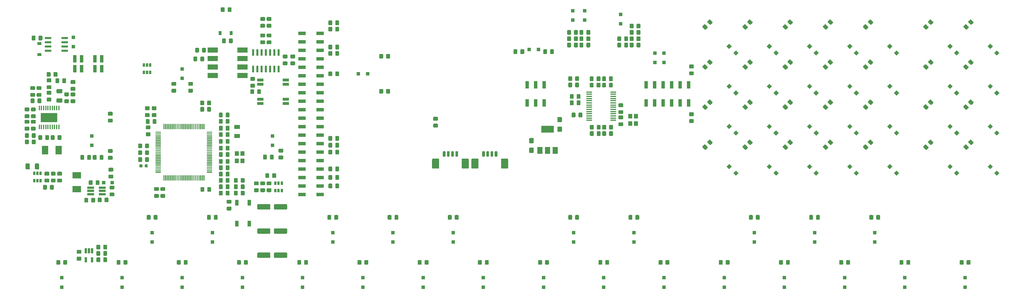
<source format=gbr>
%TF.GenerationSoftware,KiCad,Pcbnew,5.1.5*%
%TF.CreationDate,2020-03-30T21:09:59+02:00*%
%TF.ProjectId,OTTOdiy_SMD,4f54544f-6469-4795-9f53-4d442e6b6963,rev?*%
%TF.SameCoordinates,PX269fb20PYbb65a20*%
%TF.FileFunction,Paste,Bot*%
%TF.FilePolarity,Positive*%
%FSLAX46Y46*%
G04 Gerber Fmt 4.6, Leading zero omitted, Abs format (unit mm)*
G04 Created by KiCad (PCBNEW 5.1.5) date 2020-03-30 21:09:59*
%MOMM*%
%LPD*%
G04 APERTURE LIST*
%ADD10C,0.150000*%
%ADD11R,2.000000X0.650000*%
%ADD12R,1.750000X0.450000*%
%ADD13R,0.650000X1.060000*%
%ADD14R,3.100000X1.600000*%
%ADD15R,3.800000X2.000000*%
%ADD16R,1.500000X2.000000*%
%ADD17R,2.500000X1.900000*%
%ADD18R,1.100000X1.100000*%
%ADD19R,1.000000X1.000000*%
%ADD20R,1.200000X1.400000*%
%ADD21R,1.900000X2.500000*%
%ADD22R,2.180000X1.020000*%
%ADD23R,1.850000X0.900000*%
%ADD24R,1.100000X1.800000*%
%ADD25R,1.800000X1.200000*%
%ADD26R,4.950000X2.740000*%
%ADD27R,0.355600X1.473200*%
%ADD28R,1.000000X2.200000*%
%ADD29R,0.650000X1.560000*%
%ADD30R,1.020000X2.180000*%
%ADD31R,0.900000X1.200000*%
%ADD32R,1.200000X0.900000*%
G04 APERTURE END LIST*
D10*
G36*
X80624865Y30948798D02*
G01*
X80649095Y30945204D01*
X80672855Y30939252D01*
X80695918Y30931000D01*
X80718061Y30920528D01*
X80739070Y30907935D01*
X80758745Y30893343D01*
X80776894Y30876894D01*
X80793343Y30858745D01*
X80807935Y30839070D01*
X80820528Y30818061D01*
X80831000Y30795918D01*
X80839252Y30772855D01*
X80845204Y30749095D01*
X80848798Y30724865D01*
X80850000Y30700400D01*
X80850000Y29599600D01*
X80848798Y29575135D01*
X80845204Y29550905D01*
X80839252Y29527145D01*
X80831000Y29504082D01*
X80820528Y29481939D01*
X80807935Y29460930D01*
X80793343Y29441255D01*
X80776894Y29423106D01*
X80758745Y29406657D01*
X80739070Y29392065D01*
X80718061Y29379472D01*
X80695918Y29369000D01*
X80672855Y29360748D01*
X80649095Y29354796D01*
X80624865Y29351202D01*
X80600400Y29350000D01*
X77199600Y29350000D01*
X77175135Y29351202D01*
X77150905Y29354796D01*
X77127145Y29360748D01*
X77104082Y29369000D01*
X77081939Y29379472D01*
X77060930Y29392065D01*
X77041255Y29406657D01*
X77023106Y29423106D01*
X77006657Y29441255D01*
X76992065Y29460930D01*
X76979472Y29481939D01*
X76969000Y29504082D01*
X76960748Y29527145D01*
X76954796Y29550905D01*
X76951202Y29575135D01*
X76950000Y29599600D01*
X76950000Y30700400D01*
X76951202Y30724865D01*
X76954796Y30749095D01*
X76960748Y30772855D01*
X76969000Y30795918D01*
X76979472Y30818061D01*
X76992065Y30839070D01*
X77006657Y30858745D01*
X77023106Y30876894D01*
X77041255Y30893343D01*
X77060930Y30907935D01*
X77081939Y30920528D01*
X77104082Y30931000D01*
X77127145Y30939252D01*
X77150905Y30945204D01*
X77175135Y30948798D01*
X77199600Y30950000D01*
X80600400Y30950000D01*
X80624865Y30948798D01*
G37*
G36*
X75624865Y30948798D02*
G01*
X75649095Y30945204D01*
X75672855Y30939252D01*
X75695918Y30931000D01*
X75718061Y30920528D01*
X75739070Y30907935D01*
X75758745Y30893343D01*
X75776894Y30876894D01*
X75793343Y30858745D01*
X75807935Y30839070D01*
X75820528Y30818061D01*
X75831000Y30795918D01*
X75839252Y30772855D01*
X75845204Y30749095D01*
X75848798Y30724865D01*
X75850000Y30700400D01*
X75850000Y29599600D01*
X75848798Y29575135D01*
X75845204Y29550905D01*
X75839252Y29527145D01*
X75831000Y29504082D01*
X75820528Y29481939D01*
X75807935Y29460930D01*
X75793343Y29441255D01*
X75776894Y29423106D01*
X75758745Y29406657D01*
X75739070Y29392065D01*
X75718061Y29379472D01*
X75695918Y29369000D01*
X75672855Y29360748D01*
X75649095Y29354796D01*
X75624865Y29351202D01*
X75600400Y29350000D01*
X72199600Y29350000D01*
X72175135Y29351202D01*
X72150905Y29354796D01*
X72127145Y29360748D01*
X72104082Y29369000D01*
X72081939Y29379472D01*
X72060930Y29392065D01*
X72041255Y29406657D01*
X72023106Y29423106D01*
X72006657Y29441255D01*
X71992065Y29460930D01*
X71979472Y29481939D01*
X71969000Y29504082D01*
X71960748Y29527145D01*
X71954796Y29550905D01*
X71951202Y29575135D01*
X71950000Y29599600D01*
X71950000Y30700400D01*
X71951202Y30724865D01*
X71954796Y30749095D01*
X71960748Y30772855D01*
X71969000Y30795918D01*
X71979472Y30818061D01*
X71992065Y30839070D01*
X72006657Y30858745D01*
X72023106Y30876894D01*
X72041255Y30893343D01*
X72060930Y30907935D01*
X72081939Y30920528D01*
X72104082Y30931000D01*
X72127145Y30939252D01*
X72150905Y30945204D01*
X72175135Y30948798D01*
X72199600Y30950000D01*
X75600400Y30950000D01*
X75624865Y30948798D01*
G37*
G36*
X80624865Y23698798D02*
G01*
X80649095Y23695204D01*
X80672855Y23689252D01*
X80695918Y23681000D01*
X80718061Y23670528D01*
X80739070Y23657935D01*
X80758745Y23643343D01*
X80776894Y23626894D01*
X80793343Y23608745D01*
X80807935Y23589070D01*
X80820528Y23568061D01*
X80831000Y23545918D01*
X80839252Y23522855D01*
X80845204Y23499095D01*
X80848798Y23474865D01*
X80850000Y23450400D01*
X80850000Y22349600D01*
X80848798Y22325135D01*
X80845204Y22300905D01*
X80839252Y22277145D01*
X80831000Y22254082D01*
X80820528Y22231939D01*
X80807935Y22210930D01*
X80793343Y22191255D01*
X80776894Y22173106D01*
X80758745Y22156657D01*
X80739070Y22142065D01*
X80718061Y22129472D01*
X80695918Y22119000D01*
X80672855Y22110748D01*
X80649095Y22104796D01*
X80624865Y22101202D01*
X80600400Y22100000D01*
X77199600Y22100000D01*
X77175135Y22101202D01*
X77150905Y22104796D01*
X77127145Y22110748D01*
X77104082Y22119000D01*
X77081939Y22129472D01*
X77060930Y22142065D01*
X77041255Y22156657D01*
X77023106Y22173106D01*
X77006657Y22191255D01*
X76992065Y22210930D01*
X76979472Y22231939D01*
X76969000Y22254082D01*
X76960748Y22277145D01*
X76954796Y22300905D01*
X76951202Y22325135D01*
X76950000Y22349600D01*
X76950000Y23450400D01*
X76951202Y23474865D01*
X76954796Y23499095D01*
X76960748Y23522855D01*
X76969000Y23545918D01*
X76979472Y23568061D01*
X76992065Y23589070D01*
X77006657Y23608745D01*
X77023106Y23626894D01*
X77041255Y23643343D01*
X77060930Y23657935D01*
X77081939Y23670528D01*
X77104082Y23681000D01*
X77127145Y23689252D01*
X77150905Y23695204D01*
X77175135Y23698798D01*
X77199600Y23700000D01*
X80600400Y23700000D01*
X80624865Y23698798D01*
G37*
G36*
X75624865Y23698798D02*
G01*
X75649095Y23695204D01*
X75672855Y23689252D01*
X75695918Y23681000D01*
X75718061Y23670528D01*
X75739070Y23657935D01*
X75758745Y23643343D01*
X75776894Y23626894D01*
X75793343Y23608745D01*
X75807935Y23589070D01*
X75820528Y23568061D01*
X75831000Y23545918D01*
X75839252Y23522855D01*
X75845204Y23499095D01*
X75848798Y23474865D01*
X75850000Y23450400D01*
X75850000Y22349600D01*
X75848798Y22325135D01*
X75845204Y22300905D01*
X75839252Y22277145D01*
X75831000Y22254082D01*
X75820528Y22231939D01*
X75807935Y22210930D01*
X75793343Y22191255D01*
X75776894Y22173106D01*
X75758745Y22156657D01*
X75739070Y22142065D01*
X75718061Y22129472D01*
X75695918Y22119000D01*
X75672855Y22110748D01*
X75649095Y22104796D01*
X75624865Y22101202D01*
X75600400Y22100000D01*
X72199600Y22100000D01*
X72175135Y22101202D01*
X72150905Y22104796D01*
X72127145Y22110748D01*
X72104082Y22119000D01*
X72081939Y22129472D01*
X72060930Y22142065D01*
X72041255Y22156657D01*
X72023106Y22173106D01*
X72006657Y22191255D01*
X71992065Y22210930D01*
X71979472Y22231939D01*
X71969000Y22254082D01*
X71960748Y22277145D01*
X71954796Y22300905D01*
X71951202Y22325135D01*
X71950000Y22349600D01*
X71950000Y23450400D01*
X71951202Y23474865D01*
X71954796Y23499095D01*
X71960748Y23522855D01*
X71969000Y23545918D01*
X71979472Y23568061D01*
X71992065Y23589070D01*
X72006657Y23608745D01*
X72023106Y23626894D01*
X72041255Y23643343D01*
X72060930Y23657935D01*
X72081939Y23670528D01*
X72104082Y23681000D01*
X72127145Y23689252D01*
X72150905Y23695204D01*
X72175135Y23698798D01*
X72199600Y23700000D01*
X75600400Y23700000D01*
X75624865Y23698798D01*
G37*
G36*
X80624865Y16448798D02*
G01*
X80649095Y16445204D01*
X80672855Y16439252D01*
X80695918Y16431000D01*
X80718061Y16420528D01*
X80739070Y16407935D01*
X80758745Y16393343D01*
X80776894Y16376894D01*
X80793343Y16358745D01*
X80807935Y16339070D01*
X80820528Y16318061D01*
X80831000Y16295918D01*
X80839252Y16272855D01*
X80845204Y16249095D01*
X80848798Y16224865D01*
X80850000Y16200400D01*
X80850000Y15099600D01*
X80848798Y15075135D01*
X80845204Y15050905D01*
X80839252Y15027145D01*
X80831000Y15004082D01*
X80820528Y14981939D01*
X80807935Y14960930D01*
X80793343Y14941255D01*
X80776894Y14923106D01*
X80758745Y14906657D01*
X80739070Y14892065D01*
X80718061Y14879472D01*
X80695918Y14869000D01*
X80672855Y14860748D01*
X80649095Y14854796D01*
X80624865Y14851202D01*
X80600400Y14850000D01*
X77199600Y14850000D01*
X77175135Y14851202D01*
X77150905Y14854796D01*
X77127145Y14860748D01*
X77104082Y14869000D01*
X77081939Y14879472D01*
X77060930Y14892065D01*
X77041255Y14906657D01*
X77023106Y14923106D01*
X77006657Y14941255D01*
X76992065Y14960930D01*
X76979472Y14981939D01*
X76969000Y15004082D01*
X76960748Y15027145D01*
X76954796Y15050905D01*
X76951202Y15075135D01*
X76950000Y15099600D01*
X76950000Y16200400D01*
X76951202Y16224865D01*
X76954796Y16249095D01*
X76960748Y16272855D01*
X76969000Y16295918D01*
X76979472Y16318061D01*
X76992065Y16339070D01*
X77006657Y16358745D01*
X77023106Y16376894D01*
X77041255Y16393343D01*
X77060930Y16407935D01*
X77081939Y16420528D01*
X77104082Y16431000D01*
X77127145Y16439252D01*
X77150905Y16445204D01*
X77175135Y16448798D01*
X77199600Y16450000D01*
X80600400Y16450000D01*
X80624865Y16448798D01*
G37*
G36*
X75624865Y16448798D02*
G01*
X75649095Y16445204D01*
X75672855Y16439252D01*
X75695918Y16431000D01*
X75718061Y16420528D01*
X75739070Y16407935D01*
X75758745Y16393343D01*
X75776894Y16376894D01*
X75793343Y16358745D01*
X75807935Y16339070D01*
X75820528Y16318061D01*
X75831000Y16295918D01*
X75839252Y16272855D01*
X75845204Y16249095D01*
X75848798Y16224865D01*
X75850000Y16200400D01*
X75850000Y15099600D01*
X75848798Y15075135D01*
X75845204Y15050905D01*
X75839252Y15027145D01*
X75831000Y15004082D01*
X75820528Y14981939D01*
X75807935Y14960930D01*
X75793343Y14941255D01*
X75776894Y14923106D01*
X75758745Y14906657D01*
X75739070Y14892065D01*
X75718061Y14879472D01*
X75695918Y14869000D01*
X75672855Y14860748D01*
X75649095Y14854796D01*
X75624865Y14851202D01*
X75600400Y14850000D01*
X72199600Y14850000D01*
X72175135Y14851202D01*
X72150905Y14854796D01*
X72127145Y14860748D01*
X72104082Y14869000D01*
X72081939Y14879472D01*
X72060930Y14892065D01*
X72041255Y14906657D01*
X72023106Y14923106D01*
X72006657Y14941255D01*
X71992065Y14960930D01*
X71979472Y14981939D01*
X71969000Y15004082D01*
X71960748Y15027145D01*
X71954796Y15050905D01*
X71951202Y15075135D01*
X71950000Y15099600D01*
X71950000Y16200400D01*
X71951202Y16224865D01*
X71954796Y16249095D01*
X71960748Y16272855D01*
X71969000Y16295918D01*
X71979472Y16318061D01*
X71992065Y16339070D01*
X72006657Y16358745D01*
X72023106Y16376894D01*
X72041255Y16393343D01*
X72060930Y16407935D01*
X72081939Y16420528D01*
X72104082Y16431000D01*
X72127145Y16439252D01*
X72150905Y16445204D01*
X72175135Y16448798D01*
X72199600Y16450000D01*
X75600400Y16450000D01*
X75624865Y16448798D01*
G37*
D11*
X25585000Y35850000D03*
X25585000Y34900000D03*
X25585000Y33950000D03*
X22165000Y33950000D03*
X22165000Y34900000D03*
X22165000Y35850000D03*
D12*
X178350000Y56075000D03*
X178350000Y56725000D03*
X178350000Y57375000D03*
X178350000Y58025000D03*
X178350000Y58675000D03*
X178350000Y59325000D03*
X178350000Y59975000D03*
X178350000Y60625000D03*
X178350000Y61275000D03*
X178350000Y61925000D03*
X178350000Y62575000D03*
X178350000Y63225000D03*
X178350000Y63875000D03*
X178350000Y64525000D03*
X171150000Y64525000D03*
X171150000Y63875000D03*
X171150000Y63225000D03*
X171150000Y62575000D03*
X171150000Y61925000D03*
X171150000Y61275000D03*
X171150000Y60625000D03*
X171150000Y59975000D03*
X171150000Y59325000D03*
X171150000Y58675000D03*
X171150000Y58025000D03*
X171150000Y57375000D03*
X171150000Y56725000D03*
X171150000Y56075000D03*
D10*
G36*
X78474703Y72399278D02*
G01*
X78489264Y72397118D01*
X78503543Y72393541D01*
X78517403Y72388582D01*
X78530710Y72382288D01*
X78543336Y72374720D01*
X78555159Y72365952D01*
X78566066Y72356066D01*
X78575952Y72345159D01*
X78584720Y72333336D01*
X78592288Y72320710D01*
X78598582Y72307403D01*
X78603541Y72293543D01*
X78607118Y72279264D01*
X78609278Y72264703D01*
X78610000Y72250000D01*
X78610000Y70600000D01*
X78609278Y70585297D01*
X78607118Y70570736D01*
X78603541Y70556457D01*
X78598582Y70542597D01*
X78592288Y70529290D01*
X78584720Y70516664D01*
X78575952Y70504841D01*
X78566066Y70493934D01*
X78555159Y70484048D01*
X78543336Y70475280D01*
X78530710Y70467712D01*
X78517403Y70461418D01*
X78503543Y70456459D01*
X78489264Y70452882D01*
X78474703Y70450722D01*
X78460000Y70450000D01*
X78160000Y70450000D01*
X78145297Y70450722D01*
X78130736Y70452882D01*
X78116457Y70456459D01*
X78102597Y70461418D01*
X78089290Y70467712D01*
X78076664Y70475280D01*
X78064841Y70484048D01*
X78053934Y70493934D01*
X78044048Y70504841D01*
X78035280Y70516664D01*
X78027712Y70529290D01*
X78021418Y70542597D01*
X78016459Y70556457D01*
X78012882Y70570736D01*
X78010722Y70585297D01*
X78010000Y70600000D01*
X78010000Y72250000D01*
X78010722Y72264703D01*
X78012882Y72279264D01*
X78016459Y72293543D01*
X78021418Y72307403D01*
X78027712Y72320710D01*
X78035280Y72333336D01*
X78044048Y72345159D01*
X78053934Y72356066D01*
X78064841Y72365952D01*
X78076664Y72374720D01*
X78089290Y72382288D01*
X78102597Y72388582D01*
X78116457Y72393541D01*
X78130736Y72397118D01*
X78145297Y72399278D01*
X78160000Y72400000D01*
X78460000Y72400000D01*
X78474703Y72399278D01*
G37*
G36*
X77204703Y72399278D02*
G01*
X77219264Y72397118D01*
X77233543Y72393541D01*
X77247403Y72388582D01*
X77260710Y72382288D01*
X77273336Y72374720D01*
X77285159Y72365952D01*
X77296066Y72356066D01*
X77305952Y72345159D01*
X77314720Y72333336D01*
X77322288Y72320710D01*
X77328582Y72307403D01*
X77333541Y72293543D01*
X77337118Y72279264D01*
X77339278Y72264703D01*
X77340000Y72250000D01*
X77340000Y70600000D01*
X77339278Y70585297D01*
X77337118Y70570736D01*
X77333541Y70556457D01*
X77328582Y70542597D01*
X77322288Y70529290D01*
X77314720Y70516664D01*
X77305952Y70504841D01*
X77296066Y70493934D01*
X77285159Y70484048D01*
X77273336Y70475280D01*
X77260710Y70467712D01*
X77247403Y70461418D01*
X77233543Y70456459D01*
X77219264Y70452882D01*
X77204703Y70450722D01*
X77190000Y70450000D01*
X76890000Y70450000D01*
X76875297Y70450722D01*
X76860736Y70452882D01*
X76846457Y70456459D01*
X76832597Y70461418D01*
X76819290Y70467712D01*
X76806664Y70475280D01*
X76794841Y70484048D01*
X76783934Y70493934D01*
X76774048Y70504841D01*
X76765280Y70516664D01*
X76757712Y70529290D01*
X76751418Y70542597D01*
X76746459Y70556457D01*
X76742882Y70570736D01*
X76740722Y70585297D01*
X76740000Y70600000D01*
X76740000Y72250000D01*
X76740722Y72264703D01*
X76742882Y72279264D01*
X76746459Y72293543D01*
X76751418Y72307403D01*
X76757712Y72320710D01*
X76765280Y72333336D01*
X76774048Y72345159D01*
X76783934Y72356066D01*
X76794841Y72365952D01*
X76806664Y72374720D01*
X76819290Y72382288D01*
X76832597Y72388582D01*
X76846457Y72393541D01*
X76860736Y72397118D01*
X76875297Y72399278D01*
X76890000Y72400000D01*
X77190000Y72400000D01*
X77204703Y72399278D01*
G37*
G36*
X75934703Y72399278D02*
G01*
X75949264Y72397118D01*
X75963543Y72393541D01*
X75977403Y72388582D01*
X75990710Y72382288D01*
X76003336Y72374720D01*
X76015159Y72365952D01*
X76026066Y72356066D01*
X76035952Y72345159D01*
X76044720Y72333336D01*
X76052288Y72320710D01*
X76058582Y72307403D01*
X76063541Y72293543D01*
X76067118Y72279264D01*
X76069278Y72264703D01*
X76070000Y72250000D01*
X76070000Y70600000D01*
X76069278Y70585297D01*
X76067118Y70570736D01*
X76063541Y70556457D01*
X76058582Y70542597D01*
X76052288Y70529290D01*
X76044720Y70516664D01*
X76035952Y70504841D01*
X76026066Y70493934D01*
X76015159Y70484048D01*
X76003336Y70475280D01*
X75990710Y70467712D01*
X75977403Y70461418D01*
X75963543Y70456459D01*
X75949264Y70452882D01*
X75934703Y70450722D01*
X75920000Y70450000D01*
X75620000Y70450000D01*
X75605297Y70450722D01*
X75590736Y70452882D01*
X75576457Y70456459D01*
X75562597Y70461418D01*
X75549290Y70467712D01*
X75536664Y70475280D01*
X75524841Y70484048D01*
X75513934Y70493934D01*
X75504048Y70504841D01*
X75495280Y70516664D01*
X75487712Y70529290D01*
X75481418Y70542597D01*
X75476459Y70556457D01*
X75472882Y70570736D01*
X75470722Y70585297D01*
X75470000Y70600000D01*
X75470000Y72250000D01*
X75470722Y72264703D01*
X75472882Y72279264D01*
X75476459Y72293543D01*
X75481418Y72307403D01*
X75487712Y72320710D01*
X75495280Y72333336D01*
X75504048Y72345159D01*
X75513934Y72356066D01*
X75524841Y72365952D01*
X75536664Y72374720D01*
X75549290Y72382288D01*
X75562597Y72388582D01*
X75576457Y72393541D01*
X75590736Y72397118D01*
X75605297Y72399278D01*
X75620000Y72400000D01*
X75920000Y72400000D01*
X75934703Y72399278D01*
G37*
G36*
X74664703Y72399278D02*
G01*
X74679264Y72397118D01*
X74693543Y72393541D01*
X74707403Y72388582D01*
X74720710Y72382288D01*
X74733336Y72374720D01*
X74745159Y72365952D01*
X74756066Y72356066D01*
X74765952Y72345159D01*
X74774720Y72333336D01*
X74782288Y72320710D01*
X74788582Y72307403D01*
X74793541Y72293543D01*
X74797118Y72279264D01*
X74799278Y72264703D01*
X74800000Y72250000D01*
X74800000Y70600000D01*
X74799278Y70585297D01*
X74797118Y70570736D01*
X74793541Y70556457D01*
X74788582Y70542597D01*
X74782288Y70529290D01*
X74774720Y70516664D01*
X74765952Y70504841D01*
X74756066Y70493934D01*
X74745159Y70484048D01*
X74733336Y70475280D01*
X74720710Y70467712D01*
X74707403Y70461418D01*
X74693543Y70456459D01*
X74679264Y70452882D01*
X74664703Y70450722D01*
X74650000Y70450000D01*
X74350000Y70450000D01*
X74335297Y70450722D01*
X74320736Y70452882D01*
X74306457Y70456459D01*
X74292597Y70461418D01*
X74279290Y70467712D01*
X74266664Y70475280D01*
X74254841Y70484048D01*
X74243934Y70493934D01*
X74234048Y70504841D01*
X74225280Y70516664D01*
X74217712Y70529290D01*
X74211418Y70542597D01*
X74206459Y70556457D01*
X74202882Y70570736D01*
X74200722Y70585297D01*
X74200000Y70600000D01*
X74200000Y72250000D01*
X74200722Y72264703D01*
X74202882Y72279264D01*
X74206459Y72293543D01*
X74211418Y72307403D01*
X74217712Y72320710D01*
X74225280Y72333336D01*
X74234048Y72345159D01*
X74243934Y72356066D01*
X74254841Y72365952D01*
X74266664Y72374720D01*
X74279290Y72382288D01*
X74292597Y72388582D01*
X74306457Y72393541D01*
X74320736Y72397118D01*
X74335297Y72399278D01*
X74350000Y72400000D01*
X74650000Y72400000D01*
X74664703Y72399278D01*
G37*
G36*
X73394703Y72399278D02*
G01*
X73409264Y72397118D01*
X73423543Y72393541D01*
X73437403Y72388582D01*
X73450710Y72382288D01*
X73463336Y72374720D01*
X73475159Y72365952D01*
X73486066Y72356066D01*
X73495952Y72345159D01*
X73504720Y72333336D01*
X73512288Y72320710D01*
X73518582Y72307403D01*
X73523541Y72293543D01*
X73527118Y72279264D01*
X73529278Y72264703D01*
X73530000Y72250000D01*
X73530000Y70600000D01*
X73529278Y70585297D01*
X73527118Y70570736D01*
X73523541Y70556457D01*
X73518582Y70542597D01*
X73512288Y70529290D01*
X73504720Y70516664D01*
X73495952Y70504841D01*
X73486066Y70493934D01*
X73475159Y70484048D01*
X73463336Y70475280D01*
X73450710Y70467712D01*
X73437403Y70461418D01*
X73423543Y70456459D01*
X73409264Y70452882D01*
X73394703Y70450722D01*
X73380000Y70450000D01*
X73080000Y70450000D01*
X73065297Y70450722D01*
X73050736Y70452882D01*
X73036457Y70456459D01*
X73022597Y70461418D01*
X73009290Y70467712D01*
X72996664Y70475280D01*
X72984841Y70484048D01*
X72973934Y70493934D01*
X72964048Y70504841D01*
X72955280Y70516664D01*
X72947712Y70529290D01*
X72941418Y70542597D01*
X72936459Y70556457D01*
X72932882Y70570736D01*
X72930722Y70585297D01*
X72930000Y70600000D01*
X72930000Y72250000D01*
X72930722Y72264703D01*
X72932882Y72279264D01*
X72936459Y72293543D01*
X72941418Y72307403D01*
X72947712Y72320710D01*
X72955280Y72333336D01*
X72964048Y72345159D01*
X72973934Y72356066D01*
X72984841Y72365952D01*
X72996664Y72374720D01*
X73009290Y72382288D01*
X73022597Y72388582D01*
X73036457Y72393541D01*
X73050736Y72397118D01*
X73065297Y72399278D01*
X73080000Y72400000D01*
X73380000Y72400000D01*
X73394703Y72399278D01*
G37*
G36*
X72124703Y72399278D02*
G01*
X72139264Y72397118D01*
X72153543Y72393541D01*
X72167403Y72388582D01*
X72180710Y72382288D01*
X72193336Y72374720D01*
X72205159Y72365952D01*
X72216066Y72356066D01*
X72225952Y72345159D01*
X72234720Y72333336D01*
X72242288Y72320710D01*
X72248582Y72307403D01*
X72253541Y72293543D01*
X72257118Y72279264D01*
X72259278Y72264703D01*
X72260000Y72250000D01*
X72260000Y70600000D01*
X72259278Y70585297D01*
X72257118Y70570736D01*
X72253541Y70556457D01*
X72248582Y70542597D01*
X72242288Y70529290D01*
X72234720Y70516664D01*
X72225952Y70504841D01*
X72216066Y70493934D01*
X72205159Y70484048D01*
X72193336Y70475280D01*
X72180710Y70467712D01*
X72167403Y70461418D01*
X72153543Y70456459D01*
X72139264Y70452882D01*
X72124703Y70450722D01*
X72110000Y70450000D01*
X71810000Y70450000D01*
X71795297Y70450722D01*
X71780736Y70452882D01*
X71766457Y70456459D01*
X71752597Y70461418D01*
X71739290Y70467712D01*
X71726664Y70475280D01*
X71714841Y70484048D01*
X71703934Y70493934D01*
X71694048Y70504841D01*
X71685280Y70516664D01*
X71677712Y70529290D01*
X71671418Y70542597D01*
X71666459Y70556457D01*
X71662882Y70570736D01*
X71660722Y70585297D01*
X71660000Y70600000D01*
X71660000Y72250000D01*
X71660722Y72264703D01*
X71662882Y72279264D01*
X71666459Y72293543D01*
X71671418Y72307403D01*
X71677712Y72320710D01*
X71685280Y72333336D01*
X71694048Y72345159D01*
X71703934Y72356066D01*
X71714841Y72365952D01*
X71726664Y72374720D01*
X71739290Y72382288D01*
X71752597Y72388582D01*
X71766457Y72393541D01*
X71780736Y72397118D01*
X71795297Y72399278D01*
X71810000Y72400000D01*
X72110000Y72400000D01*
X72124703Y72399278D01*
G37*
G36*
X70854703Y72399278D02*
G01*
X70869264Y72397118D01*
X70883543Y72393541D01*
X70897403Y72388582D01*
X70910710Y72382288D01*
X70923336Y72374720D01*
X70935159Y72365952D01*
X70946066Y72356066D01*
X70955952Y72345159D01*
X70964720Y72333336D01*
X70972288Y72320710D01*
X70978582Y72307403D01*
X70983541Y72293543D01*
X70987118Y72279264D01*
X70989278Y72264703D01*
X70990000Y72250000D01*
X70990000Y70600000D01*
X70989278Y70585297D01*
X70987118Y70570736D01*
X70983541Y70556457D01*
X70978582Y70542597D01*
X70972288Y70529290D01*
X70964720Y70516664D01*
X70955952Y70504841D01*
X70946066Y70493934D01*
X70935159Y70484048D01*
X70923336Y70475280D01*
X70910710Y70467712D01*
X70897403Y70461418D01*
X70883543Y70456459D01*
X70869264Y70452882D01*
X70854703Y70450722D01*
X70840000Y70450000D01*
X70540000Y70450000D01*
X70525297Y70450722D01*
X70510736Y70452882D01*
X70496457Y70456459D01*
X70482597Y70461418D01*
X70469290Y70467712D01*
X70456664Y70475280D01*
X70444841Y70484048D01*
X70433934Y70493934D01*
X70424048Y70504841D01*
X70415280Y70516664D01*
X70407712Y70529290D01*
X70401418Y70542597D01*
X70396459Y70556457D01*
X70392882Y70570736D01*
X70390722Y70585297D01*
X70390000Y70600000D01*
X70390000Y72250000D01*
X70390722Y72264703D01*
X70392882Y72279264D01*
X70396459Y72293543D01*
X70401418Y72307403D01*
X70407712Y72320710D01*
X70415280Y72333336D01*
X70424048Y72345159D01*
X70433934Y72356066D01*
X70444841Y72365952D01*
X70456664Y72374720D01*
X70469290Y72382288D01*
X70482597Y72388582D01*
X70496457Y72393541D01*
X70510736Y72397118D01*
X70525297Y72399278D01*
X70540000Y72400000D01*
X70840000Y72400000D01*
X70854703Y72399278D01*
G37*
G36*
X70854703Y77349278D02*
G01*
X70869264Y77347118D01*
X70883543Y77343541D01*
X70897403Y77338582D01*
X70910710Y77332288D01*
X70923336Y77324720D01*
X70935159Y77315952D01*
X70946066Y77306066D01*
X70955952Y77295159D01*
X70964720Y77283336D01*
X70972288Y77270710D01*
X70978582Y77257403D01*
X70983541Y77243543D01*
X70987118Y77229264D01*
X70989278Y77214703D01*
X70990000Y77200000D01*
X70990000Y75550000D01*
X70989278Y75535297D01*
X70987118Y75520736D01*
X70983541Y75506457D01*
X70978582Y75492597D01*
X70972288Y75479290D01*
X70964720Y75466664D01*
X70955952Y75454841D01*
X70946066Y75443934D01*
X70935159Y75434048D01*
X70923336Y75425280D01*
X70910710Y75417712D01*
X70897403Y75411418D01*
X70883543Y75406459D01*
X70869264Y75402882D01*
X70854703Y75400722D01*
X70840000Y75400000D01*
X70540000Y75400000D01*
X70525297Y75400722D01*
X70510736Y75402882D01*
X70496457Y75406459D01*
X70482597Y75411418D01*
X70469290Y75417712D01*
X70456664Y75425280D01*
X70444841Y75434048D01*
X70433934Y75443934D01*
X70424048Y75454841D01*
X70415280Y75466664D01*
X70407712Y75479290D01*
X70401418Y75492597D01*
X70396459Y75506457D01*
X70392882Y75520736D01*
X70390722Y75535297D01*
X70390000Y75550000D01*
X70390000Y77200000D01*
X70390722Y77214703D01*
X70392882Y77229264D01*
X70396459Y77243543D01*
X70401418Y77257403D01*
X70407712Y77270710D01*
X70415280Y77283336D01*
X70424048Y77295159D01*
X70433934Y77306066D01*
X70444841Y77315952D01*
X70456664Y77324720D01*
X70469290Y77332288D01*
X70482597Y77338582D01*
X70496457Y77343541D01*
X70510736Y77347118D01*
X70525297Y77349278D01*
X70540000Y77350000D01*
X70840000Y77350000D01*
X70854703Y77349278D01*
G37*
G36*
X72124703Y77349278D02*
G01*
X72139264Y77347118D01*
X72153543Y77343541D01*
X72167403Y77338582D01*
X72180710Y77332288D01*
X72193336Y77324720D01*
X72205159Y77315952D01*
X72216066Y77306066D01*
X72225952Y77295159D01*
X72234720Y77283336D01*
X72242288Y77270710D01*
X72248582Y77257403D01*
X72253541Y77243543D01*
X72257118Y77229264D01*
X72259278Y77214703D01*
X72260000Y77200000D01*
X72260000Y75550000D01*
X72259278Y75535297D01*
X72257118Y75520736D01*
X72253541Y75506457D01*
X72248582Y75492597D01*
X72242288Y75479290D01*
X72234720Y75466664D01*
X72225952Y75454841D01*
X72216066Y75443934D01*
X72205159Y75434048D01*
X72193336Y75425280D01*
X72180710Y75417712D01*
X72167403Y75411418D01*
X72153543Y75406459D01*
X72139264Y75402882D01*
X72124703Y75400722D01*
X72110000Y75400000D01*
X71810000Y75400000D01*
X71795297Y75400722D01*
X71780736Y75402882D01*
X71766457Y75406459D01*
X71752597Y75411418D01*
X71739290Y75417712D01*
X71726664Y75425280D01*
X71714841Y75434048D01*
X71703934Y75443934D01*
X71694048Y75454841D01*
X71685280Y75466664D01*
X71677712Y75479290D01*
X71671418Y75492597D01*
X71666459Y75506457D01*
X71662882Y75520736D01*
X71660722Y75535297D01*
X71660000Y75550000D01*
X71660000Y77200000D01*
X71660722Y77214703D01*
X71662882Y77229264D01*
X71666459Y77243543D01*
X71671418Y77257403D01*
X71677712Y77270710D01*
X71685280Y77283336D01*
X71694048Y77295159D01*
X71703934Y77306066D01*
X71714841Y77315952D01*
X71726664Y77324720D01*
X71739290Y77332288D01*
X71752597Y77338582D01*
X71766457Y77343541D01*
X71780736Y77347118D01*
X71795297Y77349278D01*
X71810000Y77350000D01*
X72110000Y77350000D01*
X72124703Y77349278D01*
G37*
G36*
X73394703Y77349278D02*
G01*
X73409264Y77347118D01*
X73423543Y77343541D01*
X73437403Y77338582D01*
X73450710Y77332288D01*
X73463336Y77324720D01*
X73475159Y77315952D01*
X73486066Y77306066D01*
X73495952Y77295159D01*
X73504720Y77283336D01*
X73512288Y77270710D01*
X73518582Y77257403D01*
X73523541Y77243543D01*
X73527118Y77229264D01*
X73529278Y77214703D01*
X73530000Y77200000D01*
X73530000Y75550000D01*
X73529278Y75535297D01*
X73527118Y75520736D01*
X73523541Y75506457D01*
X73518582Y75492597D01*
X73512288Y75479290D01*
X73504720Y75466664D01*
X73495952Y75454841D01*
X73486066Y75443934D01*
X73475159Y75434048D01*
X73463336Y75425280D01*
X73450710Y75417712D01*
X73437403Y75411418D01*
X73423543Y75406459D01*
X73409264Y75402882D01*
X73394703Y75400722D01*
X73380000Y75400000D01*
X73080000Y75400000D01*
X73065297Y75400722D01*
X73050736Y75402882D01*
X73036457Y75406459D01*
X73022597Y75411418D01*
X73009290Y75417712D01*
X72996664Y75425280D01*
X72984841Y75434048D01*
X72973934Y75443934D01*
X72964048Y75454841D01*
X72955280Y75466664D01*
X72947712Y75479290D01*
X72941418Y75492597D01*
X72936459Y75506457D01*
X72932882Y75520736D01*
X72930722Y75535297D01*
X72930000Y75550000D01*
X72930000Y77200000D01*
X72930722Y77214703D01*
X72932882Y77229264D01*
X72936459Y77243543D01*
X72941418Y77257403D01*
X72947712Y77270710D01*
X72955280Y77283336D01*
X72964048Y77295159D01*
X72973934Y77306066D01*
X72984841Y77315952D01*
X72996664Y77324720D01*
X73009290Y77332288D01*
X73022597Y77338582D01*
X73036457Y77343541D01*
X73050736Y77347118D01*
X73065297Y77349278D01*
X73080000Y77350000D01*
X73380000Y77350000D01*
X73394703Y77349278D01*
G37*
G36*
X74664703Y77349278D02*
G01*
X74679264Y77347118D01*
X74693543Y77343541D01*
X74707403Y77338582D01*
X74720710Y77332288D01*
X74733336Y77324720D01*
X74745159Y77315952D01*
X74756066Y77306066D01*
X74765952Y77295159D01*
X74774720Y77283336D01*
X74782288Y77270710D01*
X74788582Y77257403D01*
X74793541Y77243543D01*
X74797118Y77229264D01*
X74799278Y77214703D01*
X74800000Y77200000D01*
X74800000Y75550000D01*
X74799278Y75535297D01*
X74797118Y75520736D01*
X74793541Y75506457D01*
X74788582Y75492597D01*
X74782288Y75479290D01*
X74774720Y75466664D01*
X74765952Y75454841D01*
X74756066Y75443934D01*
X74745159Y75434048D01*
X74733336Y75425280D01*
X74720710Y75417712D01*
X74707403Y75411418D01*
X74693543Y75406459D01*
X74679264Y75402882D01*
X74664703Y75400722D01*
X74650000Y75400000D01*
X74350000Y75400000D01*
X74335297Y75400722D01*
X74320736Y75402882D01*
X74306457Y75406459D01*
X74292597Y75411418D01*
X74279290Y75417712D01*
X74266664Y75425280D01*
X74254841Y75434048D01*
X74243934Y75443934D01*
X74234048Y75454841D01*
X74225280Y75466664D01*
X74217712Y75479290D01*
X74211418Y75492597D01*
X74206459Y75506457D01*
X74202882Y75520736D01*
X74200722Y75535297D01*
X74200000Y75550000D01*
X74200000Y77200000D01*
X74200722Y77214703D01*
X74202882Y77229264D01*
X74206459Y77243543D01*
X74211418Y77257403D01*
X74217712Y77270710D01*
X74225280Y77283336D01*
X74234048Y77295159D01*
X74243934Y77306066D01*
X74254841Y77315952D01*
X74266664Y77324720D01*
X74279290Y77332288D01*
X74292597Y77338582D01*
X74306457Y77343541D01*
X74320736Y77347118D01*
X74335297Y77349278D01*
X74350000Y77350000D01*
X74650000Y77350000D01*
X74664703Y77349278D01*
G37*
G36*
X75934703Y77349278D02*
G01*
X75949264Y77347118D01*
X75963543Y77343541D01*
X75977403Y77338582D01*
X75990710Y77332288D01*
X76003336Y77324720D01*
X76015159Y77315952D01*
X76026066Y77306066D01*
X76035952Y77295159D01*
X76044720Y77283336D01*
X76052288Y77270710D01*
X76058582Y77257403D01*
X76063541Y77243543D01*
X76067118Y77229264D01*
X76069278Y77214703D01*
X76070000Y77200000D01*
X76070000Y75550000D01*
X76069278Y75535297D01*
X76067118Y75520736D01*
X76063541Y75506457D01*
X76058582Y75492597D01*
X76052288Y75479290D01*
X76044720Y75466664D01*
X76035952Y75454841D01*
X76026066Y75443934D01*
X76015159Y75434048D01*
X76003336Y75425280D01*
X75990710Y75417712D01*
X75977403Y75411418D01*
X75963543Y75406459D01*
X75949264Y75402882D01*
X75934703Y75400722D01*
X75920000Y75400000D01*
X75620000Y75400000D01*
X75605297Y75400722D01*
X75590736Y75402882D01*
X75576457Y75406459D01*
X75562597Y75411418D01*
X75549290Y75417712D01*
X75536664Y75425280D01*
X75524841Y75434048D01*
X75513934Y75443934D01*
X75504048Y75454841D01*
X75495280Y75466664D01*
X75487712Y75479290D01*
X75481418Y75492597D01*
X75476459Y75506457D01*
X75472882Y75520736D01*
X75470722Y75535297D01*
X75470000Y75550000D01*
X75470000Y77200000D01*
X75470722Y77214703D01*
X75472882Y77229264D01*
X75476459Y77243543D01*
X75481418Y77257403D01*
X75487712Y77270710D01*
X75495280Y77283336D01*
X75504048Y77295159D01*
X75513934Y77306066D01*
X75524841Y77315952D01*
X75536664Y77324720D01*
X75549290Y77332288D01*
X75562597Y77338582D01*
X75576457Y77343541D01*
X75590736Y77347118D01*
X75605297Y77349278D01*
X75620000Y77350000D01*
X75920000Y77350000D01*
X75934703Y77349278D01*
G37*
G36*
X77204703Y77349278D02*
G01*
X77219264Y77347118D01*
X77233543Y77343541D01*
X77247403Y77338582D01*
X77260710Y77332288D01*
X77273336Y77324720D01*
X77285159Y77315952D01*
X77296066Y77306066D01*
X77305952Y77295159D01*
X77314720Y77283336D01*
X77322288Y77270710D01*
X77328582Y77257403D01*
X77333541Y77243543D01*
X77337118Y77229264D01*
X77339278Y77214703D01*
X77340000Y77200000D01*
X77340000Y75550000D01*
X77339278Y75535297D01*
X77337118Y75520736D01*
X77333541Y75506457D01*
X77328582Y75492597D01*
X77322288Y75479290D01*
X77314720Y75466664D01*
X77305952Y75454841D01*
X77296066Y75443934D01*
X77285159Y75434048D01*
X77273336Y75425280D01*
X77260710Y75417712D01*
X77247403Y75411418D01*
X77233543Y75406459D01*
X77219264Y75402882D01*
X77204703Y75400722D01*
X77190000Y75400000D01*
X76890000Y75400000D01*
X76875297Y75400722D01*
X76860736Y75402882D01*
X76846457Y75406459D01*
X76832597Y75411418D01*
X76819290Y75417712D01*
X76806664Y75425280D01*
X76794841Y75434048D01*
X76783934Y75443934D01*
X76774048Y75454841D01*
X76765280Y75466664D01*
X76757712Y75479290D01*
X76751418Y75492597D01*
X76746459Y75506457D01*
X76742882Y75520736D01*
X76740722Y75535297D01*
X76740000Y75550000D01*
X76740000Y77200000D01*
X76740722Y77214703D01*
X76742882Y77229264D01*
X76746459Y77243543D01*
X76751418Y77257403D01*
X76757712Y77270710D01*
X76765280Y77283336D01*
X76774048Y77295159D01*
X76783934Y77306066D01*
X76794841Y77315952D01*
X76806664Y77324720D01*
X76819290Y77332288D01*
X76832597Y77338582D01*
X76846457Y77343541D01*
X76860736Y77347118D01*
X76875297Y77349278D01*
X76890000Y77350000D01*
X77190000Y77350000D01*
X77204703Y77349278D01*
G37*
G36*
X78474703Y77349278D02*
G01*
X78489264Y77347118D01*
X78503543Y77343541D01*
X78517403Y77338582D01*
X78530710Y77332288D01*
X78543336Y77324720D01*
X78555159Y77315952D01*
X78566066Y77306066D01*
X78575952Y77295159D01*
X78584720Y77283336D01*
X78592288Y77270710D01*
X78598582Y77257403D01*
X78603541Y77243543D01*
X78607118Y77229264D01*
X78609278Y77214703D01*
X78610000Y77200000D01*
X78610000Y75550000D01*
X78609278Y75535297D01*
X78607118Y75520736D01*
X78603541Y75506457D01*
X78598582Y75492597D01*
X78592288Y75479290D01*
X78584720Y75466664D01*
X78575952Y75454841D01*
X78566066Y75443934D01*
X78555159Y75434048D01*
X78543336Y75425280D01*
X78530710Y75417712D01*
X78517403Y75411418D01*
X78503543Y75406459D01*
X78489264Y75402882D01*
X78474703Y75400722D01*
X78460000Y75400000D01*
X78160000Y75400000D01*
X78145297Y75400722D01*
X78130736Y75402882D01*
X78116457Y75406459D01*
X78102597Y75411418D01*
X78089290Y75417712D01*
X78076664Y75425280D01*
X78064841Y75434048D01*
X78053934Y75443934D01*
X78044048Y75454841D01*
X78035280Y75466664D01*
X78027712Y75479290D01*
X78021418Y75492597D01*
X78016459Y75506457D01*
X78012882Y75520736D01*
X78010722Y75535297D01*
X78010000Y75550000D01*
X78010000Y77200000D01*
X78010722Y77214703D01*
X78012882Y77229264D01*
X78016459Y77243543D01*
X78021418Y77257403D01*
X78027712Y77270710D01*
X78035280Y77283336D01*
X78044048Y77295159D01*
X78053934Y77306066D01*
X78064841Y77315952D01*
X78076664Y77324720D01*
X78089290Y77332288D01*
X78102597Y77338582D01*
X78116457Y77343541D01*
X78130736Y77347118D01*
X78145297Y77349278D01*
X78160000Y77350000D01*
X78460000Y77350000D01*
X78474703Y77349278D01*
G37*
D13*
X39950000Y70400000D03*
X39000000Y70400000D03*
X38050000Y70400000D03*
X38050000Y72600000D03*
X39950000Y72600000D03*
X39000000Y72600000D03*
D14*
X67495000Y77085000D03*
X58605000Y69465000D03*
X67495000Y74545000D03*
X58605000Y72005000D03*
X67495000Y72005000D03*
X58605000Y74545000D03*
X67495000Y69465000D03*
X58605000Y77085000D03*
D10*
G36*
X10264703Y77194278D02*
G01*
X10279264Y77192118D01*
X10293543Y77188541D01*
X10307403Y77183582D01*
X10320710Y77177288D01*
X10333336Y77169720D01*
X10345159Y77160952D01*
X10356066Y77151066D01*
X10365952Y77140159D01*
X10374720Y77128336D01*
X10382288Y77115710D01*
X10388582Y77102403D01*
X10393541Y77088543D01*
X10397118Y77074264D01*
X10399278Y77059703D01*
X10400000Y77045000D01*
X10400000Y76745000D01*
X10399278Y76730297D01*
X10397118Y76715736D01*
X10393541Y76701457D01*
X10388582Y76687597D01*
X10382288Y76674290D01*
X10374720Y76661664D01*
X10365952Y76649841D01*
X10356066Y76638934D01*
X10345159Y76629048D01*
X10333336Y76620280D01*
X10320710Y76612712D01*
X10307403Y76606418D01*
X10293543Y76601459D01*
X10279264Y76597882D01*
X10264703Y76595722D01*
X10250000Y76595000D01*
X8600000Y76595000D01*
X8585297Y76595722D01*
X8570736Y76597882D01*
X8556457Y76601459D01*
X8542597Y76606418D01*
X8529290Y76612712D01*
X8516664Y76620280D01*
X8504841Y76629048D01*
X8493934Y76638934D01*
X8484048Y76649841D01*
X8475280Y76661664D01*
X8467712Y76674290D01*
X8461418Y76687597D01*
X8456459Y76701457D01*
X8452882Y76715736D01*
X8450722Y76730297D01*
X8450000Y76745000D01*
X8450000Y77045000D01*
X8450722Y77059703D01*
X8452882Y77074264D01*
X8456459Y77088543D01*
X8461418Y77102403D01*
X8467712Y77115710D01*
X8475280Y77128336D01*
X8484048Y77140159D01*
X8493934Y77151066D01*
X8504841Y77160952D01*
X8516664Y77169720D01*
X8529290Y77177288D01*
X8542597Y77183582D01*
X8556457Y77188541D01*
X8570736Y77192118D01*
X8585297Y77194278D01*
X8600000Y77195000D01*
X10250000Y77195000D01*
X10264703Y77194278D01*
G37*
G36*
X10264703Y78464278D02*
G01*
X10279264Y78462118D01*
X10293543Y78458541D01*
X10307403Y78453582D01*
X10320710Y78447288D01*
X10333336Y78439720D01*
X10345159Y78430952D01*
X10356066Y78421066D01*
X10365952Y78410159D01*
X10374720Y78398336D01*
X10382288Y78385710D01*
X10388582Y78372403D01*
X10393541Y78358543D01*
X10397118Y78344264D01*
X10399278Y78329703D01*
X10400000Y78315000D01*
X10400000Y78015000D01*
X10399278Y78000297D01*
X10397118Y77985736D01*
X10393541Y77971457D01*
X10388582Y77957597D01*
X10382288Y77944290D01*
X10374720Y77931664D01*
X10365952Y77919841D01*
X10356066Y77908934D01*
X10345159Y77899048D01*
X10333336Y77890280D01*
X10320710Y77882712D01*
X10307403Y77876418D01*
X10293543Y77871459D01*
X10279264Y77867882D01*
X10264703Y77865722D01*
X10250000Y77865000D01*
X8600000Y77865000D01*
X8585297Y77865722D01*
X8570736Y77867882D01*
X8556457Y77871459D01*
X8542597Y77876418D01*
X8529290Y77882712D01*
X8516664Y77890280D01*
X8504841Y77899048D01*
X8493934Y77908934D01*
X8484048Y77919841D01*
X8475280Y77931664D01*
X8467712Y77944290D01*
X8461418Y77957597D01*
X8456459Y77971457D01*
X8452882Y77985736D01*
X8450722Y78000297D01*
X8450000Y78015000D01*
X8450000Y78315000D01*
X8450722Y78329703D01*
X8452882Y78344264D01*
X8456459Y78358543D01*
X8461418Y78372403D01*
X8467712Y78385710D01*
X8475280Y78398336D01*
X8484048Y78410159D01*
X8493934Y78421066D01*
X8504841Y78430952D01*
X8516664Y78439720D01*
X8529290Y78447288D01*
X8542597Y78453582D01*
X8556457Y78458541D01*
X8570736Y78462118D01*
X8585297Y78464278D01*
X8600000Y78465000D01*
X10250000Y78465000D01*
X10264703Y78464278D01*
G37*
G36*
X10264703Y79734278D02*
G01*
X10279264Y79732118D01*
X10293543Y79728541D01*
X10307403Y79723582D01*
X10320710Y79717288D01*
X10333336Y79709720D01*
X10345159Y79700952D01*
X10356066Y79691066D01*
X10365952Y79680159D01*
X10374720Y79668336D01*
X10382288Y79655710D01*
X10388582Y79642403D01*
X10393541Y79628543D01*
X10397118Y79614264D01*
X10399278Y79599703D01*
X10400000Y79585000D01*
X10400000Y79285000D01*
X10399278Y79270297D01*
X10397118Y79255736D01*
X10393541Y79241457D01*
X10388582Y79227597D01*
X10382288Y79214290D01*
X10374720Y79201664D01*
X10365952Y79189841D01*
X10356066Y79178934D01*
X10345159Y79169048D01*
X10333336Y79160280D01*
X10320710Y79152712D01*
X10307403Y79146418D01*
X10293543Y79141459D01*
X10279264Y79137882D01*
X10264703Y79135722D01*
X10250000Y79135000D01*
X8600000Y79135000D01*
X8585297Y79135722D01*
X8570736Y79137882D01*
X8556457Y79141459D01*
X8542597Y79146418D01*
X8529290Y79152712D01*
X8516664Y79160280D01*
X8504841Y79169048D01*
X8493934Y79178934D01*
X8484048Y79189841D01*
X8475280Y79201664D01*
X8467712Y79214290D01*
X8461418Y79227597D01*
X8456459Y79241457D01*
X8452882Y79255736D01*
X8450722Y79270297D01*
X8450000Y79285000D01*
X8450000Y79585000D01*
X8450722Y79599703D01*
X8452882Y79614264D01*
X8456459Y79628543D01*
X8461418Y79642403D01*
X8467712Y79655710D01*
X8475280Y79668336D01*
X8484048Y79680159D01*
X8493934Y79691066D01*
X8504841Y79700952D01*
X8516664Y79709720D01*
X8529290Y79717288D01*
X8542597Y79723582D01*
X8556457Y79728541D01*
X8570736Y79732118D01*
X8585297Y79734278D01*
X8600000Y79735000D01*
X10250000Y79735000D01*
X10264703Y79734278D01*
G37*
G36*
X10264703Y81004278D02*
G01*
X10279264Y81002118D01*
X10293543Y80998541D01*
X10307403Y80993582D01*
X10320710Y80987288D01*
X10333336Y80979720D01*
X10345159Y80970952D01*
X10356066Y80961066D01*
X10365952Y80950159D01*
X10374720Y80938336D01*
X10382288Y80925710D01*
X10388582Y80912403D01*
X10393541Y80898543D01*
X10397118Y80884264D01*
X10399278Y80869703D01*
X10400000Y80855000D01*
X10400000Y80555000D01*
X10399278Y80540297D01*
X10397118Y80525736D01*
X10393541Y80511457D01*
X10388582Y80497597D01*
X10382288Y80484290D01*
X10374720Y80471664D01*
X10365952Y80459841D01*
X10356066Y80448934D01*
X10345159Y80439048D01*
X10333336Y80430280D01*
X10320710Y80422712D01*
X10307403Y80416418D01*
X10293543Y80411459D01*
X10279264Y80407882D01*
X10264703Y80405722D01*
X10250000Y80405000D01*
X8600000Y80405000D01*
X8585297Y80405722D01*
X8570736Y80407882D01*
X8556457Y80411459D01*
X8542597Y80416418D01*
X8529290Y80422712D01*
X8516664Y80430280D01*
X8504841Y80439048D01*
X8493934Y80448934D01*
X8484048Y80459841D01*
X8475280Y80471664D01*
X8467712Y80484290D01*
X8461418Y80497597D01*
X8456459Y80511457D01*
X8452882Y80525736D01*
X8450722Y80540297D01*
X8450000Y80555000D01*
X8450000Y80855000D01*
X8450722Y80869703D01*
X8452882Y80884264D01*
X8456459Y80898543D01*
X8461418Y80912403D01*
X8467712Y80925710D01*
X8475280Y80938336D01*
X8484048Y80950159D01*
X8493934Y80961066D01*
X8504841Y80970952D01*
X8516664Y80979720D01*
X8529290Y80987288D01*
X8542597Y80993582D01*
X8556457Y80998541D01*
X8570736Y81002118D01*
X8585297Y81004278D01*
X8600000Y81005000D01*
X10250000Y81005000D01*
X10264703Y81004278D01*
G37*
G36*
X15214703Y81004278D02*
G01*
X15229264Y81002118D01*
X15243543Y80998541D01*
X15257403Y80993582D01*
X15270710Y80987288D01*
X15283336Y80979720D01*
X15295159Y80970952D01*
X15306066Y80961066D01*
X15315952Y80950159D01*
X15324720Y80938336D01*
X15332288Y80925710D01*
X15338582Y80912403D01*
X15343541Y80898543D01*
X15347118Y80884264D01*
X15349278Y80869703D01*
X15350000Y80855000D01*
X15350000Y80555000D01*
X15349278Y80540297D01*
X15347118Y80525736D01*
X15343541Y80511457D01*
X15338582Y80497597D01*
X15332288Y80484290D01*
X15324720Y80471664D01*
X15315952Y80459841D01*
X15306066Y80448934D01*
X15295159Y80439048D01*
X15283336Y80430280D01*
X15270710Y80422712D01*
X15257403Y80416418D01*
X15243543Y80411459D01*
X15229264Y80407882D01*
X15214703Y80405722D01*
X15200000Y80405000D01*
X13550000Y80405000D01*
X13535297Y80405722D01*
X13520736Y80407882D01*
X13506457Y80411459D01*
X13492597Y80416418D01*
X13479290Y80422712D01*
X13466664Y80430280D01*
X13454841Y80439048D01*
X13443934Y80448934D01*
X13434048Y80459841D01*
X13425280Y80471664D01*
X13417712Y80484290D01*
X13411418Y80497597D01*
X13406459Y80511457D01*
X13402882Y80525736D01*
X13400722Y80540297D01*
X13400000Y80555000D01*
X13400000Y80855000D01*
X13400722Y80869703D01*
X13402882Y80884264D01*
X13406459Y80898543D01*
X13411418Y80912403D01*
X13417712Y80925710D01*
X13425280Y80938336D01*
X13434048Y80950159D01*
X13443934Y80961066D01*
X13454841Y80970952D01*
X13466664Y80979720D01*
X13479290Y80987288D01*
X13492597Y80993582D01*
X13506457Y80998541D01*
X13520736Y81002118D01*
X13535297Y81004278D01*
X13550000Y81005000D01*
X15200000Y81005000D01*
X15214703Y81004278D01*
G37*
G36*
X15214703Y79734278D02*
G01*
X15229264Y79732118D01*
X15243543Y79728541D01*
X15257403Y79723582D01*
X15270710Y79717288D01*
X15283336Y79709720D01*
X15295159Y79700952D01*
X15306066Y79691066D01*
X15315952Y79680159D01*
X15324720Y79668336D01*
X15332288Y79655710D01*
X15338582Y79642403D01*
X15343541Y79628543D01*
X15347118Y79614264D01*
X15349278Y79599703D01*
X15350000Y79585000D01*
X15350000Y79285000D01*
X15349278Y79270297D01*
X15347118Y79255736D01*
X15343541Y79241457D01*
X15338582Y79227597D01*
X15332288Y79214290D01*
X15324720Y79201664D01*
X15315952Y79189841D01*
X15306066Y79178934D01*
X15295159Y79169048D01*
X15283336Y79160280D01*
X15270710Y79152712D01*
X15257403Y79146418D01*
X15243543Y79141459D01*
X15229264Y79137882D01*
X15214703Y79135722D01*
X15200000Y79135000D01*
X13550000Y79135000D01*
X13535297Y79135722D01*
X13520736Y79137882D01*
X13506457Y79141459D01*
X13492597Y79146418D01*
X13479290Y79152712D01*
X13466664Y79160280D01*
X13454841Y79169048D01*
X13443934Y79178934D01*
X13434048Y79189841D01*
X13425280Y79201664D01*
X13417712Y79214290D01*
X13411418Y79227597D01*
X13406459Y79241457D01*
X13402882Y79255736D01*
X13400722Y79270297D01*
X13400000Y79285000D01*
X13400000Y79585000D01*
X13400722Y79599703D01*
X13402882Y79614264D01*
X13406459Y79628543D01*
X13411418Y79642403D01*
X13417712Y79655710D01*
X13425280Y79668336D01*
X13434048Y79680159D01*
X13443934Y79691066D01*
X13454841Y79700952D01*
X13466664Y79709720D01*
X13479290Y79717288D01*
X13492597Y79723582D01*
X13506457Y79728541D01*
X13520736Y79732118D01*
X13535297Y79734278D01*
X13550000Y79735000D01*
X15200000Y79735000D01*
X15214703Y79734278D01*
G37*
G36*
X15214703Y78464278D02*
G01*
X15229264Y78462118D01*
X15243543Y78458541D01*
X15257403Y78453582D01*
X15270710Y78447288D01*
X15283336Y78439720D01*
X15295159Y78430952D01*
X15306066Y78421066D01*
X15315952Y78410159D01*
X15324720Y78398336D01*
X15332288Y78385710D01*
X15338582Y78372403D01*
X15343541Y78358543D01*
X15347118Y78344264D01*
X15349278Y78329703D01*
X15350000Y78315000D01*
X15350000Y78015000D01*
X15349278Y78000297D01*
X15347118Y77985736D01*
X15343541Y77971457D01*
X15338582Y77957597D01*
X15332288Y77944290D01*
X15324720Y77931664D01*
X15315952Y77919841D01*
X15306066Y77908934D01*
X15295159Y77899048D01*
X15283336Y77890280D01*
X15270710Y77882712D01*
X15257403Y77876418D01*
X15243543Y77871459D01*
X15229264Y77867882D01*
X15214703Y77865722D01*
X15200000Y77865000D01*
X13550000Y77865000D01*
X13535297Y77865722D01*
X13520736Y77867882D01*
X13506457Y77871459D01*
X13492597Y77876418D01*
X13479290Y77882712D01*
X13466664Y77890280D01*
X13454841Y77899048D01*
X13443934Y77908934D01*
X13434048Y77919841D01*
X13425280Y77931664D01*
X13417712Y77944290D01*
X13411418Y77957597D01*
X13406459Y77971457D01*
X13402882Y77985736D01*
X13400722Y78000297D01*
X13400000Y78015000D01*
X13400000Y78315000D01*
X13400722Y78329703D01*
X13402882Y78344264D01*
X13406459Y78358543D01*
X13411418Y78372403D01*
X13417712Y78385710D01*
X13425280Y78398336D01*
X13434048Y78410159D01*
X13443934Y78421066D01*
X13454841Y78430952D01*
X13466664Y78439720D01*
X13479290Y78447288D01*
X13492597Y78453582D01*
X13506457Y78458541D01*
X13520736Y78462118D01*
X13535297Y78464278D01*
X13550000Y78465000D01*
X15200000Y78465000D01*
X15214703Y78464278D01*
G37*
G36*
X15214703Y77194278D02*
G01*
X15229264Y77192118D01*
X15243543Y77188541D01*
X15257403Y77183582D01*
X15270710Y77177288D01*
X15283336Y77169720D01*
X15295159Y77160952D01*
X15306066Y77151066D01*
X15315952Y77140159D01*
X15324720Y77128336D01*
X15332288Y77115710D01*
X15338582Y77102403D01*
X15343541Y77088543D01*
X15347118Y77074264D01*
X15349278Y77059703D01*
X15350000Y77045000D01*
X15350000Y76745000D01*
X15349278Y76730297D01*
X15347118Y76715736D01*
X15343541Y76701457D01*
X15338582Y76687597D01*
X15332288Y76674290D01*
X15324720Y76661664D01*
X15315952Y76649841D01*
X15306066Y76638934D01*
X15295159Y76629048D01*
X15283336Y76620280D01*
X15270710Y76612712D01*
X15257403Y76606418D01*
X15243543Y76601459D01*
X15229264Y76597882D01*
X15214703Y76595722D01*
X15200000Y76595000D01*
X13550000Y76595000D01*
X13535297Y76595722D01*
X13520736Y76597882D01*
X13506457Y76601459D01*
X13492597Y76606418D01*
X13479290Y76612712D01*
X13466664Y76620280D01*
X13454841Y76629048D01*
X13443934Y76638934D01*
X13434048Y76649841D01*
X13425280Y76661664D01*
X13417712Y76674290D01*
X13411418Y76687597D01*
X13406459Y76701457D01*
X13402882Y76715736D01*
X13400722Y76730297D01*
X13400000Y76745000D01*
X13400000Y77045000D01*
X13400722Y77059703D01*
X13402882Y77074264D01*
X13406459Y77088543D01*
X13411418Y77102403D01*
X13417712Y77115710D01*
X13425280Y77128336D01*
X13434048Y77140159D01*
X13443934Y77151066D01*
X13454841Y77160952D01*
X13466664Y77169720D01*
X13479290Y77177288D01*
X13492597Y77183582D01*
X13506457Y77188541D01*
X13520736Y77192118D01*
X13535297Y77194278D01*
X13550000Y77195000D01*
X15200000Y77195000D01*
X15214703Y77194278D01*
G37*
G36*
X58407351Y52649639D02*
G01*
X58414632Y52648559D01*
X58421771Y52646771D01*
X58428701Y52644291D01*
X58435355Y52641144D01*
X58441668Y52637360D01*
X58447579Y52632976D01*
X58453033Y52628033D01*
X58457976Y52622579D01*
X58462360Y52616668D01*
X58466144Y52610355D01*
X58469291Y52603701D01*
X58471771Y52596771D01*
X58473559Y52589632D01*
X58474639Y52582351D01*
X58475000Y52575000D01*
X58475000Y52425000D01*
X58474639Y52417649D01*
X58473559Y52410368D01*
X58471771Y52403229D01*
X58469291Y52396299D01*
X58466144Y52389645D01*
X58462360Y52383332D01*
X58457976Y52377421D01*
X58453033Y52371967D01*
X58447579Y52367024D01*
X58441668Y52362640D01*
X58435355Y52358856D01*
X58428701Y52355709D01*
X58421771Y52353229D01*
X58414632Y52351441D01*
X58407351Y52350361D01*
X58400000Y52350000D01*
X56950000Y52350000D01*
X56942649Y52350361D01*
X56935368Y52351441D01*
X56928229Y52353229D01*
X56921299Y52355709D01*
X56914645Y52358856D01*
X56908332Y52362640D01*
X56902421Y52367024D01*
X56896967Y52371967D01*
X56892024Y52377421D01*
X56887640Y52383332D01*
X56883856Y52389645D01*
X56880709Y52396299D01*
X56878229Y52403229D01*
X56876441Y52410368D01*
X56875361Y52417649D01*
X56875000Y52425000D01*
X56875000Y52575000D01*
X56875361Y52582351D01*
X56876441Y52589632D01*
X56878229Y52596771D01*
X56880709Y52603701D01*
X56883856Y52610355D01*
X56887640Y52616668D01*
X56892024Y52622579D01*
X56896967Y52628033D01*
X56902421Y52632976D01*
X56908332Y52637360D01*
X56914645Y52641144D01*
X56921299Y52644291D01*
X56928229Y52646771D01*
X56935368Y52648559D01*
X56942649Y52649639D01*
X56950000Y52650000D01*
X58400000Y52650000D01*
X58407351Y52649639D01*
G37*
G36*
X58407351Y52149639D02*
G01*
X58414632Y52148559D01*
X58421771Y52146771D01*
X58428701Y52144291D01*
X58435355Y52141144D01*
X58441668Y52137360D01*
X58447579Y52132976D01*
X58453033Y52128033D01*
X58457976Y52122579D01*
X58462360Y52116668D01*
X58466144Y52110355D01*
X58469291Y52103701D01*
X58471771Y52096771D01*
X58473559Y52089632D01*
X58474639Y52082351D01*
X58475000Y52075000D01*
X58475000Y51925000D01*
X58474639Y51917649D01*
X58473559Y51910368D01*
X58471771Y51903229D01*
X58469291Y51896299D01*
X58466144Y51889645D01*
X58462360Y51883332D01*
X58457976Y51877421D01*
X58453033Y51871967D01*
X58447579Y51867024D01*
X58441668Y51862640D01*
X58435355Y51858856D01*
X58428701Y51855709D01*
X58421771Y51853229D01*
X58414632Y51851441D01*
X58407351Y51850361D01*
X58400000Y51850000D01*
X56950000Y51850000D01*
X56942649Y51850361D01*
X56935368Y51851441D01*
X56928229Y51853229D01*
X56921299Y51855709D01*
X56914645Y51858856D01*
X56908332Y51862640D01*
X56902421Y51867024D01*
X56896967Y51871967D01*
X56892024Y51877421D01*
X56887640Y51883332D01*
X56883856Y51889645D01*
X56880709Y51896299D01*
X56878229Y51903229D01*
X56876441Y51910368D01*
X56875361Y51917649D01*
X56875000Y51925000D01*
X56875000Y52075000D01*
X56875361Y52082351D01*
X56876441Y52089632D01*
X56878229Y52096771D01*
X56880709Y52103701D01*
X56883856Y52110355D01*
X56887640Y52116668D01*
X56892024Y52122579D01*
X56896967Y52128033D01*
X56902421Y52132976D01*
X56908332Y52137360D01*
X56914645Y52141144D01*
X56921299Y52144291D01*
X56928229Y52146771D01*
X56935368Y52148559D01*
X56942649Y52149639D01*
X56950000Y52150000D01*
X58400000Y52150000D01*
X58407351Y52149639D01*
G37*
G36*
X58407351Y51649639D02*
G01*
X58414632Y51648559D01*
X58421771Y51646771D01*
X58428701Y51644291D01*
X58435355Y51641144D01*
X58441668Y51637360D01*
X58447579Y51632976D01*
X58453033Y51628033D01*
X58457976Y51622579D01*
X58462360Y51616668D01*
X58466144Y51610355D01*
X58469291Y51603701D01*
X58471771Y51596771D01*
X58473559Y51589632D01*
X58474639Y51582351D01*
X58475000Y51575000D01*
X58475000Y51425000D01*
X58474639Y51417649D01*
X58473559Y51410368D01*
X58471771Y51403229D01*
X58469291Y51396299D01*
X58466144Y51389645D01*
X58462360Y51383332D01*
X58457976Y51377421D01*
X58453033Y51371967D01*
X58447579Y51367024D01*
X58441668Y51362640D01*
X58435355Y51358856D01*
X58428701Y51355709D01*
X58421771Y51353229D01*
X58414632Y51351441D01*
X58407351Y51350361D01*
X58400000Y51350000D01*
X56950000Y51350000D01*
X56942649Y51350361D01*
X56935368Y51351441D01*
X56928229Y51353229D01*
X56921299Y51355709D01*
X56914645Y51358856D01*
X56908332Y51362640D01*
X56902421Y51367024D01*
X56896967Y51371967D01*
X56892024Y51377421D01*
X56887640Y51383332D01*
X56883856Y51389645D01*
X56880709Y51396299D01*
X56878229Y51403229D01*
X56876441Y51410368D01*
X56875361Y51417649D01*
X56875000Y51425000D01*
X56875000Y51575000D01*
X56875361Y51582351D01*
X56876441Y51589632D01*
X56878229Y51596771D01*
X56880709Y51603701D01*
X56883856Y51610355D01*
X56887640Y51616668D01*
X56892024Y51622579D01*
X56896967Y51628033D01*
X56902421Y51632976D01*
X56908332Y51637360D01*
X56914645Y51641144D01*
X56921299Y51644291D01*
X56928229Y51646771D01*
X56935368Y51648559D01*
X56942649Y51649639D01*
X56950000Y51650000D01*
X58400000Y51650000D01*
X58407351Y51649639D01*
G37*
G36*
X58407351Y51149639D02*
G01*
X58414632Y51148559D01*
X58421771Y51146771D01*
X58428701Y51144291D01*
X58435355Y51141144D01*
X58441668Y51137360D01*
X58447579Y51132976D01*
X58453033Y51128033D01*
X58457976Y51122579D01*
X58462360Y51116668D01*
X58466144Y51110355D01*
X58469291Y51103701D01*
X58471771Y51096771D01*
X58473559Y51089632D01*
X58474639Y51082351D01*
X58475000Y51075000D01*
X58475000Y50925000D01*
X58474639Y50917649D01*
X58473559Y50910368D01*
X58471771Y50903229D01*
X58469291Y50896299D01*
X58466144Y50889645D01*
X58462360Y50883332D01*
X58457976Y50877421D01*
X58453033Y50871967D01*
X58447579Y50867024D01*
X58441668Y50862640D01*
X58435355Y50858856D01*
X58428701Y50855709D01*
X58421771Y50853229D01*
X58414632Y50851441D01*
X58407351Y50850361D01*
X58400000Y50850000D01*
X56950000Y50850000D01*
X56942649Y50850361D01*
X56935368Y50851441D01*
X56928229Y50853229D01*
X56921299Y50855709D01*
X56914645Y50858856D01*
X56908332Y50862640D01*
X56902421Y50867024D01*
X56896967Y50871967D01*
X56892024Y50877421D01*
X56887640Y50883332D01*
X56883856Y50889645D01*
X56880709Y50896299D01*
X56878229Y50903229D01*
X56876441Y50910368D01*
X56875361Y50917649D01*
X56875000Y50925000D01*
X56875000Y51075000D01*
X56875361Y51082351D01*
X56876441Y51089632D01*
X56878229Y51096771D01*
X56880709Y51103701D01*
X56883856Y51110355D01*
X56887640Y51116668D01*
X56892024Y51122579D01*
X56896967Y51128033D01*
X56902421Y51132976D01*
X56908332Y51137360D01*
X56914645Y51141144D01*
X56921299Y51144291D01*
X56928229Y51146771D01*
X56935368Y51148559D01*
X56942649Y51149639D01*
X56950000Y51150000D01*
X58400000Y51150000D01*
X58407351Y51149639D01*
G37*
G36*
X58407351Y50649639D02*
G01*
X58414632Y50648559D01*
X58421771Y50646771D01*
X58428701Y50644291D01*
X58435355Y50641144D01*
X58441668Y50637360D01*
X58447579Y50632976D01*
X58453033Y50628033D01*
X58457976Y50622579D01*
X58462360Y50616668D01*
X58466144Y50610355D01*
X58469291Y50603701D01*
X58471771Y50596771D01*
X58473559Y50589632D01*
X58474639Y50582351D01*
X58475000Y50575000D01*
X58475000Y50425000D01*
X58474639Y50417649D01*
X58473559Y50410368D01*
X58471771Y50403229D01*
X58469291Y50396299D01*
X58466144Y50389645D01*
X58462360Y50383332D01*
X58457976Y50377421D01*
X58453033Y50371967D01*
X58447579Y50367024D01*
X58441668Y50362640D01*
X58435355Y50358856D01*
X58428701Y50355709D01*
X58421771Y50353229D01*
X58414632Y50351441D01*
X58407351Y50350361D01*
X58400000Y50350000D01*
X56950000Y50350000D01*
X56942649Y50350361D01*
X56935368Y50351441D01*
X56928229Y50353229D01*
X56921299Y50355709D01*
X56914645Y50358856D01*
X56908332Y50362640D01*
X56902421Y50367024D01*
X56896967Y50371967D01*
X56892024Y50377421D01*
X56887640Y50383332D01*
X56883856Y50389645D01*
X56880709Y50396299D01*
X56878229Y50403229D01*
X56876441Y50410368D01*
X56875361Y50417649D01*
X56875000Y50425000D01*
X56875000Y50575000D01*
X56875361Y50582351D01*
X56876441Y50589632D01*
X56878229Y50596771D01*
X56880709Y50603701D01*
X56883856Y50610355D01*
X56887640Y50616668D01*
X56892024Y50622579D01*
X56896967Y50628033D01*
X56902421Y50632976D01*
X56908332Y50637360D01*
X56914645Y50641144D01*
X56921299Y50644291D01*
X56928229Y50646771D01*
X56935368Y50648559D01*
X56942649Y50649639D01*
X56950000Y50650000D01*
X58400000Y50650000D01*
X58407351Y50649639D01*
G37*
G36*
X58407351Y50149639D02*
G01*
X58414632Y50148559D01*
X58421771Y50146771D01*
X58428701Y50144291D01*
X58435355Y50141144D01*
X58441668Y50137360D01*
X58447579Y50132976D01*
X58453033Y50128033D01*
X58457976Y50122579D01*
X58462360Y50116668D01*
X58466144Y50110355D01*
X58469291Y50103701D01*
X58471771Y50096771D01*
X58473559Y50089632D01*
X58474639Y50082351D01*
X58475000Y50075000D01*
X58475000Y49925000D01*
X58474639Y49917649D01*
X58473559Y49910368D01*
X58471771Y49903229D01*
X58469291Y49896299D01*
X58466144Y49889645D01*
X58462360Y49883332D01*
X58457976Y49877421D01*
X58453033Y49871967D01*
X58447579Y49867024D01*
X58441668Y49862640D01*
X58435355Y49858856D01*
X58428701Y49855709D01*
X58421771Y49853229D01*
X58414632Y49851441D01*
X58407351Y49850361D01*
X58400000Y49850000D01*
X56950000Y49850000D01*
X56942649Y49850361D01*
X56935368Y49851441D01*
X56928229Y49853229D01*
X56921299Y49855709D01*
X56914645Y49858856D01*
X56908332Y49862640D01*
X56902421Y49867024D01*
X56896967Y49871967D01*
X56892024Y49877421D01*
X56887640Y49883332D01*
X56883856Y49889645D01*
X56880709Y49896299D01*
X56878229Y49903229D01*
X56876441Y49910368D01*
X56875361Y49917649D01*
X56875000Y49925000D01*
X56875000Y50075000D01*
X56875361Y50082351D01*
X56876441Y50089632D01*
X56878229Y50096771D01*
X56880709Y50103701D01*
X56883856Y50110355D01*
X56887640Y50116668D01*
X56892024Y50122579D01*
X56896967Y50128033D01*
X56902421Y50132976D01*
X56908332Y50137360D01*
X56914645Y50141144D01*
X56921299Y50144291D01*
X56928229Y50146771D01*
X56935368Y50148559D01*
X56942649Y50149639D01*
X56950000Y50150000D01*
X58400000Y50150000D01*
X58407351Y50149639D01*
G37*
G36*
X58407351Y49649639D02*
G01*
X58414632Y49648559D01*
X58421771Y49646771D01*
X58428701Y49644291D01*
X58435355Y49641144D01*
X58441668Y49637360D01*
X58447579Y49632976D01*
X58453033Y49628033D01*
X58457976Y49622579D01*
X58462360Y49616668D01*
X58466144Y49610355D01*
X58469291Y49603701D01*
X58471771Y49596771D01*
X58473559Y49589632D01*
X58474639Y49582351D01*
X58475000Y49575000D01*
X58475000Y49425000D01*
X58474639Y49417649D01*
X58473559Y49410368D01*
X58471771Y49403229D01*
X58469291Y49396299D01*
X58466144Y49389645D01*
X58462360Y49383332D01*
X58457976Y49377421D01*
X58453033Y49371967D01*
X58447579Y49367024D01*
X58441668Y49362640D01*
X58435355Y49358856D01*
X58428701Y49355709D01*
X58421771Y49353229D01*
X58414632Y49351441D01*
X58407351Y49350361D01*
X58400000Y49350000D01*
X56950000Y49350000D01*
X56942649Y49350361D01*
X56935368Y49351441D01*
X56928229Y49353229D01*
X56921299Y49355709D01*
X56914645Y49358856D01*
X56908332Y49362640D01*
X56902421Y49367024D01*
X56896967Y49371967D01*
X56892024Y49377421D01*
X56887640Y49383332D01*
X56883856Y49389645D01*
X56880709Y49396299D01*
X56878229Y49403229D01*
X56876441Y49410368D01*
X56875361Y49417649D01*
X56875000Y49425000D01*
X56875000Y49575000D01*
X56875361Y49582351D01*
X56876441Y49589632D01*
X56878229Y49596771D01*
X56880709Y49603701D01*
X56883856Y49610355D01*
X56887640Y49616668D01*
X56892024Y49622579D01*
X56896967Y49628033D01*
X56902421Y49632976D01*
X56908332Y49637360D01*
X56914645Y49641144D01*
X56921299Y49644291D01*
X56928229Y49646771D01*
X56935368Y49648559D01*
X56942649Y49649639D01*
X56950000Y49650000D01*
X58400000Y49650000D01*
X58407351Y49649639D01*
G37*
G36*
X58407351Y49149639D02*
G01*
X58414632Y49148559D01*
X58421771Y49146771D01*
X58428701Y49144291D01*
X58435355Y49141144D01*
X58441668Y49137360D01*
X58447579Y49132976D01*
X58453033Y49128033D01*
X58457976Y49122579D01*
X58462360Y49116668D01*
X58466144Y49110355D01*
X58469291Y49103701D01*
X58471771Y49096771D01*
X58473559Y49089632D01*
X58474639Y49082351D01*
X58475000Y49075000D01*
X58475000Y48925000D01*
X58474639Y48917649D01*
X58473559Y48910368D01*
X58471771Y48903229D01*
X58469291Y48896299D01*
X58466144Y48889645D01*
X58462360Y48883332D01*
X58457976Y48877421D01*
X58453033Y48871967D01*
X58447579Y48867024D01*
X58441668Y48862640D01*
X58435355Y48858856D01*
X58428701Y48855709D01*
X58421771Y48853229D01*
X58414632Y48851441D01*
X58407351Y48850361D01*
X58400000Y48850000D01*
X56950000Y48850000D01*
X56942649Y48850361D01*
X56935368Y48851441D01*
X56928229Y48853229D01*
X56921299Y48855709D01*
X56914645Y48858856D01*
X56908332Y48862640D01*
X56902421Y48867024D01*
X56896967Y48871967D01*
X56892024Y48877421D01*
X56887640Y48883332D01*
X56883856Y48889645D01*
X56880709Y48896299D01*
X56878229Y48903229D01*
X56876441Y48910368D01*
X56875361Y48917649D01*
X56875000Y48925000D01*
X56875000Y49075000D01*
X56875361Y49082351D01*
X56876441Y49089632D01*
X56878229Y49096771D01*
X56880709Y49103701D01*
X56883856Y49110355D01*
X56887640Y49116668D01*
X56892024Y49122579D01*
X56896967Y49128033D01*
X56902421Y49132976D01*
X56908332Y49137360D01*
X56914645Y49141144D01*
X56921299Y49144291D01*
X56928229Y49146771D01*
X56935368Y49148559D01*
X56942649Y49149639D01*
X56950000Y49150000D01*
X58400000Y49150000D01*
X58407351Y49149639D01*
G37*
G36*
X58407351Y48649639D02*
G01*
X58414632Y48648559D01*
X58421771Y48646771D01*
X58428701Y48644291D01*
X58435355Y48641144D01*
X58441668Y48637360D01*
X58447579Y48632976D01*
X58453033Y48628033D01*
X58457976Y48622579D01*
X58462360Y48616668D01*
X58466144Y48610355D01*
X58469291Y48603701D01*
X58471771Y48596771D01*
X58473559Y48589632D01*
X58474639Y48582351D01*
X58475000Y48575000D01*
X58475000Y48425000D01*
X58474639Y48417649D01*
X58473559Y48410368D01*
X58471771Y48403229D01*
X58469291Y48396299D01*
X58466144Y48389645D01*
X58462360Y48383332D01*
X58457976Y48377421D01*
X58453033Y48371967D01*
X58447579Y48367024D01*
X58441668Y48362640D01*
X58435355Y48358856D01*
X58428701Y48355709D01*
X58421771Y48353229D01*
X58414632Y48351441D01*
X58407351Y48350361D01*
X58400000Y48350000D01*
X56950000Y48350000D01*
X56942649Y48350361D01*
X56935368Y48351441D01*
X56928229Y48353229D01*
X56921299Y48355709D01*
X56914645Y48358856D01*
X56908332Y48362640D01*
X56902421Y48367024D01*
X56896967Y48371967D01*
X56892024Y48377421D01*
X56887640Y48383332D01*
X56883856Y48389645D01*
X56880709Y48396299D01*
X56878229Y48403229D01*
X56876441Y48410368D01*
X56875361Y48417649D01*
X56875000Y48425000D01*
X56875000Y48575000D01*
X56875361Y48582351D01*
X56876441Y48589632D01*
X56878229Y48596771D01*
X56880709Y48603701D01*
X56883856Y48610355D01*
X56887640Y48616668D01*
X56892024Y48622579D01*
X56896967Y48628033D01*
X56902421Y48632976D01*
X56908332Y48637360D01*
X56914645Y48641144D01*
X56921299Y48644291D01*
X56928229Y48646771D01*
X56935368Y48648559D01*
X56942649Y48649639D01*
X56950000Y48650000D01*
X58400000Y48650000D01*
X58407351Y48649639D01*
G37*
G36*
X58407351Y48149639D02*
G01*
X58414632Y48148559D01*
X58421771Y48146771D01*
X58428701Y48144291D01*
X58435355Y48141144D01*
X58441668Y48137360D01*
X58447579Y48132976D01*
X58453033Y48128033D01*
X58457976Y48122579D01*
X58462360Y48116668D01*
X58466144Y48110355D01*
X58469291Y48103701D01*
X58471771Y48096771D01*
X58473559Y48089632D01*
X58474639Y48082351D01*
X58475000Y48075000D01*
X58475000Y47925000D01*
X58474639Y47917649D01*
X58473559Y47910368D01*
X58471771Y47903229D01*
X58469291Y47896299D01*
X58466144Y47889645D01*
X58462360Y47883332D01*
X58457976Y47877421D01*
X58453033Y47871967D01*
X58447579Y47867024D01*
X58441668Y47862640D01*
X58435355Y47858856D01*
X58428701Y47855709D01*
X58421771Y47853229D01*
X58414632Y47851441D01*
X58407351Y47850361D01*
X58400000Y47850000D01*
X56950000Y47850000D01*
X56942649Y47850361D01*
X56935368Y47851441D01*
X56928229Y47853229D01*
X56921299Y47855709D01*
X56914645Y47858856D01*
X56908332Y47862640D01*
X56902421Y47867024D01*
X56896967Y47871967D01*
X56892024Y47877421D01*
X56887640Y47883332D01*
X56883856Y47889645D01*
X56880709Y47896299D01*
X56878229Y47903229D01*
X56876441Y47910368D01*
X56875361Y47917649D01*
X56875000Y47925000D01*
X56875000Y48075000D01*
X56875361Y48082351D01*
X56876441Y48089632D01*
X56878229Y48096771D01*
X56880709Y48103701D01*
X56883856Y48110355D01*
X56887640Y48116668D01*
X56892024Y48122579D01*
X56896967Y48128033D01*
X56902421Y48132976D01*
X56908332Y48137360D01*
X56914645Y48141144D01*
X56921299Y48144291D01*
X56928229Y48146771D01*
X56935368Y48148559D01*
X56942649Y48149639D01*
X56950000Y48150000D01*
X58400000Y48150000D01*
X58407351Y48149639D01*
G37*
G36*
X58407351Y47649639D02*
G01*
X58414632Y47648559D01*
X58421771Y47646771D01*
X58428701Y47644291D01*
X58435355Y47641144D01*
X58441668Y47637360D01*
X58447579Y47632976D01*
X58453033Y47628033D01*
X58457976Y47622579D01*
X58462360Y47616668D01*
X58466144Y47610355D01*
X58469291Y47603701D01*
X58471771Y47596771D01*
X58473559Y47589632D01*
X58474639Y47582351D01*
X58475000Y47575000D01*
X58475000Y47425000D01*
X58474639Y47417649D01*
X58473559Y47410368D01*
X58471771Y47403229D01*
X58469291Y47396299D01*
X58466144Y47389645D01*
X58462360Y47383332D01*
X58457976Y47377421D01*
X58453033Y47371967D01*
X58447579Y47367024D01*
X58441668Y47362640D01*
X58435355Y47358856D01*
X58428701Y47355709D01*
X58421771Y47353229D01*
X58414632Y47351441D01*
X58407351Y47350361D01*
X58400000Y47350000D01*
X56950000Y47350000D01*
X56942649Y47350361D01*
X56935368Y47351441D01*
X56928229Y47353229D01*
X56921299Y47355709D01*
X56914645Y47358856D01*
X56908332Y47362640D01*
X56902421Y47367024D01*
X56896967Y47371967D01*
X56892024Y47377421D01*
X56887640Y47383332D01*
X56883856Y47389645D01*
X56880709Y47396299D01*
X56878229Y47403229D01*
X56876441Y47410368D01*
X56875361Y47417649D01*
X56875000Y47425000D01*
X56875000Y47575000D01*
X56875361Y47582351D01*
X56876441Y47589632D01*
X56878229Y47596771D01*
X56880709Y47603701D01*
X56883856Y47610355D01*
X56887640Y47616668D01*
X56892024Y47622579D01*
X56896967Y47628033D01*
X56902421Y47632976D01*
X56908332Y47637360D01*
X56914645Y47641144D01*
X56921299Y47644291D01*
X56928229Y47646771D01*
X56935368Y47648559D01*
X56942649Y47649639D01*
X56950000Y47650000D01*
X58400000Y47650000D01*
X58407351Y47649639D01*
G37*
G36*
X58407351Y47149639D02*
G01*
X58414632Y47148559D01*
X58421771Y47146771D01*
X58428701Y47144291D01*
X58435355Y47141144D01*
X58441668Y47137360D01*
X58447579Y47132976D01*
X58453033Y47128033D01*
X58457976Y47122579D01*
X58462360Y47116668D01*
X58466144Y47110355D01*
X58469291Y47103701D01*
X58471771Y47096771D01*
X58473559Y47089632D01*
X58474639Y47082351D01*
X58475000Y47075000D01*
X58475000Y46925000D01*
X58474639Y46917649D01*
X58473559Y46910368D01*
X58471771Y46903229D01*
X58469291Y46896299D01*
X58466144Y46889645D01*
X58462360Y46883332D01*
X58457976Y46877421D01*
X58453033Y46871967D01*
X58447579Y46867024D01*
X58441668Y46862640D01*
X58435355Y46858856D01*
X58428701Y46855709D01*
X58421771Y46853229D01*
X58414632Y46851441D01*
X58407351Y46850361D01*
X58400000Y46850000D01*
X56950000Y46850000D01*
X56942649Y46850361D01*
X56935368Y46851441D01*
X56928229Y46853229D01*
X56921299Y46855709D01*
X56914645Y46858856D01*
X56908332Y46862640D01*
X56902421Y46867024D01*
X56896967Y46871967D01*
X56892024Y46877421D01*
X56887640Y46883332D01*
X56883856Y46889645D01*
X56880709Y46896299D01*
X56878229Y46903229D01*
X56876441Y46910368D01*
X56875361Y46917649D01*
X56875000Y46925000D01*
X56875000Y47075000D01*
X56875361Y47082351D01*
X56876441Y47089632D01*
X56878229Y47096771D01*
X56880709Y47103701D01*
X56883856Y47110355D01*
X56887640Y47116668D01*
X56892024Y47122579D01*
X56896967Y47128033D01*
X56902421Y47132976D01*
X56908332Y47137360D01*
X56914645Y47141144D01*
X56921299Y47144291D01*
X56928229Y47146771D01*
X56935368Y47148559D01*
X56942649Y47149639D01*
X56950000Y47150000D01*
X58400000Y47150000D01*
X58407351Y47149639D01*
G37*
G36*
X58407351Y46649639D02*
G01*
X58414632Y46648559D01*
X58421771Y46646771D01*
X58428701Y46644291D01*
X58435355Y46641144D01*
X58441668Y46637360D01*
X58447579Y46632976D01*
X58453033Y46628033D01*
X58457976Y46622579D01*
X58462360Y46616668D01*
X58466144Y46610355D01*
X58469291Y46603701D01*
X58471771Y46596771D01*
X58473559Y46589632D01*
X58474639Y46582351D01*
X58475000Y46575000D01*
X58475000Y46425000D01*
X58474639Y46417649D01*
X58473559Y46410368D01*
X58471771Y46403229D01*
X58469291Y46396299D01*
X58466144Y46389645D01*
X58462360Y46383332D01*
X58457976Y46377421D01*
X58453033Y46371967D01*
X58447579Y46367024D01*
X58441668Y46362640D01*
X58435355Y46358856D01*
X58428701Y46355709D01*
X58421771Y46353229D01*
X58414632Y46351441D01*
X58407351Y46350361D01*
X58400000Y46350000D01*
X56950000Y46350000D01*
X56942649Y46350361D01*
X56935368Y46351441D01*
X56928229Y46353229D01*
X56921299Y46355709D01*
X56914645Y46358856D01*
X56908332Y46362640D01*
X56902421Y46367024D01*
X56896967Y46371967D01*
X56892024Y46377421D01*
X56887640Y46383332D01*
X56883856Y46389645D01*
X56880709Y46396299D01*
X56878229Y46403229D01*
X56876441Y46410368D01*
X56875361Y46417649D01*
X56875000Y46425000D01*
X56875000Y46575000D01*
X56875361Y46582351D01*
X56876441Y46589632D01*
X56878229Y46596771D01*
X56880709Y46603701D01*
X56883856Y46610355D01*
X56887640Y46616668D01*
X56892024Y46622579D01*
X56896967Y46628033D01*
X56902421Y46632976D01*
X56908332Y46637360D01*
X56914645Y46641144D01*
X56921299Y46644291D01*
X56928229Y46646771D01*
X56935368Y46648559D01*
X56942649Y46649639D01*
X56950000Y46650000D01*
X58400000Y46650000D01*
X58407351Y46649639D01*
G37*
G36*
X58407351Y46149639D02*
G01*
X58414632Y46148559D01*
X58421771Y46146771D01*
X58428701Y46144291D01*
X58435355Y46141144D01*
X58441668Y46137360D01*
X58447579Y46132976D01*
X58453033Y46128033D01*
X58457976Y46122579D01*
X58462360Y46116668D01*
X58466144Y46110355D01*
X58469291Y46103701D01*
X58471771Y46096771D01*
X58473559Y46089632D01*
X58474639Y46082351D01*
X58475000Y46075000D01*
X58475000Y45925000D01*
X58474639Y45917649D01*
X58473559Y45910368D01*
X58471771Y45903229D01*
X58469291Y45896299D01*
X58466144Y45889645D01*
X58462360Y45883332D01*
X58457976Y45877421D01*
X58453033Y45871967D01*
X58447579Y45867024D01*
X58441668Y45862640D01*
X58435355Y45858856D01*
X58428701Y45855709D01*
X58421771Y45853229D01*
X58414632Y45851441D01*
X58407351Y45850361D01*
X58400000Y45850000D01*
X56950000Y45850000D01*
X56942649Y45850361D01*
X56935368Y45851441D01*
X56928229Y45853229D01*
X56921299Y45855709D01*
X56914645Y45858856D01*
X56908332Y45862640D01*
X56902421Y45867024D01*
X56896967Y45871967D01*
X56892024Y45877421D01*
X56887640Y45883332D01*
X56883856Y45889645D01*
X56880709Y45896299D01*
X56878229Y45903229D01*
X56876441Y45910368D01*
X56875361Y45917649D01*
X56875000Y45925000D01*
X56875000Y46075000D01*
X56875361Y46082351D01*
X56876441Y46089632D01*
X56878229Y46096771D01*
X56880709Y46103701D01*
X56883856Y46110355D01*
X56887640Y46116668D01*
X56892024Y46122579D01*
X56896967Y46128033D01*
X56902421Y46132976D01*
X56908332Y46137360D01*
X56914645Y46141144D01*
X56921299Y46144291D01*
X56928229Y46146771D01*
X56935368Y46148559D01*
X56942649Y46149639D01*
X56950000Y46150000D01*
X58400000Y46150000D01*
X58407351Y46149639D01*
G37*
G36*
X58407351Y45649639D02*
G01*
X58414632Y45648559D01*
X58421771Y45646771D01*
X58428701Y45644291D01*
X58435355Y45641144D01*
X58441668Y45637360D01*
X58447579Y45632976D01*
X58453033Y45628033D01*
X58457976Y45622579D01*
X58462360Y45616668D01*
X58466144Y45610355D01*
X58469291Y45603701D01*
X58471771Y45596771D01*
X58473559Y45589632D01*
X58474639Y45582351D01*
X58475000Y45575000D01*
X58475000Y45425000D01*
X58474639Y45417649D01*
X58473559Y45410368D01*
X58471771Y45403229D01*
X58469291Y45396299D01*
X58466144Y45389645D01*
X58462360Y45383332D01*
X58457976Y45377421D01*
X58453033Y45371967D01*
X58447579Y45367024D01*
X58441668Y45362640D01*
X58435355Y45358856D01*
X58428701Y45355709D01*
X58421771Y45353229D01*
X58414632Y45351441D01*
X58407351Y45350361D01*
X58400000Y45350000D01*
X56950000Y45350000D01*
X56942649Y45350361D01*
X56935368Y45351441D01*
X56928229Y45353229D01*
X56921299Y45355709D01*
X56914645Y45358856D01*
X56908332Y45362640D01*
X56902421Y45367024D01*
X56896967Y45371967D01*
X56892024Y45377421D01*
X56887640Y45383332D01*
X56883856Y45389645D01*
X56880709Y45396299D01*
X56878229Y45403229D01*
X56876441Y45410368D01*
X56875361Y45417649D01*
X56875000Y45425000D01*
X56875000Y45575000D01*
X56875361Y45582351D01*
X56876441Y45589632D01*
X56878229Y45596771D01*
X56880709Y45603701D01*
X56883856Y45610355D01*
X56887640Y45616668D01*
X56892024Y45622579D01*
X56896967Y45628033D01*
X56902421Y45632976D01*
X56908332Y45637360D01*
X56914645Y45641144D01*
X56921299Y45644291D01*
X56928229Y45646771D01*
X56935368Y45648559D01*
X56942649Y45649639D01*
X56950000Y45650000D01*
X58400000Y45650000D01*
X58407351Y45649639D01*
G37*
G36*
X58407351Y45149639D02*
G01*
X58414632Y45148559D01*
X58421771Y45146771D01*
X58428701Y45144291D01*
X58435355Y45141144D01*
X58441668Y45137360D01*
X58447579Y45132976D01*
X58453033Y45128033D01*
X58457976Y45122579D01*
X58462360Y45116668D01*
X58466144Y45110355D01*
X58469291Y45103701D01*
X58471771Y45096771D01*
X58473559Y45089632D01*
X58474639Y45082351D01*
X58475000Y45075000D01*
X58475000Y44925000D01*
X58474639Y44917649D01*
X58473559Y44910368D01*
X58471771Y44903229D01*
X58469291Y44896299D01*
X58466144Y44889645D01*
X58462360Y44883332D01*
X58457976Y44877421D01*
X58453033Y44871967D01*
X58447579Y44867024D01*
X58441668Y44862640D01*
X58435355Y44858856D01*
X58428701Y44855709D01*
X58421771Y44853229D01*
X58414632Y44851441D01*
X58407351Y44850361D01*
X58400000Y44850000D01*
X56950000Y44850000D01*
X56942649Y44850361D01*
X56935368Y44851441D01*
X56928229Y44853229D01*
X56921299Y44855709D01*
X56914645Y44858856D01*
X56908332Y44862640D01*
X56902421Y44867024D01*
X56896967Y44871967D01*
X56892024Y44877421D01*
X56887640Y44883332D01*
X56883856Y44889645D01*
X56880709Y44896299D01*
X56878229Y44903229D01*
X56876441Y44910368D01*
X56875361Y44917649D01*
X56875000Y44925000D01*
X56875000Y45075000D01*
X56875361Y45082351D01*
X56876441Y45089632D01*
X56878229Y45096771D01*
X56880709Y45103701D01*
X56883856Y45110355D01*
X56887640Y45116668D01*
X56892024Y45122579D01*
X56896967Y45128033D01*
X56902421Y45132976D01*
X56908332Y45137360D01*
X56914645Y45141144D01*
X56921299Y45144291D01*
X56928229Y45146771D01*
X56935368Y45148559D01*
X56942649Y45149639D01*
X56950000Y45150000D01*
X58400000Y45150000D01*
X58407351Y45149639D01*
G37*
G36*
X58407351Y44649639D02*
G01*
X58414632Y44648559D01*
X58421771Y44646771D01*
X58428701Y44644291D01*
X58435355Y44641144D01*
X58441668Y44637360D01*
X58447579Y44632976D01*
X58453033Y44628033D01*
X58457976Y44622579D01*
X58462360Y44616668D01*
X58466144Y44610355D01*
X58469291Y44603701D01*
X58471771Y44596771D01*
X58473559Y44589632D01*
X58474639Y44582351D01*
X58475000Y44575000D01*
X58475000Y44425000D01*
X58474639Y44417649D01*
X58473559Y44410368D01*
X58471771Y44403229D01*
X58469291Y44396299D01*
X58466144Y44389645D01*
X58462360Y44383332D01*
X58457976Y44377421D01*
X58453033Y44371967D01*
X58447579Y44367024D01*
X58441668Y44362640D01*
X58435355Y44358856D01*
X58428701Y44355709D01*
X58421771Y44353229D01*
X58414632Y44351441D01*
X58407351Y44350361D01*
X58400000Y44350000D01*
X56950000Y44350000D01*
X56942649Y44350361D01*
X56935368Y44351441D01*
X56928229Y44353229D01*
X56921299Y44355709D01*
X56914645Y44358856D01*
X56908332Y44362640D01*
X56902421Y44367024D01*
X56896967Y44371967D01*
X56892024Y44377421D01*
X56887640Y44383332D01*
X56883856Y44389645D01*
X56880709Y44396299D01*
X56878229Y44403229D01*
X56876441Y44410368D01*
X56875361Y44417649D01*
X56875000Y44425000D01*
X56875000Y44575000D01*
X56875361Y44582351D01*
X56876441Y44589632D01*
X56878229Y44596771D01*
X56880709Y44603701D01*
X56883856Y44610355D01*
X56887640Y44616668D01*
X56892024Y44622579D01*
X56896967Y44628033D01*
X56902421Y44632976D01*
X56908332Y44637360D01*
X56914645Y44641144D01*
X56921299Y44644291D01*
X56928229Y44646771D01*
X56935368Y44648559D01*
X56942649Y44649639D01*
X56950000Y44650000D01*
X58400000Y44650000D01*
X58407351Y44649639D01*
G37*
G36*
X58407351Y44149639D02*
G01*
X58414632Y44148559D01*
X58421771Y44146771D01*
X58428701Y44144291D01*
X58435355Y44141144D01*
X58441668Y44137360D01*
X58447579Y44132976D01*
X58453033Y44128033D01*
X58457976Y44122579D01*
X58462360Y44116668D01*
X58466144Y44110355D01*
X58469291Y44103701D01*
X58471771Y44096771D01*
X58473559Y44089632D01*
X58474639Y44082351D01*
X58475000Y44075000D01*
X58475000Y43925000D01*
X58474639Y43917649D01*
X58473559Y43910368D01*
X58471771Y43903229D01*
X58469291Y43896299D01*
X58466144Y43889645D01*
X58462360Y43883332D01*
X58457976Y43877421D01*
X58453033Y43871967D01*
X58447579Y43867024D01*
X58441668Y43862640D01*
X58435355Y43858856D01*
X58428701Y43855709D01*
X58421771Y43853229D01*
X58414632Y43851441D01*
X58407351Y43850361D01*
X58400000Y43850000D01*
X56950000Y43850000D01*
X56942649Y43850361D01*
X56935368Y43851441D01*
X56928229Y43853229D01*
X56921299Y43855709D01*
X56914645Y43858856D01*
X56908332Y43862640D01*
X56902421Y43867024D01*
X56896967Y43871967D01*
X56892024Y43877421D01*
X56887640Y43883332D01*
X56883856Y43889645D01*
X56880709Y43896299D01*
X56878229Y43903229D01*
X56876441Y43910368D01*
X56875361Y43917649D01*
X56875000Y43925000D01*
X56875000Y44075000D01*
X56875361Y44082351D01*
X56876441Y44089632D01*
X56878229Y44096771D01*
X56880709Y44103701D01*
X56883856Y44110355D01*
X56887640Y44116668D01*
X56892024Y44122579D01*
X56896967Y44128033D01*
X56902421Y44132976D01*
X56908332Y44137360D01*
X56914645Y44141144D01*
X56921299Y44144291D01*
X56928229Y44146771D01*
X56935368Y44148559D01*
X56942649Y44149639D01*
X56950000Y44150000D01*
X58400000Y44150000D01*
X58407351Y44149639D01*
G37*
G36*
X58407351Y43649639D02*
G01*
X58414632Y43648559D01*
X58421771Y43646771D01*
X58428701Y43644291D01*
X58435355Y43641144D01*
X58441668Y43637360D01*
X58447579Y43632976D01*
X58453033Y43628033D01*
X58457976Y43622579D01*
X58462360Y43616668D01*
X58466144Y43610355D01*
X58469291Y43603701D01*
X58471771Y43596771D01*
X58473559Y43589632D01*
X58474639Y43582351D01*
X58475000Y43575000D01*
X58475000Y43425000D01*
X58474639Y43417649D01*
X58473559Y43410368D01*
X58471771Y43403229D01*
X58469291Y43396299D01*
X58466144Y43389645D01*
X58462360Y43383332D01*
X58457976Y43377421D01*
X58453033Y43371967D01*
X58447579Y43367024D01*
X58441668Y43362640D01*
X58435355Y43358856D01*
X58428701Y43355709D01*
X58421771Y43353229D01*
X58414632Y43351441D01*
X58407351Y43350361D01*
X58400000Y43350000D01*
X56950000Y43350000D01*
X56942649Y43350361D01*
X56935368Y43351441D01*
X56928229Y43353229D01*
X56921299Y43355709D01*
X56914645Y43358856D01*
X56908332Y43362640D01*
X56902421Y43367024D01*
X56896967Y43371967D01*
X56892024Y43377421D01*
X56887640Y43383332D01*
X56883856Y43389645D01*
X56880709Y43396299D01*
X56878229Y43403229D01*
X56876441Y43410368D01*
X56875361Y43417649D01*
X56875000Y43425000D01*
X56875000Y43575000D01*
X56875361Y43582351D01*
X56876441Y43589632D01*
X56878229Y43596771D01*
X56880709Y43603701D01*
X56883856Y43610355D01*
X56887640Y43616668D01*
X56892024Y43622579D01*
X56896967Y43628033D01*
X56902421Y43632976D01*
X56908332Y43637360D01*
X56914645Y43641144D01*
X56921299Y43644291D01*
X56928229Y43646771D01*
X56935368Y43648559D01*
X56942649Y43649639D01*
X56950000Y43650000D01*
X58400000Y43650000D01*
X58407351Y43649639D01*
G37*
G36*
X58407351Y43149639D02*
G01*
X58414632Y43148559D01*
X58421771Y43146771D01*
X58428701Y43144291D01*
X58435355Y43141144D01*
X58441668Y43137360D01*
X58447579Y43132976D01*
X58453033Y43128033D01*
X58457976Y43122579D01*
X58462360Y43116668D01*
X58466144Y43110355D01*
X58469291Y43103701D01*
X58471771Y43096771D01*
X58473559Y43089632D01*
X58474639Y43082351D01*
X58475000Y43075000D01*
X58475000Y42925000D01*
X58474639Y42917649D01*
X58473559Y42910368D01*
X58471771Y42903229D01*
X58469291Y42896299D01*
X58466144Y42889645D01*
X58462360Y42883332D01*
X58457976Y42877421D01*
X58453033Y42871967D01*
X58447579Y42867024D01*
X58441668Y42862640D01*
X58435355Y42858856D01*
X58428701Y42855709D01*
X58421771Y42853229D01*
X58414632Y42851441D01*
X58407351Y42850361D01*
X58400000Y42850000D01*
X56950000Y42850000D01*
X56942649Y42850361D01*
X56935368Y42851441D01*
X56928229Y42853229D01*
X56921299Y42855709D01*
X56914645Y42858856D01*
X56908332Y42862640D01*
X56902421Y42867024D01*
X56896967Y42871967D01*
X56892024Y42877421D01*
X56887640Y42883332D01*
X56883856Y42889645D01*
X56880709Y42896299D01*
X56878229Y42903229D01*
X56876441Y42910368D01*
X56875361Y42917649D01*
X56875000Y42925000D01*
X56875000Y43075000D01*
X56875361Y43082351D01*
X56876441Y43089632D01*
X56878229Y43096771D01*
X56880709Y43103701D01*
X56883856Y43110355D01*
X56887640Y43116668D01*
X56892024Y43122579D01*
X56896967Y43128033D01*
X56902421Y43132976D01*
X56908332Y43137360D01*
X56914645Y43141144D01*
X56921299Y43144291D01*
X56928229Y43146771D01*
X56935368Y43148559D01*
X56942649Y43149639D01*
X56950000Y43150000D01*
X58400000Y43150000D01*
X58407351Y43149639D01*
G37*
G36*
X58407351Y42649639D02*
G01*
X58414632Y42648559D01*
X58421771Y42646771D01*
X58428701Y42644291D01*
X58435355Y42641144D01*
X58441668Y42637360D01*
X58447579Y42632976D01*
X58453033Y42628033D01*
X58457976Y42622579D01*
X58462360Y42616668D01*
X58466144Y42610355D01*
X58469291Y42603701D01*
X58471771Y42596771D01*
X58473559Y42589632D01*
X58474639Y42582351D01*
X58475000Y42575000D01*
X58475000Y42425000D01*
X58474639Y42417649D01*
X58473559Y42410368D01*
X58471771Y42403229D01*
X58469291Y42396299D01*
X58466144Y42389645D01*
X58462360Y42383332D01*
X58457976Y42377421D01*
X58453033Y42371967D01*
X58447579Y42367024D01*
X58441668Y42362640D01*
X58435355Y42358856D01*
X58428701Y42355709D01*
X58421771Y42353229D01*
X58414632Y42351441D01*
X58407351Y42350361D01*
X58400000Y42350000D01*
X56950000Y42350000D01*
X56942649Y42350361D01*
X56935368Y42351441D01*
X56928229Y42353229D01*
X56921299Y42355709D01*
X56914645Y42358856D01*
X56908332Y42362640D01*
X56902421Y42367024D01*
X56896967Y42371967D01*
X56892024Y42377421D01*
X56887640Y42383332D01*
X56883856Y42389645D01*
X56880709Y42396299D01*
X56878229Y42403229D01*
X56876441Y42410368D01*
X56875361Y42417649D01*
X56875000Y42425000D01*
X56875000Y42575000D01*
X56875361Y42582351D01*
X56876441Y42589632D01*
X56878229Y42596771D01*
X56880709Y42603701D01*
X56883856Y42610355D01*
X56887640Y42616668D01*
X56892024Y42622579D01*
X56896967Y42628033D01*
X56902421Y42632976D01*
X56908332Y42637360D01*
X56914645Y42641144D01*
X56921299Y42644291D01*
X56928229Y42646771D01*
X56935368Y42648559D01*
X56942649Y42649639D01*
X56950000Y42650000D01*
X58400000Y42650000D01*
X58407351Y42649639D01*
G37*
G36*
X58407351Y42149639D02*
G01*
X58414632Y42148559D01*
X58421771Y42146771D01*
X58428701Y42144291D01*
X58435355Y42141144D01*
X58441668Y42137360D01*
X58447579Y42132976D01*
X58453033Y42128033D01*
X58457976Y42122579D01*
X58462360Y42116668D01*
X58466144Y42110355D01*
X58469291Y42103701D01*
X58471771Y42096771D01*
X58473559Y42089632D01*
X58474639Y42082351D01*
X58475000Y42075000D01*
X58475000Y41925000D01*
X58474639Y41917649D01*
X58473559Y41910368D01*
X58471771Y41903229D01*
X58469291Y41896299D01*
X58466144Y41889645D01*
X58462360Y41883332D01*
X58457976Y41877421D01*
X58453033Y41871967D01*
X58447579Y41867024D01*
X58441668Y41862640D01*
X58435355Y41858856D01*
X58428701Y41855709D01*
X58421771Y41853229D01*
X58414632Y41851441D01*
X58407351Y41850361D01*
X58400000Y41850000D01*
X56950000Y41850000D01*
X56942649Y41850361D01*
X56935368Y41851441D01*
X56928229Y41853229D01*
X56921299Y41855709D01*
X56914645Y41858856D01*
X56908332Y41862640D01*
X56902421Y41867024D01*
X56896967Y41871967D01*
X56892024Y41877421D01*
X56887640Y41883332D01*
X56883856Y41889645D01*
X56880709Y41896299D01*
X56878229Y41903229D01*
X56876441Y41910368D01*
X56875361Y41917649D01*
X56875000Y41925000D01*
X56875000Y42075000D01*
X56875361Y42082351D01*
X56876441Y42089632D01*
X56878229Y42096771D01*
X56880709Y42103701D01*
X56883856Y42110355D01*
X56887640Y42116668D01*
X56892024Y42122579D01*
X56896967Y42128033D01*
X56902421Y42132976D01*
X56908332Y42137360D01*
X56914645Y42141144D01*
X56921299Y42144291D01*
X56928229Y42146771D01*
X56935368Y42148559D01*
X56942649Y42149639D01*
X56950000Y42150000D01*
X58400000Y42150000D01*
X58407351Y42149639D01*
G37*
G36*
X58407351Y41649639D02*
G01*
X58414632Y41648559D01*
X58421771Y41646771D01*
X58428701Y41644291D01*
X58435355Y41641144D01*
X58441668Y41637360D01*
X58447579Y41632976D01*
X58453033Y41628033D01*
X58457976Y41622579D01*
X58462360Y41616668D01*
X58466144Y41610355D01*
X58469291Y41603701D01*
X58471771Y41596771D01*
X58473559Y41589632D01*
X58474639Y41582351D01*
X58475000Y41575000D01*
X58475000Y41425000D01*
X58474639Y41417649D01*
X58473559Y41410368D01*
X58471771Y41403229D01*
X58469291Y41396299D01*
X58466144Y41389645D01*
X58462360Y41383332D01*
X58457976Y41377421D01*
X58453033Y41371967D01*
X58447579Y41367024D01*
X58441668Y41362640D01*
X58435355Y41358856D01*
X58428701Y41355709D01*
X58421771Y41353229D01*
X58414632Y41351441D01*
X58407351Y41350361D01*
X58400000Y41350000D01*
X56950000Y41350000D01*
X56942649Y41350361D01*
X56935368Y41351441D01*
X56928229Y41353229D01*
X56921299Y41355709D01*
X56914645Y41358856D01*
X56908332Y41362640D01*
X56902421Y41367024D01*
X56896967Y41371967D01*
X56892024Y41377421D01*
X56887640Y41383332D01*
X56883856Y41389645D01*
X56880709Y41396299D01*
X56878229Y41403229D01*
X56876441Y41410368D01*
X56875361Y41417649D01*
X56875000Y41425000D01*
X56875000Y41575000D01*
X56875361Y41582351D01*
X56876441Y41589632D01*
X56878229Y41596771D01*
X56880709Y41603701D01*
X56883856Y41610355D01*
X56887640Y41616668D01*
X56892024Y41622579D01*
X56896967Y41628033D01*
X56902421Y41632976D01*
X56908332Y41637360D01*
X56914645Y41641144D01*
X56921299Y41644291D01*
X56928229Y41646771D01*
X56935368Y41648559D01*
X56942649Y41649639D01*
X56950000Y41650000D01*
X58400000Y41650000D01*
X58407351Y41649639D01*
G37*
G36*
X58407351Y41149639D02*
G01*
X58414632Y41148559D01*
X58421771Y41146771D01*
X58428701Y41144291D01*
X58435355Y41141144D01*
X58441668Y41137360D01*
X58447579Y41132976D01*
X58453033Y41128033D01*
X58457976Y41122579D01*
X58462360Y41116668D01*
X58466144Y41110355D01*
X58469291Y41103701D01*
X58471771Y41096771D01*
X58473559Y41089632D01*
X58474639Y41082351D01*
X58475000Y41075000D01*
X58475000Y40925000D01*
X58474639Y40917649D01*
X58473559Y40910368D01*
X58471771Y40903229D01*
X58469291Y40896299D01*
X58466144Y40889645D01*
X58462360Y40883332D01*
X58457976Y40877421D01*
X58453033Y40871967D01*
X58447579Y40867024D01*
X58441668Y40862640D01*
X58435355Y40858856D01*
X58428701Y40855709D01*
X58421771Y40853229D01*
X58414632Y40851441D01*
X58407351Y40850361D01*
X58400000Y40850000D01*
X56950000Y40850000D01*
X56942649Y40850361D01*
X56935368Y40851441D01*
X56928229Y40853229D01*
X56921299Y40855709D01*
X56914645Y40858856D01*
X56908332Y40862640D01*
X56902421Y40867024D01*
X56896967Y40871967D01*
X56892024Y40877421D01*
X56887640Y40883332D01*
X56883856Y40889645D01*
X56880709Y40896299D01*
X56878229Y40903229D01*
X56876441Y40910368D01*
X56875361Y40917649D01*
X56875000Y40925000D01*
X56875000Y41075000D01*
X56875361Y41082351D01*
X56876441Y41089632D01*
X56878229Y41096771D01*
X56880709Y41103701D01*
X56883856Y41110355D01*
X56887640Y41116668D01*
X56892024Y41122579D01*
X56896967Y41128033D01*
X56902421Y41132976D01*
X56908332Y41137360D01*
X56914645Y41141144D01*
X56921299Y41144291D01*
X56928229Y41146771D01*
X56935368Y41148559D01*
X56942649Y41149639D01*
X56950000Y41150000D01*
X58400000Y41150000D01*
X58407351Y41149639D01*
G37*
G36*
X58407351Y40649639D02*
G01*
X58414632Y40648559D01*
X58421771Y40646771D01*
X58428701Y40644291D01*
X58435355Y40641144D01*
X58441668Y40637360D01*
X58447579Y40632976D01*
X58453033Y40628033D01*
X58457976Y40622579D01*
X58462360Y40616668D01*
X58466144Y40610355D01*
X58469291Y40603701D01*
X58471771Y40596771D01*
X58473559Y40589632D01*
X58474639Y40582351D01*
X58475000Y40575000D01*
X58475000Y40425000D01*
X58474639Y40417649D01*
X58473559Y40410368D01*
X58471771Y40403229D01*
X58469291Y40396299D01*
X58466144Y40389645D01*
X58462360Y40383332D01*
X58457976Y40377421D01*
X58453033Y40371967D01*
X58447579Y40367024D01*
X58441668Y40362640D01*
X58435355Y40358856D01*
X58428701Y40355709D01*
X58421771Y40353229D01*
X58414632Y40351441D01*
X58407351Y40350361D01*
X58400000Y40350000D01*
X56950000Y40350000D01*
X56942649Y40350361D01*
X56935368Y40351441D01*
X56928229Y40353229D01*
X56921299Y40355709D01*
X56914645Y40358856D01*
X56908332Y40362640D01*
X56902421Y40367024D01*
X56896967Y40371967D01*
X56892024Y40377421D01*
X56887640Y40383332D01*
X56883856Y40389645D01*
X56880709Y40396299D01*
X56878229Y40403229D01*
X56876441Y40410368D01*
X56875361Y40417649D01*
X56875000Y40425000D01*
X56875000Y40575000D01*
X56875361Y40582351D01*
X56876441Y40589632D01*
X56878229Y40596771D01*
X56880709Y40603701D01*
X56883856Y40610355D01*
X56887640Y40616668D01*
X56892024Y40622579D01*
X56896967Y40628033D01*
X56902421Y40632976D01*
X56908332Y40637360D01*
X56914645Y40641144D01*
X56921299Y40644291D01*
X56928229Y40646771D01*
X56935368Y40648559D01*
X56942649Y40649639D01*
X56950000Y40650000D01*
X58400000Y40650000D01*
X58407351Y40649639D01*
G37*
G36*
X56082351Y39624639D02*
G01*
X56089632Y39623559D01*
X56096771Y39621771D01*
X56103701Y39619291D01*
X56110355Y39616144D01*
X56116668Y39612360D01*
X56122579Y39607976D01*
X56128033Y39603033D01*
X56132976Y39597579D01*
X56137360Y39591668D01*
X56141144Y39585355D01*
X56144291Y39578701D01*
X56146771Y39571771D01*
X56148559Y39564632D01*
X56149639Y39557351D01*
X56150000Y39550000D01*
X56150000Y38100000D01*
X56149639Y38092649D01*
X56148559Y38085368D01*
X56146771Y38078229D01*
X56144291Y38071299D01*
X56141144Y38064645D01*
X56137360Y38058332D01*
X56132976Y38052421D01*
X56128033Y38046967D01*
X56122579Y38042024D01*
X56116668Y38037640D01*
X56110355Y38033856D01*
X56103701Y38030709D01*
X56096771Y38028229D01*
X56089632Y38026441D01*
X56082351Y38025361D01*
X56075000Y38025000D01*
X55925000Y38025000D01*
X55917649Y38025361D01*
X55910368Y38026441D01*
X55903229Y38028229D01*
X55896299Y38030709D01*
X55889645Y38033856D01*
X55883332Y38037640D01*
X55877421Y38042024D01*
X55871967Y38046967D01*
X55867024Y38052421D01*
X55862640Y38058332D01*
X55858856Y38064645D01*
X55855709Y38071299D01*
X55853229Y38078229D01*
X55851441Y38085368D01*
X55850361Y38092649D01*
X55850000Y38100000D01*
X55850000Y39550000D01*
X55850361Y39557351D01*
X55851441Y39564632D01*
X55853229Y39571771D01*
X55855709Y39578701D01*
X55858856Y39585355D01*
X55862640Y39591668D01*
X55867024Y39597579D01*
X55871967Y39603033D01*
X55877421Y39607976D01*
X55883332Y39612360D01*
X55889645Y39616144D01*
X55896299Y39619291D01*
X55903229Y39621771D01*
X55910368Y39623559D01*
X55917649Y39624639D01*
X55925000Y39625000D01*
X56075000Y39625000D01*
X56082351Y39624639D01*
G37*
G36*
X55582351Y39624639D02*
G01*
X55589632Y39623559D01*
X55596771Y39621771D01*
X55603701Y39619291D01*
X55610355Y39616144D01*
X55616668Y39612360D01*
X55622579Y39607976D01*
X55628033Y39603033D01*
X55632976Y39597579D01*
X55637360Y39591668D01*
X55641144Y39585355D01*
X55644291Y39578701D01*
X55646771Y39571771D01*
X55648559Y39564632D01*
X55649639Y39557351D01*
X55650000Y39550000D01*
X55650000Y38100000D01*
X55649639Y38092649D01*
X55648559Y38085368D01*
X55646771Y38078229D01*
X55644291Y38071299D01*
X55641144Y38064645D01*
X55637360Y38058332D01*
X55632976Y38052421D01*
X55628033Y38046967D01*
X55622579Y38042024D01*
X55616668Y38037640D01*
X55610355Y38033856D01*
X55603701Y38030709D01*
X55596771Y38028229D01*
X55589632Y38026441D01*
X55582351Y38025361D01*
X55575000Y38025000D01*
X55425000Y38025000D01*
X55417649Y38025361D01*
X55410368Y38026441D01*
X55403229Y38028229D01*
X55396299Y38030709D01*
X55389645Y38033856D01*
X55383332Y38037640D01*
X55377421Y38042024D01*
X55371967Y38046967D01*
X55367024Y38052421D01*
X55362640Y38058332D01*
X55358856Y38064645D01*
X55355709Y38071299D01*
X55353229Y38078229D01*
X55351441Y38085368D01*
X55350361Y38092649D01*
X55350000Y38100000D01*
X55350000Y39550000D01*
X55350361Y39557351D01*
X55351441Y39564632D01*
X55353229Y39571771D01*
X55355709Y39578701D01*
X55358856Y39585355D01*
X55362640Y39591668D01*
X55367024Y39597579D01*
X55371967Y39603033D01*
X55377421Y39607976D01*
X55383332Y39612360D01*
X55389645Y39616144D01*
X55396299Y39619291D01*
X55403229Y39621771D01*
X55410368Y39623559D01*
X55417649Y39624639D01*
X55425000Y39625000D01*
X55575000Y39625000D01*
X55582351Y39624639D01*
G37*
G36*
X55082351Y39624639D02*
G01*
X55089632Y39623559D01*
X55096771Y39621771D01*
X55103701Y39619291D01*
X55110355Y39616144D01*
X55116668Y39612360D01*
X55122579Y39607976D01*
X55128033Y39603033D01*
X55132976Y39597579D01*
X55137360Y39591668D01*
X55141144Y39585355D01*
X55144291Y39578701D01*
X55146771Y39571771D01*
X55148559Y39564632D01*
X55149639Y39557351D01*
X55150000Y39550000D01*
X55150000Y38100000D01*
X55149639Y38092649D01*
X55148559Y38085368D01*
X55146771Y38078229D01*
X55144291Y38071299D01*
X55141144Y38064645D01*
X55137360Y38058332D01*
X55132976Y38052421D01*
X55128033Y38046967D01*
X55122579Y38042024D01*
X55116668Y38037640D01*
X55110355Y38033856D01*
X55103701Y38030709D01*
X55096771Y38028229D01*
X55089632Y38026441D01*
X55082351Y38025361D01*
X55075000Y38025000D01*
X54925000Y38025000D01*
X54917649Y38025361D01*
X54910368Y38026441D01*
X54903229Y38028229D01*
X54896299Y38030709D01*
X54889645Y38033856D01*
X54883332Y38037640D01*
X54877421Y38042024D01*
X54871967Y38046967D01*
X54867024Y38052421D01*
X54862640Y38058332D01*
X54858856Y38064645D01*
X54855709Y38071299D01*
X54853229Y38078229D01*
X54851441Y38085368D01*
X54850361Y38092649D01*
X54850000Y38100000D01*
X54850000Y39550000D01*
X54850361Y39557351D01*
X54851441Y39564632D01*
X54853229Y39571771D01*
X54855709Y39578701D01*
X54858856Y39585355D01*
X54862640Y39591668D01*
X54867024Y39597579D01*
X54871967Y39603033D01*
X54877421Y39607976D01*
X54883332Y39612360D01*
X54889645Y39616144D01*
X54896299Y39619291D01*
X54903229Y39621771D01*
X54910368Y39623559D01*
X54917649Y39624639D01*
X54925000Y39625000D01*
X55075000Y39625000D01*
X55082351Y39624639D01*
G37*
G36*
X54582351Y39624639D02*
G01*
X54589632Y39623559D01*
X54596771Y39621771D01*
X54603701Y39619291D01*
X54610355Y39616144D01*
X54616668Y39612360D01*
X54622579Y39607976D01*
X54628033Y39603033D01*
X54632976Y39597579D01*
X54637360Y39591668D01*
X54641144Y39585355D01*
X54644291Y39578701D01*
X54646771Y39571771D01*
X54648559Y39564632D01*
X54649639Y39557351D01*
X54650000Y39550000D01*
X54650000Y38100000D01*
X54649639Y38092649D01*
X54648559Y38085368D01*
X54646771Y38078229D01*
X54644291Y38071299D01*
X54641144Y38064645D01*
X54637360Y38058332D01*
X54632976Y38052421D01*
X54628033Y38046967D01*
X54622579Y38042024D01*
X54616668Y38037640D01*
X54610355Y38033856D01*
X54603701Y38030709D01*
X54596771Y38028229D01*
X54589632Y38026441D01*
X54582351Y38025361D01*
X54575000Y38025000D01*
X54425000Y38025000D01*
X54417649Y38025361D01*
X54410368Y38026441D01*
X54403229Y38028229D01*
X54396299Y38030709D01*
X54389645Y38033856D01*
X54383332Y38037640D01*
X54377421Y38042024D01*
X54371967Y38046967D01*
X54367024Y38052421D01*
X54362640Y38058332D01*
X54358856Y38064645D01*
X54355709Y38071299D01*
X54353229Y38078229D01*
X54351441Y38085368D01*
X54350361Y38092649D01*
X54350000Y38100000D01*
X54350000Y39550000D01*
X54350361Y39557351D01*
X54351441Y39564632D01*
X54353229Y39571771D01*
X54355709Y39578701D01*
X54358856Y39585355D01*
X54362640Y39591668D01*
X54367024Y39597579D01*
X54371967Y39603033D01*
X54377421Y39607976D01*
X54383332Y39612360D01*
X54389645Y39616144D01*
X54396299Y39619291D01*
X54403229Y39621771D01*
X54410368Y39623559D01*
X54417649Y39624639D01*
X54425000Y39625000D01*
X54575000Y39625000D01*
X54582351Y39624639D01*
G37*
G36*
X54082351Y39624639D02*
G01*
X54089632Y39623559D01*
X54096771Y39621771D01*
X54103701Y39619291D01*
X54110355Y39616144D01*
X54116668Y39612360D01*
X54122579Y39607976D01*
X54128033Y39603033D01*
X54132976Y39597579D01*
X54137360Y39591668D01*
X54141144Y39585355D01*
X54144291Y39578701D01*
X54146771Y39571771D01*
X54148559Y39564632D01*
X54149639Y39557351D01*
X54150000Y39550000D01*
X54150000Y38100000D01*
X54149639Y38092649D01*
X54148559Y38085368D01*
X54146771Y38078229D01*
X54144291Y38071299D01*
X54141144Y38064645D01*
X54137360Y38058332D01*
X54132976Y38052421D01*
X54128033Y38046967D01*
X54122579Y38042024D01*
X54116668Y38037640D01*
X54110355Y38033856D01*
X54103701Y38030709D01*
X54096771Y38028229D01*
X54089632Y38026441D01*
X54082351Y38025361D01*
X54075000Y38025000D01*
X53925000Y38025000D01*
X53917649Y38025361D01*
X53910368Y38026441D01*
X53903229Y38028229D01*
X53896299Y38030709D01*
X53889645Y38033856D01*
X53883332Y38037640D01*
X53877421Y38042024D01*
X53871967Y38046967D01*
X53867024Y38052421D01*
X53862640Y38058332D01*
X53858856Y38064645D01*
X53855709Y38071299D01*
X53853229Y38078229D01*
X53851441Y38085368D01*
X53850361Y38092649D01*
X53850000Y38100000D01*
X53850000Y39550000D01*
X53850361Y39557351D01*
X53851441Y39564632D01*
X53853229Y39571771D01*
X53855709Y39578701D01*
X53858856Y39585355D01*
X53862640Y39591668D01*
X53867024Y39597579D01*
X53871967Y39603033D01*
X53877421Y39607976D01*
X53883332Y39612360D01*
X53889645Y39616144D01*
X53896299Y39619291D01*
X53903229Y39621771D01*
X53910368Y39623559D01*
X53917649Y39624639D01*
X53925000Y39625000D01*
X54075000Y39625000D01*
X54082351Y39624639D01*
G37*
G36*
X53582351Y39624639D02*
G01*
X53589632Y39623559D01*
X53596771Y39621771D01*
X53603701Y39619291D01*
X53610355Y39616144D01*
X53616668Y39612360D01*
X53622579Y39607976D01*
X53628033Y39603033D01*
X53632976Y39597579D01*
X53637360Y39591668D01*
X53641144Y39585355D01*
X53644291Y39578701D01*
X53646771Y39571771D01*
X53648559Y39564632D01*
X53649639Y39557351D01*
X53650000Y39550000D01*
X53650000Y38100000D01*
X53649639Y38092649D01*
X53648559Y38085368D01*
X53646771Y38078229D01*
X53644291Y38071299D01*
X53641144Y38064645D01*
X53637360Y38058332D01*
X53632976Y38052421D01*
X53628033Y38046967D01*
X53622579Y38042024D01*
X53616668Y38037640D01*
X53610355Y38033856D01*
X53603701Y38030709D01*
X53596771Y38028229D01*
X53589632Y38026441D01*
X53582351Y38025361D01*
X53575000Y38025000D01*
X53425000Y38025000D01*
X53417649Y38025361D01*
X53410368Y38026441D01*
X53403229Y38028229D01*
X53396299Y38030709D01*
X53389645Y38033856D01*
X53383332Y38037640D01*
X53377421Y38042024D01*
X53371967Y38046967D01*
X53367024Y38052421D01*
X53362640Y38058332D01*
X53358856Y38064645D01*
X53355709Y38071299D01*
X53353229Y38078229D01*
X53351441Y38085368D01*
X53350361Y38092649D01*
X53350000Y38100000D01*
X53350000Y39550000D01*
X53350361Y39557351D01*
X53351441Y39564632D01*
X53353229Y39571771D01*
X53355709Y39578701D01*
X53358856Y39585355D01*
X53362640Y39591668D01*
X53367024Y39597579D01*
X53371967Y39603033D01*
X53377421Y39607976D01*
X53383332Y39612360D01*
X53389645Y39616144D01*
X53396299Y39619291D01*
X53403229Y39621771D01*
X53410368Y39623559D01*
X53417649Y39624639D01*
X53425000Y39625000D01*
X53575000Y39625000D01*
X53582351Y39624639D01*
G37*
G36*
X53082351Y39624639D02*
G01*
X53089632Y39623559D01*
X53096771Y39621771D01*
X53103701Y39619291D01*
X53110355Y39616144D01*
X53116668Y39612360D01*
X53122579Y39607976D01*
X53128033Y39603033D01*
X53132976Y39597579D01*
X53137360Y39591668D01*
X53141144Y39585355D01*
X53144291Y39578701D01*
X53146771Y39571771D01*
X53148559Y39564632D01*
X53149639Y39557351D01*
X53150000Y39550000D01*
X53150000Y38100000D01*
X53149639Y38092649D01*
X53148559Y38085368D01*
X53146771Y38078229D01*
X53144291Y38071299D01*
X53141144Y38064645D01*
X53137360Y38058332D01*
X53132976Y38052421D01*
X53128033Y38046967D01*
X53122579Y38042024D01*
X53116668Y38037640D01*
X53110355Y38033856D01*
X53103701Y38030709D01*
X53096771Y38028229D01*
X53089632Y38026441D01*
X53082351Y38025361D01*
X53075000Y38025000D01*
X52925000Y38025000D01*
X52917649Y38025361D01*
X52910368Y38026441D01*
X52903229Y38028229D01*
X52896299Y38030709D01*
X52889645Y38033856D01*
X52883332Y38037640D01*
X52877421Y38042024D01*
X52871967Y38046967D01*
X52867024Y38052421D01*
X52862640Y38058332D01*
X52858856Y38064645D01*
X52855709Y38071299D01*
X52853229Y38078229D01*
X52851441Y38085368D01*
X52850361Y38092649D01*
X52850000Y38100000D01*
X52850000Y39550000D01*
X52850361Y39557351D01*
X52851441Y39564632D01*
X52853229Y39571771D01*
X52855709Y39578701D01*
X52858856Y39585355D01*
X52862640Y39591668D01*
X52867024Y39597579D01*
X52871967Y39603033D01*
X52877421Y39607976D01*
X52883332Y39612360D01*
X52889645Y39616144D01*
X52896299Y39619291D01*
X52903229Y39621771D01*
X52910368Y39623559D01*
X52917649Y39624639D01*
X52925000Y39625000D01*
X53075000Y39625000D01*
X53082351Y39624639D01*
G37*
G36*
X52582351Y39624639D02*
G01*
X52589632Y39623559D01*
X52596771Y39621771D01*
X52603701Y39619291D01*
X52610355Y39616144D01*
X52616668Y39612360D01*
X52622579Y39607976D01*
X52628033Y39603033D01*
X52632976Y39597579D01*
X52637360Y39591668D01*
X52641144Y39585355D01*
X52644291Y39578701D01*
X52646771Y39571771D01*
X52648559Y39564632D01*
X52649639Y39557351D01*
X52650000Y39550000D01*
X52650000Y38100000D01*
X52649639Y38092649D01*
X52648559Y38085368D01*
X52646771Y38078229D01*
X52644291Y38071299D01*
X52641144Y38064645D01*
X52637360Y38058332D01*
X52632976Y38052421D01*
X52628033Y38046967D01*
X52622579Y38042024D01*
X52616668Y38037640D01*
X52610355Y38033856D01*
X52603701Y38030709D01*
X52596771Y38028229D01*
X52589632Y38026441D01*
X52582351Y38025361D01*
X52575000Y38025000D01*
X52425000Y38025000D01*
X52417649Y38025361D01*
X52410368Y38026441D01*
X52403229Y38028229D01*
X52396299Y38030709D01*
X52389645Y38033856D01*
X52383332Y38037640D01*
X52377421Y38042024D01*
X52371967Y38046967D01*
X52367024Y38052421D01*
X52362640Y38058332D01*
X52358856Y38064645D01*
X52355709Y38071299D01*
X52353229Y38078229D01*
X52351441Y38085368D01*
X52350361Y38092649D01*
X52350000Y38100000D01*
X52350000Y39550000D01*
X52350361Y39557351D01*
X52351441Y39564632D01*
X52353229Y39571771D01*
X52355709Y39578701D01*
X52358856Y39585355D01*
X52362640Y39591668D01*
X52367024Y39597579D01*
X52371967Y39603033D01*
X52377421Y39607976D01*
X52383332Y39612360D01*
X52389645Y39616144D01*
X52396299Y39619291D01*
X52403229Y39621771D01*
X52410368Y39623559D01*
X52417649Y39624639D01*
X52425000Y39625000D01*
X52575000Y39625000D01*
X52582351Y39624639D01*
G37*
G36*
X52082351Y39624639D02*
G01*
X52089632Y39623559D01*
X52096771Y39621771D01*
X52103701Y39619291D01*
X52110355Y39616144D01*
X52116668Y39612360D01*
X52122579Y39607976D01*
X52128033Y39603033D01*
X52132976Y39597579D01*
X52137360Y39591668D01*
X52141144Y39585355D01*
X52144291Y39578701D01*
X52146771Y39571771D01*
X52148559Y39564632D01*
X52149639Y39557351D01*
X52150000Y39550000D01*
X52150000Y38100000D01*
X52149639Y38092649D01*
X52148559Y38085368D01*
X52146771Y38078229D01*
X52144291Y38071299D01*
X52141144Y38064645D01*
X52137360Y38058332D01*
X52132976Y38052421D01*
X52128033Y38046967D01*
X52122579Y38042024D01*
X52116668Y38037640D01*
X52110355Y38033856D01*
X52103701Y38030709D01*
X52096771Y38028229D01*
X52089632Y38026441D01*
X52082351Y38025361D01*
X52075000Y38025000D01*
X51925000Y38025000D01*
X51917649Y38025361D01*
X51910368Y38026441D01*
X51903229Y38028229D01*
X51896299Y38030709D01*
X51889645Y38033856D01*
X51883332Y38037640D01*
X51877421Y38042024D01*
X51871967Y38046967D01*
X51867024Y38052421D01*
X51862640Y38058332D01*
X51858856Y38064645D01*
X51855709Y38071299D01*
X51853229Y38078229D01*
X51851441Y38085368D01*
X51850361Y38092649D01*
X51850000Y38100000D01*
X51850000Y39550000D01*
X51850361Y39557351D01*
X51851441Y39564632D01*
X51853229Y39571771D01*
X51855709Y39578701D01*
X51858856Y39585355D01*
X51862640Y39591668D01*
X51867024Y39597579D01*
X51871967Y39603033D01*
X51877421Y39607976D01*
X51883332Y39612360D01*
X51889645Y39616144D01*
X51896299Y39619291D01*
X51903229Y39621771D01*
X51910368Y39623559D01*
X51917649Y39624639D01*
X51925000Y39625000D01*
X52075000Y39625000D01*
X52082351Y39624639D01*
G37*
G36*
X51582351Y39624639D02*
G01*
X51589632Y39623559D01*
X51596771Y39621771D01*
X51603701Y39619291D01*
X51610355Y39616144D01*
X51616668Y39612360D01*
X51622579Y39607976D01*
X51628033Y39603033D01*
X51632976Y39597579D01*
X51637360Y39591668D01*
X51641144Y39585355D01*
X51644291Y39578701D01*
X51646771Y39571771D01*
X51648559Y39564632D01*
X51649639Y39557351D01*
X51650000Y39550000D01*
X51650000Y38100000D01*
X51649639Y38092649D01*
X51648559Y38085368D01*
X51646771Y38078229D01*
X51644291Y38071299D01*
X51641144Y38064645D01*
X51637360Y38058332D01*
X51632976Y38052421D01*
X51628033Y38046967D01*
X51622579Y38042024D01*
X51616668Y38037640D01*
X51610355Y38033856D01*
X51603701Y38030709D01*
X51596771Y38028229D01*
X51589632Y38026441D01*
X51582351Y38025361D01*
X51575000Y38025000D01*
X51425000Y38025000D01*
X51417649Y38025361D01*
X51410368Y38026441D01*
X51403229Y38028229D01*
X51396299Y38030709D01*
X51389645Y38033856D01*
X51383332Y38037640D01*
X51377421Y38042024D01*
X51371967Y38046967D01*
X51367024Y38052421D01*
X51362640Y38058332D01*
X51358856Y38064645D01*
X51355709Y38071299D01*
X51353229Y38078229D01*
X51351441Y38085368D01*
X51350361Y38092649D01*
X51350000Y38100000D01*
X51350000Y39550000D01*
X51350361Y39557351D01*
X51351441Y39564632D01*
X51353229Y39571771D01*
X51355709Y39578701D01*
X51358856Y39585355D01*
X51362640Y39591668D01*
X51367024Y39597579D01*
X51371967Y39603033D01*
X51377421Y39607976D01*
X51383332Y39612360D01*
X51389645Y39616144D01*
X51396299Y39619291D01*
X51403229Y39621771D01*
X51410368Y39623559D01*
X51417649Y39624639D01*
X51425000Y39625000D01*
X51575000Y39625000D01*
X51582351Y39624639D01*
G37*
G36*
X51082351Y39624639D02*
G01*
X51089632Y39623559D01*
X51096771Y39621771D01*
X51103701Y39619291D01*
X51110355Y39616144D01*
X51116668Y39612360D01*
X51122579Y39607976D01*
X51128033Y39603033D01*
X51132976Y39597579D01*
X51137360Y39591668D01*
X51141144Y39585355D01*
X51144291Y39578701D01*
X51146771Y39571771D01*
X51148559Y39564632D01*
X51149639Y39557351D01*
X51150000Y39550000D01*
X51150000Y38100000D01*
X51149639Y38092649D01*
X51148559Y38085368D01*
X51146771Y38078229D01*
X51144291Y38071299D01*
X51141144Y38064645D01*
X51137360Y38058332D01*
X51132976Y38052421D01*
X51128033Y38046967D01*
X51122579Y38042024D01*
X51116668Y38037640D01*
X51110355Y38033856D01*
X51103701Y38030709D01*
X51096771Y38028229D01*
X51089632Y38026441D01*
X51082351Y38025361D01*
X51075000Y38025000D01*
X50925000Y38025000D01*
X50917649Y38025361D01*
X50910368Y38026441D01*
X50903229Y38028229D01*
X50896299Y38030709D01*
X50889645Y38033856D01*
X50883332Y38037640D01*
X50877421Y38042024D01*
X50871967Y38046967D01*
X50867024Y38052421D01*
X50862640Y38058332D01*
X50858856Y38064645D01*
X50855709Y38071299D01*
X50853229Y38078229D01*
X50851441Y38085368D01*
X50850361Y38092649D01*
X50850000Y38100000D01*
X50850000Y39550000D01*
X50850361Y39557351D01*
X50851441Y39564632D01*
X50853229Y39571771D01*
X50855709Y39578701D01*
X50858856Y39585355D01*
X50862640Y39591668D01*
X50867024Y39597579D01*
X50871967Y39603033D01*
X50877421Y39607976D01*
X50883332Y39612360D01*
X50889645Y39616144D01*
X50896299Y39619291D01*
X50903229Y39621771D01*
X50910368Y39623559D01*
X50917649Y39624639D01*
X50925000Y39625000D01*
X51075000Y39625000D01*
X51082351Y39624639D01*
G37*
G36*
X50582351Y39624639D02*
G01*
X50589632Y39623559D01*
X50596771Y39621771D01*
X50603701Y39619291D01*
X50610355Y39616144D01*
X50616668Y39612360D01*
X50622579Y39607976D01*
X50628033Y39603033D01*
X50632976Y39597579D01*
X50637360Y39591668D01*
X50641144Y39585355D01*
X50644291Y39578701D01*
X50646771Y39571771D01*
X50648559Y39564632D01*
X50649639Y39557351D01*
X50650000Y39550000D01*
X50650000Y38100000D01*
X50649639Y38092649D01*
X50648559Y38085368D01*
X50646771Y38078229D01*
X50644291Y38071299D01*
X50641144Y38064645D01*
X50637360Y38058332D01*
X50632976Y38052421D01*
X50628033Y38046967D01*
X50622579Y38042024D01*
X50616668Y38037640D01*
X50610355Y38033856D01*
X50603701Y38030709D01*
X50596771Y38028229D01*
X50589632Y38026441D01*
X50582351Y38025361D01*
X50575000Y38025000D01*
X50425000Y38025000D01*
X50417649Y38025361D01*
X50410368Y38026441D01*
X50403229Y38028229D01*
X50396299Y38030709D01*
X50389645Y38033856D01*
X50383332Y38037640D01*
X50377421Y38042024D01*
X50371967Y38046967D01*
X50367024Y38052421D01*
X50362640Y38058332D01*
X50358856Y38064645D01*
X50355709Y38071299D01*
X50353229Y38078229D01*
X50351441Y38085368D01*
X50350361Y38092649D01*
X50350000Y38100000D01*
X50350000Y39550000D01*
X50350361Y39557351D01*
X50351441Y39564632D01*
X50353229Y39571771D01*
X50355709Y39578701D01*
X50358856Y39585355D01*
X50362640Y39591668D01*
X50367024Y39597579D01*
X50371967Y39603033D01*
X50377421Y39607976D01*
X50383332Y39612360D01*
X50389645Y39616144D01*
X50396299Y39619291D01*
X50403229Y39621771D01*
X50410368Y39623559D01*
X50417649Y39624639D01*
X50425000Y39625000D01*
X50575000Y39625000D01*
X50582351Y39624639D01*
G37*
G36*
X50082351Y39624639D02*
G01*
X50089632Y39623559D01*
X50096771Y39621771D01*
X50103701Y39619291D01*
X50110355Y39616144D01*
X50116668Y39612360D01*
X50122579Y39607976D01*
X50128033Y39603033D01*
X50132976Y39597579D01*
X50137360Y39591668D01*
X50141144Y39585355D01*
X50144291Y39578701D01*
X50146771Y39571771D01*
X50148559Y39564632D01*
X50149639Y39557351D01*
X50150000Y39550000D01*
X50150000Y38100000D01*
X50149639Y38092649D01*
X50148559Y38085368D01*
X50146771Y38078229D01*
X50144291Y38071299D01*
X50141144Y38064645D01*
X50137360Y38058332D01*
X50132976Y38052421D01*
X50128033Y38046967D01*
X50122579Y38042024D01*
X50116668Y38037640D01*
X50110355Y38033856D01*
X50103701Y38030709D01*
X50096771Y38028229D01*
X50089632Y38026441D01*
X50082351Y38025361D01*
X50075000Y38025000D01*
X49925000Y38025000D01*
X49917649Y38025361D01*
X49910368Y38026441D01*
X49903229Y38028229D01*
X49896299Y38030709D01*
X49889645Y38033856D01*
X49883332Y38037640D01*
X49877421Y38042024D01*
X49871967Y38046967D01*
X49867024Y38052421D01*
X49862640Y38058332D01*
X49858856Y38064645D01*
X49855709Y38071299D01*
X49853229Y38078229D01*
X49851441Y38085368D01*
X49850361Y38092649D01*
X49850000Y38100000D01*
X49850000Y39550000D01*
X49850361Y39557351D01*
X49851441Y39564632D01*
X49853229Y39571771D01*
X49855709Y39578701D01*
X49858856Y39585355D01*
X49862640Y39591668D01*
X49867024Y39597579D01*
X49871967Y39603033D01*
X49877421Y39607976D01*
X49883332Y39612360D01*
X49889645Y39616144D01*
X49896299Y39619291D01*
X49903229Y39621771D01*
X49910368Y39623559D01*
X49917649Y39624639D01*
X49925000Y39625000D01*
X50075000Y39625000D01*
X50082351Y39624639D01*
G37*
G36*
X49582351Y39624639D02*
G01*
X49589632Y39623559D01*
X49596771Y39621771D01*
X49603701Y39619291D01*
X49610355Y39616144D01*
X49616668Y39612360D01*
X49622579Y39607976D01*
X49628033Y39603033D01*
X49632976Y39597579D01*
X49637360Y39591668D01*
X49641144Y39585355D01*
X49644291Y39578701D01*
X49646771Y39571771D01*
X49648559Y39564632D01*
X49649639Y39557351D01*
X49650000Y39550000D01*
X49650000Y38100000D01*
X49649639Y38092649D01*
X49648559Y38085368D01*
X49646771Y38078229D01*
X49644291Y38071299D01*
X49641144Y38064645D01*
X49637360Y38058332D01*
X49632976Y38052421D01*
X49628033Y38046967D01*
X49622579Y38042024D01*
X49616668Y38037640D01*
X49610355Y38033856D01*
X49603701Y38030709D01*
X49596771Y38028229D01*
X49589632Y38026441D01*
X49582351Y38025361D01*
X49575000Y38025000D01*
X49425000Y38025000D01*
X49417649Y38025361D01*
X49410368Y38026441D01*
X49403229Y38028229D01*
X49396299Y38030709D01*
X49389645Y38033856D01*
X49383332Y38037640D01*
X49377421Y38042024D01*
X49371967Y38046967D01*
X49367024Y38052421D01*
X49362640Y38058332D01*
X49358856Y38064645D01*
X49355709Y38071299D01*
X49353229Y38078229D01*
X49351441Y38085368D01*
X49350361Y38092649D01*
X49350000Y38100000D01*
X49350000Y39550000D01*
X49350361Y39557351D01*
X49351441Y39564632D01*
X49353229Y39571771D01*
X49355709Y39578701D01*
X49358856Y39585355D01*
X49362640Y39591668D01*
X49367024Y39597579D01*
X49371967Y39603033D01*
X49377421Y39607976D01*
X49383332Y39612360D01*
X49389645Y39616144D01*
X49396299Y39619291D01*
X49403229Y39621771D01*
X49410368Y39623559D01*
X49417649Y39624639D01*
X49425000Y39625000D01*
X49575000Y39625000D01*
X49582351Y39624639D01*
G37*
G36*
X49082351Y39624639D02*
G01*
X49089632Y39623559D01*
X49096771Y39621771D01*
X49103701Y39619291D01*
X49110355Y39616144D01*
X49116668Y39612360D01*
X49122579Y39607976D01*
X49128033Y39603033D01*
X49132976Y39597579D01*
X49137360Y39591668D01*
X49141144Y39585355D01*
X49144291Y39578701D01*
X49146771Y39571771D01*
X49148559Y39564632D01*
X49149639Y39557351D01*
X49150000Y39550000D01*
X49150000Y38100000D01*
X49149639Y38092649D01*
X49148559Y38085368D01*
X49146771Y38078229D01*
X49144291Y38071299D01*
X49141144Y38064645D01*
X49137360Y38058332D01*
X49132976Y38052421D01*
X49128033Y38046967D01*
X49122579Y38042024D01*
X49116668Y38037640D01*
X49110355Y38033856D01*
X49103701Y38030709D01*
X49096771Y38028229D01*
X49089632Y38026441D01*
X49082351Y38025361D01*
X49075000Y38025000D01*
X48925000Y38025000D01*
X48917649Y38025361D01*
X48910368Y38026441D01*
X48903229Y38028229D01*
X48896299Y38030709D01*
X48889645Y38033856D01*
X48883332Y38037640D01*
X48877421Y38042024D01*
X48871967Y38046967D01*
X48867024Y38052421D01*
X48862640Y38058332D01*
X48858856Y38064645D01*
X48855709Y38071299D01*
X48853229Y38078229D01*
X48851441Y38085368D01*
X48850361Y38092649D01*
X48850000Y38100000D01*
X48850000Y39550000D01*
X48850361Y39557351D01*
X48851441Y39564632D01*
X48853229Y39571771D01*
X48855709Y39578701D01*
X48858856Y39585355D01*
X48862640Y39591668D01*
X48867024Y39597579D01*
X48871967Y39603033D01*
X48877421Y39607976D01*
X48883332Y39612360D01*
X48889645Y39616144D01*
X48896299Y39619291D01*
X48903229Y39621771D01*
X48910368Y39623559D01*
X48917649Y39624639D01*
X48925000Y39625000D01*
X49075000Y39625000D01*
X49082351Y39624639D01*
G37*
G36*
X48582351Y39624639D02*
G01*
X48589632Y39623559D01*
X48596771Y39621771D01*
X48603701Y39619291D01*
X48610355Y39616144D01*
X48616668Y39612360D01*
X48622579Y39607976D01*
X48628033Y39603033D01*
X48632976Y39597579D01*
X48637360Y39591668D01*
X48641144Y39585355D01*
X48644291Y39578701D01*
X48646771Y39571771D01*
X48648559Y39564632D01*
X48649639Y39557351D01*
X48650000Y39550000D01*
X48650000Y38100000D01*
X48649639Y38092649D01*
X48648559Y38085368D01*
X48646771Y38078229D01*
X48644291Y38071299D01*
X48641144Y38064645D01*
X48637360Y38058332D01*
X48632976Y38052421D01*
X48628033Y38046967D01*
X48622579Y38042024D01*
X48616668Y38037640D01*
X48610355Y38033856D01*
X48603701Y38030709D01*
X48596771Y38028229D01*
X48589632Y38026441D01*
X48582351Y38025361D01*
X48575000Y38025000D01*
X48425000Y38025000D01*
X48417649Y38025361D01*
X48410368Y38026441D01*
X48403229Y38028229D01*
X48396299Y38030709D01*
X48389645Y38033856D01*
X48383332Y38037640D01*
X48377421Y38042024D01*
X48371967Y38046967D01*
X48367024Y38052421D01*
X48362640Y38058332D01*
X48358856Y38064645D01*
X48355709Y38071299D01*
X48353229Y38078229D01*
X48351441Y38085368D01*
X48350361Y38092649D01*
X48350000Y38100000D01*
X48350000Y39550000D01*
X48350361Y39557351D01*
X48351441Y39564632D01*
X48353229Y39571771D01*
X48355709Y39578701D01*
X48358856Y39585355D01*
X48362640Y39591668D01*
X48367024Y39597579D01*
X48371967Y39603033D01*
X48377421Y39607976D01*
X48383332Y39612360D01*
X48389645Y39616144D01*
X48396299Y39619291D01*
X48403229Y39621771D01*
X48410368Y39623559D01*
X48417649Y39624639D01*
X48425000Y39625000D01*
X48575000Y39625000D01*
X48582351Y39624639D01*
G37*
G36*
X48082351Y39624639D02*
G01*
X48089632Y39623559D01*
X48096771Y39621771D01*
X48103701Y39619291D01*
X48110355Y39616144D01*
X48116668Y39612360D01*
X48122579Y39607976D01*
X48128033Y39603033D01*
X48132976Y39597579D01*
X48137360Y39591668D01*
X48141144Y39585355D01*
X48144291Y39578701D01*
X48146771Y39571771D01*
X48148559Y39564632D01*
X48149639Y39557351D01*
X48150000Y39550000D01*
X48150000Y38100000D01*
X48149639Y38092649D01*
X48148559Y38085368D01*
X48146771Y38078229D01*
X48144291Y38071299D01*
X48141144Y38064645D01*
X48137360Y38058332D01*
X48132976Y38052421D01*
X48128033Y38046967D01*
X48122579Y38042024D01*
X48116668Y38037640D01*
X48110355Y38033856D01*
X48103701Y38030709D01*
X48096771Y38028229D01*
X48089632Y38026441D01*
X48082351Y38025361D01*
X48075000Y38025000D01*
X47925000Y38025000D01*
X47917649Y38025361D01*
X47910368Y38026441D01*
X47903229Y38028229D01*
X47896299Y38030709D01*
X47889645Y38033856D01*
X47883332Y38037640D01*
X47877421Y38042024D01*
X47871967Y38046967D01*
X47867024Y38052421D01*
X47862640Y38058332D01*
X47858856Y38064645D01*
X47855709Y38071299D01*
X47853229Y38078229D01*
X47851441Y38085368D01*
X47850361Y38092649D01*
X47850000Y38100000D01*
X47850000Y39550000D01*
X47850361Y39557351D01*
X47851441Y39564632D01*
X47853229Y39571771D01*
X47855709Y39578701D01*
X47858856Y39585355D01*
X47862640Y39591668D01*
X47867024Y39597579D01*
X47871967Y39603033D01*
X47877421Y39607976D01*
X47883332Y39612360D01*
X47889645Y39616144D01*
X47896299Y39619291D01*
X47903229Y39621771D01*
X47910368Y39623559D01*
X47917649Y39624639D01*
X47925000Y39625000D01*
X48075000Y39625000D01*
X48082351Y39624639D01*
G37*
G36*
X47582351Y39624639D02*
G01*
X47589632Y39623559D01*
X47596771Y39621771D01*
X47603701Y39619291D01*
X47610355Y39616144D01*
X47616668Y39612360D01*
X47622579Y39607976D01*
X47628033Y39603033D01*
X47632976Y39597579D01*
X47637360Y39591668D01*
X47641144Y39585355D01*
X47644291Y39578701D01*
X47646771Y39571771D01*
X47648559Y39564632D01*
X47649639Y39557351D01*
X47650000Y39550000D01*
X47650000Y38100000D01*
X47649639Y38092649D01*
X47648559Y38085368D01*
X47646771Y38078229D01*
X47644291Y38071299D01*
X47641144Y38064645D01*
X47637360Y38058332D01*
X47632976Y38052421D01*
X47628033Y38046967D01*
X47622579Y38042024D01*
X47616668Y38037640D01*
X47610355Y38033856D01*
X47603701Y38030709D01*
X47596771Y38028229D01*
X47589632Y38026441D01*
X47582351Y38025361D01*
X47575000Y38025000D01*
X47425000Y38025000D01*
X47417649Y38025361D01*
X47410368Y38026441D01*
X47403229Y38028229D01*
X47396299Y38030709D01*
X47389645Y38033856D01*
X47383332Y38037640D01*
X47377421Y38042024D01*
X47371967Y38046967D01*
X47367024Y38052421D01*
X47362640Y38058332D01*
X47358856Y38064645D01*
X47355709Y38071299D01*
X47353229Y38078229D01*
X47351441Y38085368D01*
X47350361Y38092649D01*
X47350000Y38100000D01*
X47350000Y39550000D01*
X47350361Y39557351D01*
X47351441Y39564632D01*
X47353229Y39571771D01*
X47355709Y39578701D01*
X47358856Y39585355D01*
X47362640Y39591668D01*
X47367024Y39597579D01*
X47371967Y39603033D01*
X47377421Y39607976D01*
X47383332Y39612360D01*
X47389645Y39616144D01*
X47396299Y39619291D01*
X47403229Y39621771D01*
X47410368Y39623559D01*
X47417649Y39624639D01*
X47425000Y39625000D01*
X47575000Y39625000D01*
X47582351Y39624639D01*
G37*
G36*
X47082351Y39624639D02*
G01*
X47089632Y39623559D01*
X47096771Y39621771D01*
X47103701Y39619291D01*
X47110355Y39616144D01*
X47116668Y39612360D01*
X47122579Y39607976D01*
X47128033Y39603033D01*
X47132976Y39597579D01*
X47137360Y39591668D01*
X47141144Y39585355D01*
X47144291Y39578701D01*
X47146771Y39571771D01*
X47148559Y39564632D01*
X47149639Y39557351D01*
X47150000Y39550000D01*
X47150000Y38100000D01*
X47149639Y38092649D01*
X47148559Y38085368D01*
X47146771Y38078229D01*
X47144291Y38071299D01*
X47141144Y38064645D01*
X47137360Y38058332D01*
X47132976Y38052421D01*
X47128033Y38046967D01*
X47122579Y38042024D01*
X47116668Y38037640D01*
X47110355Y38033856D01*
X47103701Y38030709D01*
X47096771Y38028229D01*
X47089632Y38026441D01*
X47082351Y38025361D01*
X47075000Y38025000D01*
X46925000Y38025000D01*
X46917649Y38025361D01*
X46910368Y38026441D01*
X46903229Y38028229D01*
X46896299Y38030709D01*
X46889645Y38033856D01*
X46883332Y38037640D01*
X46877421Y38042024D01*
X46871967Y38046967D01*
X46867024Y38052421D01*
X46862640Y38058332D01*
X46858856Y38064645D01*
X46855709Y38071299D01*
X46853229Y38078229D01*
X46851441Y38085368D01*
X46850361Y38092649D01*
X46850000Y38100000D01*
X46850000Y39550000D01*
X46850361Y39557351D01*
X46851441Y39564632D01*
X46853229Y39571771D01*
X46855709Y39578701D01*
X46858856Y39585355D01*
X46862640Y39591668D01*
X46867024Y39597579D01*
X46871967Y39603033D01*
X46877421Y39607976D01*
X46883332Y39612360D01*
X46889645Y39616144D01*
X46896299Y39619291D01*
X46903229Y39621771D01*
X46910368Y39623559D01*
X46917649Y39624639D01*
X46925000Y39625000D01*
X47075000Y39625000D01*
X47082351Y39624639D01*
G37*
G36*
X46582351Y39624639D02*
G01*
X46589632Y39623559D01*
X46596771Y39621771D01*
X46603701Y39619291D01*
X46610355Y39616144D01*
X46616668Y39612360D01*
X46622579Y39607976D01*
X46628033Y39603033D01*
X46632976Y39597579D01*
X46637360Y39591668D01*
X46641144Y39585355D01*
X46644291Y39578701D01*
X46646771Y39571771D01*
X46648559Y39564632D01*
X46649639Y39557351D01*
X46650000Y39550000D01*
X46650000Y38100000D01*
X46649639Y38092649D01*
X46648559Y38085368D01*
X46646771Y38078229D01*
X46644291Y38071299D01*
X46641144Y38064645D01*
X46637360Y38058332D01*
X46632976Y38052421D01*
X46628033Y38046967D01*
X46622579Y38042024D01*
X46616668Y38037640D01*
X46610355Y38033856D01*
X46603701Y38030709D01*
X46596771Y38028229D01*
X46589632Y38026441D01*
X46582351Y38025361D01*
X46575000Y38025000D01*
X46425000Y38025000D01*
X46417649Y38025361D01*
X46410368Y38026441D01*
X46403229Y38028229D01*
X46396299Y38030709D01*
X46389645Y38033856D01*
X46383332Y38037640D01*
X46377421Y38042024D01*
X46371967Y38046967D01*
X46367024Y38052421D01*
X46362640Y38058332D01*
X46358856Y38064645D01*
X46355709Y38071299D01*
X46353229Y38078229D01*
X46351441Y38085368D01*
X46350361Y38092649D01*
X46350000Y38100000D01*
X46350000Y39550000D01*
X46350361Y39557351D01*
X46351441Y39564632D01*
X46353229Y39571771D01*
X46355709Y39578701D01*
X46358856Y39585355D01*
X46362640Y39591668D01*
X46367024Y39597579D01*
X46371967Y39603033D01*
X46377421Y39607976D01*
X46383332Y39612360D01*
X46389645Y39616144D01*
X46396299Y39619291D01*
X46403229Y39621771D01*
X46410368Y39623559D01*
X46417649Y39624639D01*
X46425000Y39625000D01*
X46575000Y39625000D01*
X46582351Y39624639D01*
G37*
G36*
X46082351Y39624639D02*
G01*
X46089632Y39623559D01*
X46096771Y39621771D01*
X46103701Y39619291D01*
X46110355Y39616144D01*
X46116668Y39612360D01*
X46122579Y39607976D01*
X46128033Y39603033D01*
X46132976Y39597579D01*
X46137360Y39591668D01*
X46141144Y39585355D01*
X46144291Y39578701D01*
X46146771Y39571771D01*
X46148559Y39564632D01*
X46149639Y39557351D01*
X46150000Y39550000D01*
X46150000Y38100000D01*
X46149639Y38092649D01*
X46148559Y38085368D01*
X46146771Y38078229D01*
X46144291Y38071299D01*
X46141144Y38064645D01*
X46137360Y38058332D01*
X46132976Y38052421D01*
X46128033Y38046967D01*
X46122579Y38042024D01*
X46116668Y38037640D01*
X46110355Y38033856D01*
X46103701Y38030709D01*
X46096771Y38028229D01*
X46089632Y38026441D01*
X46082351Y38025361D01*
X46075000Y38025000D01*
X45925000Y38025000D01*
X45917649Y38025361D01*
X45910368Y38026441D01*
X45903229Y38028229D01*
X45896299Y38030709D01*
X45889645Y38033856D01*
X45883332Y38037640D01*
X45877421Y38042024D01*
X45871967Y38046967D01*
X45867024Y38052421D01*
X45862640Y38058332D01*
X45858856Y38064645D01*
X45855709Y38071299D01*
X45853229Y38078229D01*
X45851441Y38085368D01*
X45850361Y38092649D01*
X45850000Y38100000D01*
X45850000Y39550000D01*
X45850361Y39557351D01*
X45851441Y39564632D01*
X45853229Y39571771D01*
X45855709Y39578701D01*
X45858856Y39585355D01*
X45862640Y39591668D01*
X45867024Y39597579D01*
X45871967Y39603033D01*
X45877421Y39607976D01*
X45883332Y39612360D01*
X45889645Y39616144D01*
X45896299Y39619291D01*
X45903229Y39621771D01*
X45910368Y39623559D01*
X45917649Y39624639D01*
X45925000Y39625000D01*
X46075000Y39625000D01*
X46082351Y39624639D01*
G37*
G36*
X45582351Y39624639D02*
G01*
X45589632Y39623559D01*
X45596771Y39621771D01*
X45603701Y39619291D01*
X45610355Y39616144D01*
X45616668Y39612360D01*
X45622579Y39607976D01*
X45628033Y39603033D01*
X45632976Y39597579D01*
X45637360Y39591668D01*
X45641144Y39585355D01*
X45644291Y39578701D01*
X45646771Y39571771D01*
X45648559Y39564632D01*
X45649639Y39557351D01*
X45650000Y39550000D01*
X45650000Y38100000D01*
X45649639Y38092649D01*
X45648559Y38085368D01*
X45646771Y38078229D01*
X45644291Y38071299D01*
X45641144Y38064645D01*
X45637360Y38058332D01*
X45632976Y38052421D01*
X45628033Y38046967D01*
X45622579Y38042024D01*
X45616668Y38037640D01*
X45610355Y38033856D01*
X45603701Y38030709D01*
X45596771Y38028229D01*
X45589632Y38026441D01*
X45582351Y38025361D01*
X45575000Y38025000D01*
X45425000Y38025000D01*
X45417649Y38025361D01*
X45410368Y38026441D01*
X45403229Y38028229D01*
X45396299Y38030709D01*
X45389645Y38033856D01*
X45383332Y38037640D01*
X45377421Y38042024D01*
X45371967Y38046967D01*
X45367024Y38052421D01*
X45362640Y38058332D01*
X45358856Y38064645D01*
X45355709Y38071299D01*
X45353229Y38078229D01*
X45351441Y38085368D01*
X45350361Y38092649D01*
X45350000Y38100000D01*
X45350000Y39550000D01*
X45350361Y39557351D01*
X45351441Y39564632D01*
X45353229Y39571771D01*
X45355709Y39578701D01*
X45358856Y39585355D01*
X45362640Y39591668D01*
X45367024Y39597579D01*
X45371967Y39603033D01*
X45377421Y39607976D01*
X45383332Y39612360D01*
X45389645Y39616144D01*
X45396299Y39619291D01*
X45403229Y39621771D01*
X45410368Y39623559D01*
X45417649Y39624639D01*
X45425000Y39625000D01*
X45575000Y39625000D01*
X45582351Y39624639D01*
G37*
G36*
X45082351Y39624639D02*
G01*
X45089632Y39623559D01*
X45096771Y39621771D01*
X45103701Y39619291D01*
X45110355Y39616144D01*
X45116668Y39612360D01*
X45122579Y39607976D01*
X45128033Y39603033D01*
X45132976Y39597579D01*
X45137360Y39591668D01*
X45141144Y39585355D01*
X45144291Y39578701D01*
X45146771Y39571771D01*
X45148559Y39564632D01*
X45149639Y39557351D01*
X45150000Y39550000D01*
X45150000Y38100000D01*
X45149639Y38092649D01*
X45148559Y38085368D01*
X45146771Y38078229D01*
X45144291Y38071299D01*
X45141144Y38064645D01*
X45137360Y38058332D01*
X45132976Y38052421D01*
X45128033Y38046967D01*
X45122579Y38042024D01*
X45116668Y38037640D01*
X45110355Y38033856D01*
X45103701Y38030709D01*
X45096771Y38028229D01*
X45089632Y38026441D01*
X45082351Y38025361D01*
X45075000Y38025000D01*
X44925000Y38025000D01*
X44917649Y38025361D01*
X44910368Y38026441D01*
X44903229Y38028229D01*
X44896299Y38030709D01*
X44889645Y38033856D01*
X44883332Y38037640D01*
X44877421Y38042024D01*
X44871967Y38046967D01*
X44867024Y38052421D01*
X44862640Y38058332D01*
X44858856Y38064645D01*
X44855709Y38071299D01*
X44853229Y38078229D01*
X44851441Y38085368D01*
X44850361Y38092649D01*
X44850000Y38100000D01*
X44850000Y39550000D01*
X44850361Y39557351D01*
X44851441Y39564632D01*
X44853229Y39571771D01*
X44855709Y39578701D01*
X44858856Y39585355D01*
X44862640Y39591668D01*
X44867024Y39597579D01*
X44871967Y39603033D01*
X44877421Y39607976D01*
X44883332Y39612360D01*
X44889645Y39616144D01*
X44896299Y39619291D01*
X44903229Y39621771D01*
X44910368Y39623559D01*
X44917649Y39624639D01*
X44925000Y39625000D01*
X45075000Y39625000D01*
X45082351Y39624639D01*
G37*
G36*
X44582351Y39624639D02*
G01*
X44589632Y39623559D01*
X44596771Y39621771D01*
X44603701Y39619291D01*
X44610355Y39616144D01*
X44616668Y39612360D01*
X44622579Y39607976D01*
X44628033Y39603033D01*
X44632976Y39597579D01*
X44637360Y39591668D01*
X44641144Y39585355D01*
X44644291Y39578701D01*
X44646771Y39571771D01*
X44648559Y39564632D01*
X44649639Y39557351D01*
X44650000Y39550000D01*
X44650000Y38100000D01*
X44649639Y38092649D01*
X44648559Y38085368D01*
X44646771Y38078229D01*
X44644291Y38071299D01*
X44641144Y38064645D01*
X44637360Y38058332D01*
X44632976Y38052421D01*
X44628033Y38046967D01*
X44622579Y38042024D01*
X44616668Y38037640D01*
X44610355Y38033856D01*
X44603701Y38030709D01*
X44596771Y38028229D01*
X44589632Y38026441D01*
X44582351Y38025361D01*
X44575000Y38025000D01*
X44425000Y38025000D01*
X44417649Y38025361D01*
X44410368Y38026441D01*
X44403229Y38028229D01*
X44396299Y38030709D01*
X44389645Y38033856D01*
X44383332Y38037640D01*
X44377421Y38042024D01*
X44371967Y38046967D01*
X44367024Y38052421D01*
X44362640Y38058332D01*
X44358856Y38064645D01*
X44355709Y38071299D01*
X44353229Y38078229D01*
X44351441Y38085368D01*
X44350361Y38092649D01*
X44350000Y38100000D01*
X44350000Y39550000D01*
X44350361Y39557351D01*
X44351441Y39564632D01*
X44353229Y39571771D01*
X44355709Y39578701D01*
X44358856Y39585355D01*
X44362640Y39591668D01*
X44367024Y39597579D01*
X44371967Y39603033D01*
X44377421Y39607976D01*
X44383332Y39612360D01*
X44389645Y39616144D01*
X44396299Y39619291D01*
X44403229Y39621771D01*
X44410368Y39623559D01*
X44417649Y39624639D01*
X44425000Y39625000D01*
X44575000Y39625000D01*
X44582351Y39624639D01*
G37*
G36*
X44082351Y39624639D02*
G01*
X44089632Y39623559D01*
X44096771Y39621771D01*
X44103701Y39619291D01*
X44110355Y39616144D01*
X44116668Y39612360D01*
X44122579Y39607976D01*
X44128033Y39603033D01*
X44132976Y39597579D01*
X44137360Y39591668D01*
X44141144Y39585355D01*
X44144291Y39578701D01*
X44146771Y39571771D01*
X44148559Y39564632D01*
X44149639Y39557351D01*
X44150000Y39550000D01*
X44150000Y38100000D01*
X44149639Y38092649D01*
X44148559Y38085368D01*
X44146771Y38078229D01*
X44144291Y38071299D01*
X44141144Y38064645D01*
X44137360Y38058332D01*
X44132976Y38052421D01*
X44128033Y38046967D01*
X44122579Y38042024D01*
X44116668Y38037640D01*
X44110355Y38033856D01*
X44103701Y38030709D01*
X44096771Y38028229D01*
X44089632Y38026441D01*
X44082351Y38025361D01*
X44075000Y38025000D01*
X43925000Y38025000D01*
X43917649Y38025361D01*
X43910368Y38026441D01*
X43903229Y38028229D01*
X43896299Y38030709D01*
X43889645Y38033856D01*
X43883332Y38037640D01*
X43877421Y38042024D01*
X43871967Y38046967D01*
X43867024Y38052421D01*
X43862640Y38058332D01*
X43858856Y38064645D01*
X43855709Y38071299D01*
X43853229Y38078229D01*
X43851441Y38085368D01*
X43850361Y38092649D01*
X43850000Y38100000D01*
X43850000Y39550000D01*
X43850361Y39557351D01*
X43851441Y39564632D01*
X43853229Y39571771D01*
X43855709Y39578701D01*
X43858856Y39585355D01*
X43862640Y39591668D01*
X43867024Y39597579D01*
X43871967Y39603033D01*
X43877421Y39607976D01*
X43883332Y39612360D01*
X43889645Y39616144D01*
X43896299Y39619291D01*
X43903229Y39621771D01*
X43910368Y39623559D01*
X43917649Y39624639D01*
X43925000Y39625000D01*
X44075000Y39625000D01*
X44082351Y39624639D01*
G37*
G36*
X43057351Y40649639D02*
G01*
X43064632Y40648559D01*
X43071771Y40646771D01*
X43078701Y40644291D01*
X43085355Y40641144D01*
X43091668Y40637360D01*
X43097579Y40632976D01*
X43103033Y40628033D01*
X43107976Y40622579D01*
X43112360Y40616668D01*
X43116144Y40610355D01*
X43119291Y40603701D01*
X43121771Y40596771D01*
X43123559Y40589632D01*
X43124639Y40582351D01*
X43125000Y40575000D01*
X43125000Y40425000D01*
X43124639Y40417649D01*
X43123559Y40410368D01*
X43121771Y40403229D01*
X43119291Y40396299D01*
X43116144Y40389645D01*
X43112360Y40383332D01*
X43107976Y40377421D01*
X43103033Y40371967D01*
X43097579Y40367024D01*
X43091668Y40362640D01*
X43085355Y40358856D01*
X43078701Y40355709D01*
X43071771Y40353229D01*
X43064632Y40351441D01*
X43057351Y40350361D01*
X43050000Y40350000D01*
X41600000Y40350000D01*
X41592649Y40350361D01*
X41585368Y40351441D01*
X41578229Y40353229D01*
X41571299Y40355709D01*
X41564645Y40358856D01*
X41558332Y40362640D01*
X41552421Y40367024D01*
X41546967Y40371967D01*
X41542024Y40377421D01*
X41537640Y40383332D01*
X41533856Y40389645D01*
X41530709Y40396299D01*
X41528229Y40403229D01*
X41526441Y40410368D01*
X41525361Y40417649D01*
X41525000Y40425000D01*
X41525000Y40575000D01*
X41525361Y40582351D01*
X41526441Y40589632D01*
X41528229Y40596771D01*
X41530709Y40603701D01*
X41533856Y40610355D01*
X41537640Y40616668D01*
X41542024Y40622579D01*
X41546967Y40628033D01*
X41552421Y40632976D01*
X41558332Y40637360D01*
X41564645Y40641144D01*
X41571299Y40644291D01*
X41578229Y40646771D01*
X41585368Y40648559D01*
X41592649Y40649639D01*
X41600000Y40650000D01*
X43050000Y40650000D01*
X43057351Y40649639D01*
G37*
G36*
X43057351Y41149639D02*
G01*
X43064632Y41148559D01*
X43071771Y41146771D01*
X43078701Y41144291D01*
X43085355Y41141144D01*
X43091668Y41137360D01*
X43097579Y41132976D01*
X43103033Y41128033D01*
X43107976Y41122579D01*
X43112360Y41116668D01*
X43116144Y41110355D01*
X43119291Y41103701D01*
X43121771Y41096771D01*
X43123559Y41089632D01*
X43124639Y41082351D01*
X43125000Y41075000D01*
X43125000Y40925000D01*
X43124639Y40917649D01*
X43123559Y40910368D01*
X43121771Y40903229D01*
X43119291Y40896299D01*
X43116144Y40889645D01*
X43112360Y40883332D01*
X43107976Y40877421D01*
X43103033Y40871967D01*
X43097579Y40867024D01*
X43091668Y40862640D01*
X43085355Y40858856D01*
X43078701Y40855709D01*
X43071771Y40853229D01*
X43064632Y40851441D01*
X43057351Y40850361D01*
X43050000Y40850000D01*
X41600000Y40850000D01*
X41592649Y40850361D01*
X41585368Y40851441D01*
X41578229Y40853229D01*
X41571299Y40855709D01*
X41564645Y40858856D01*
X41558332Y40862640D01*
X41552421Y40867024D01*
X41546967Y40871967D01*
X41542024Y40877421D01*
X41537640Y40883332D01*
X41533856Y40889645D01*
X41530709Y40896299D01*
X41528229Y40903229D01*
X41526441Y40910368D01*
X41525361Y40917649D01*
X41525000Y40925000D01*
X41525000Y41075000D01*
X41525361Y41082351D01*
X41526441Y41089632D01*
X41528229Y41096771D01*
X41530709Y41103701D01*
X41533856Y41110355D01*
X41537640Y41116668D01*
X41542024Y41122579D01*
X41546967Y41128033D01*
X41552421Y41132976D01*
X41558332Y41137360D01*
X41564645Y41141144D01*
X41571299Y41144291D01*
X41578229Y41146771D01*
X41585368Y41148559D01*
X41592649Y41149639D01*
X41600000Y41150000D01*
X43050000Y41150000D01*
X43057351Y41149639D01*
G37*
G36*
X43057351Y41649639D02*
G01*
X43064632Y41648559D01*
X43071771Y41646771D01*
X43078701Y41644291D01*
X43085355Y41641144D01*
X43091668Y41637360D01*
X43097579Y41632976D01*
X43103033Y41628033D01*
X43107976Y41622579D01*
X43112360Y41616668D01*
X43116144Y41610355D01*
X43119291Y41603701D01*
X43121771Y41596771D01*
X43123559Y41589632D01*
X43124639Y41582351D01*
X43125000Y41575000D01*
X43125000Y41425000D01*
X43124639Y41417649D01*
X43123559Y41410368D01*
X43121771Y41403229D01*
X43119291Y41396299D01*
X43116144Y41389645D01*
X43112360Y41383332D01*
X43107976Y41377421D01*
X43103033Y41371967D01*
X43097579Y41367024D01*
X43091668Y41362640D01*
X43085355Y41358856D01*
X43078701Y41355709D01*
X43071771Y41353229D01*
X43064632Y41351441D01*
X43057351Y41350361D01*
X43050000Y41350000D01*
X41600000Y41350000D01*
X41592649Y41350361D01*
X41585368Y41351441D01*
X41578229Y41353229D01*
X41571299Y41355709D01*
X41564645Y41358856D01*
X41558332Y41362640D01*
X41552421Y41367024D01*
X41546967Y41371967D01*
X41542024Y41377421D01*
X41537640Y41383332D01*
X41533856Y41389645D01*
X41530709Y41396299D01*
X41528229Y41403229D01*
X41526441Y41410368D01*
X41525361Y41417649D01*
X41525000Y41425000D01*
X41525000Y41575000D01*
X41525361Y41582351D01*
X41526441Y41589632D01*
X41528229Y41596771D01*
X41530709Y41603701D01*
X41533856Y41610355D01*
X41537640Y41616668D01*
X41542024Y41622579D01*
X41546967Y41628033D01*
X41552421Y41632976D01*
X41558332Y41637360D01*
X41564645Y41641144D01*
X41571299Y41644291D01*
X41578229Y41646771D01*
X41585368Y41648559D01*
X41592649Y41649639D01*
X41600000Y41650000D01*
X43050000Y41650000D01*
X43057351Y41649639D01*
G37*
G36*
X43057351Y42149639D02*
G01*
X43064632Y42148559D01*
X43071771Y42146771D01*
X43078701Y42144291D01*
X43085355Y42141144D01*
X43091668Y42137360D01*
X43097579Y42132976D01*
X43103033Y42128033D01*
X43107976Y42122579D01*
X43112360Y42116668D01*
X43116144Y42110355D01*
X43119291Y42103701D01*
X43121771Y42096771D01*
X43123559Y42089632D01*
X43124639Y42082351D01*
X43125000Y42075000D01*
X43125000Y41925000D01*
X43124639Y41917649D01*
X43123559Y41910368D01*
X43121771Y41903229D01*
X43119291Y41896299D01*
X43116144Y41889645D01*
X43112360Y41883332D01*
X43107976Y41877421D01*
X43103033Y41871967D01*
X43097579Y41867024D01*
X43091668Y41862640D01*
X43085355Y41858856D01*
X43078701Y41855709D01*
X43071771Y41853229D01*
X43064632Y41851441D01*
X43057351Y41850361D01*
X43050000Y41850000D01*
X41600000Y41850000D01*
X41592649Y41850361D01*
X41585368Y41851441D01*
X41578229Y41853229D01*
X41571299Y41855709D01*
X41564645Y41858856D01*
X41558332Y41862640D01*
X41552421Y41867024D01*
X41546967Y41871967D01*
X41542024Y41877421D01*
X41537640Y41883332D01*
X41533856Y41889645D01*
X41530709Y41896299D01*
X41528229Y41903229D01*
X41526441Y41910368D01*
X41525361Y41917649D01*
X41525000Y41925000D01*
X41525000Y42075000D01*
X41525361Y42082351D01*
X41526441Y42089632D01*
X41528229Y42096771D01*
X41530709Y42103701D01*
X41533856Y42110355D01*
X41537640Y42116668D01*
X41542024Y42122579D01*
X41546967Y42128033D01*
X41552421Y42132976D01*
X41558332Y42137360D01*
X41564645Y42141144D01*
X41571299Y42144291D01*
X41578229Y42146771D01*
X41585368Y42148559D01*
X41592649Y42149639D01*
X41600000Y42150000D01*
X43050000Y42150000D01*
X43057351Y42149639D01*
G37*
G36*
X43057351Y42649639D02*
G01*
X43064632Y42648559D01*
X43071771Y42646771D01*
X43078701Y42644291D01*
X43085355Y42641144D01*
X43091668Y42637360D01*
X43097579Y42632976D01*
X43103033Y42628033D01*
X43107976Y42622579D01*
X43112360Y42616668D01*
X43116144Y42610355D01*
X43119291Y42603701D01*
X43121771Y42596771D01*
X43123559Y42589632D01*
X43124639Y42582351D01*
X43125000Y42575000D01*
X43125000Y42425000D01*
X43124639Y42417649D01*
X43123559Y42410368D01*
X43121771Y42403229D01*
X43119291Y42396299D01*
X43116144Y42389645D01*
X43112360Y42383332D01*
X43107976Y42377421D01*
X43103033Y42371967D01*
X43097579Y42367024D01*
X43091668Y42362640D01*
X43085355Y42358856D01*
X43078701Y42355709D01*
X43071771Y42353229D01*
X43064632Y42351441D01*
X43057351Y42350361D01*
X43050000Y42350000D01*
X41600000Y42350000D01*
X41592649Y42350361D01*
X41585368Y42351441D01*
X41578229Y42353229D01*
X41571299Y42355709D01*
X41564645Y42358856D01*
X41558332Y42362640D01*
X41552421Y42367024D01*
X41546967Y42371967D01*
X41542024Y42377421D01*
X41537640Y42383332D01*
X41533856Y42389645D01*
X41530709Y42396299D01*
X41528229Y42403229D01*
X41526441Y42410368D01*
X41525361Y42417649D01*
X41525000Y42425000D01*
X41525000Y42575000D01*
X41525361Y42582351D01*
X41526441Y42589632D01*
X41528229Y42596771D01*
X41530709Y42603701D01*
X41533856Y42610355D01*
X41537640Y42616668D01*
X41542024Y42622579D01*
X41546967Y42628033D01*
X41552421Y42632976D01*
X41558332Y42637360D01*
X41564645Y42641144D01*
X41571299Y42644291D01*
X41578229Y42646771D01*
X41585368Y42648559D01*
X41592649Y42649639D01*
X41600000Y42650000D01*
X43050000Y42650000D01*
X43057351Y42649639D01*
G37*
G36*
X43057351Y43149639D02*
G01*
X43064632Y43148559D01*
X43071771Y43146771D01*
X43078701Y43144291D01*
X43085355Y43141144D01*
X43091668Y43137360D01*
X43097579Y43132976D01*
X43103033Y43128033D01*
X43107976Y43122579D01*
X43112360Y43116668D01*
X43116144Y43110355D01*
X43119291Y43103701D01*
X43121771Y43096771D01*
X43123559Y43089632D01*
X43124639Y43082351D01*
X43125000Y43075000D01*
X43125000Y42925000D01*
X43124639Y42917649D01*
X43123559Y42910368D01*
X43121771Y42903229D01*
X43119291Y42896299D01*
X43116144Y42889645D01*
X43112360Y42883332D01*
X43107976Y42877421D01*
X43103033Y42871967D01*
X43097579Y42867024D01*
X43091668Y42862640D01*
X43085355Y42858856D01*
X43078701Y42855709D01*
X43071771Y42853229D01*
X43064632Y42851441D01*
X43057351Y42850361D01*
X43050000Y42850000D01*
X41600000Y42850000D01*
X41592649Y42850361D01*
X41585368Y42851441D01*
X41578229Y42853229D01*
X41571299Y42855709D01*
X41564645Y42858856D01*
X41558332Y42862640D01*
X41552421Y42867024D01*
X41546967Y42871967D01*
X41542024Y42877421D01*
X41537640Y42883332D01*
X41533856Y42889645D01*
X41530709Y42896299D01*
X41528229Y42903229D01*
X41526441Y42910368D01*
X41525361Y42917649D01*
X41525000Y42925000D01*
X41525000Y43075000D01*
X41525361Y43082351D01*
X41526441Y43089632D01*
X41528229Y43096771D01*
X41530709Y43103701D01*
X41533856Y43110355D01*
X41537640Y43116668D01*
X41542024Y43122579D01*
X41546967Y43128033D01*
X41552421Y43132976D01*
X41558332Y43137360D01*
X41564645Y43141144D01*
X41571299Y43144291D01*
X41578229Y43146771D01*
X41585368Y43148559D01*
X41592649Y43149639D01*
X41600000Y43150000D01*
X43050000Y43150000D01*
X43057351Y43149639D01*
G37*
G36*
X43057351Y43649639D02*
G01*
X43064632Y43648559D01*
X43071771Y43646771D01*
X43078701Y43644291D01*
X43085355Y43641144D01*
X43091668Y43637360D01*
X43097579Y43632976D01*
X43103033Y43628033D01*
X43107976Y43622579D01*
X43112360Y43616668D01*
X43116144Y43610355D01*
X43119291Y43603701D01*
X43121771Y43596771D01*
X43123559Y43589632D01*
X43124639Y43582351D01*
X43125000Y43575000D01*
X43125000Y43425000D01*
X43124639Y43417649D01*
X43123559Y43410368D01*
X43121771Y43403229D01*
X43119291Y43396299D01*
X43116144Y43389645D01*
X43112360Y43383332D01*
X43107976Y43377421D01*
X43103033Y43371967D01*
X43097579Y43367024D01*
X43091668Y43362640D01*
X43085355Y43358856D01*
X43078701Y43355709D01*
X43071771Y43353229D01*
X43064632Y43351441D01*
X43057351Y43350361D01*
X43050000Y43350000D01*
X41600000Y43350000D01*
X41592649Y43350361D01*
X41585368Y43351441D01*
X41578229Y43353229D01*
X41571299Y43355709D01*
X41564645Y43358856D01*
X41558332Y43362640D01*
X41552421Y43367024D01*
X41546967Y43371967D01*
X41542024Y43377421D01*
X41537640Y43383332D01*
X41533856Y43389645D01*
X41530709Y43396299D01*
X41528229Y43403229D01*
X41526441Y43410368D01*
X41525361Y43417649D01*
X41525000Y43425000D01*
X41525000Y43575000D01*
X41525361Y43582351D01*
X41526441Y43589632D01*
X41528229Y43596771D01*
X41530709Y43603701D01*
X41533856Y43610355D01*
X41537640Y43616668D01*
X41542024Y43622579D01*
X41546967Y43628033D01*
X41552421Y43632976D01*
X41558332Y43637360D01*
X41564645Y43641144D01*
X41571299Y43644291D01*
X41578229Y43646771D01*
X41585368Y43648559D01*
X41592649Y43649639D01*
X41600000Y43650000D01*
X43050000Y43650000D01*
X43057351Y43649639D01*
G37*
G36*
X43057351Y44149639D02*
G01*
X43064632Y44148559D01*
X43071771Y44146771D01*
X43078701Y44144291D01*
X43085355Y44141144D01*
X43091668Y44137360D01*
X43097579Y44132976D01*
X43103033Y44128033D01*
X43107976Y44122579D01*
X43112360Y44116668D01*
X43116144Y44110355D01*
X43119291Y44103701D01*
X43121771Y44096771D01*
X43123559Y44089632D01*
X43124639Y44082351D01*
X43125000Y44075000D01*
X43125000Y43925000D01*
X43124639Y43917649D01*
X43123559Y43910368D01*
X43121771Y43903229D01*
X43119291Y43896299D01*
X43116144Y43889645D01*
X43112360Y43883332D01*
X43107976Y43877421D01*
X43103033Y43871967D01*
X43097579Y43867024D01*
X43091668Y43862640D01*
X43085355Y43858856D01*
X43078701Y43855709D01*
X43071771Y43853229D01*
X43064632Y43851441D01*
X43057351Y43850361D01*
X43050000Y43850000D01*
X41600000Y43850000D01*
X41592649Y43850361D01*
X41585368Y43851441D01*
X41578229Y43853229D01*
X41571299Y43855709D01*
X41564645Y43858856D01*
X41558332Y43862640D01*
X41552421Y43867024D01*
X41546967Y43871967D01*
X41542024Y43877421D01*
X41537640Y43883332D01*
X41533856Y43889645D01*
X41530709Y43896299D01*
X41528229Y43903229D01*
X41526441Y43910368D01*
X41525361Y43917649D01*
X41525000Y43925000D01*
X41525000Y44075000D01*
X41525361Y44082351D01*
X41526441Y44089632D01*
X41528229Y44096771D01*
X41530709Y44103701D01*
X41533856Y44110355D01*
X41537640Y44116668D01*
X41542024Y44122579D01*
X41546967Y44128033D01*
X41552421Y44132976D01*
X41558332Y44137360D01*
X41564645Y44141144D01*
X41571299Y44144291D01*
X41578229Y44146771D01*
X41585368Y44148559D01*
X41592649Y44149639D01*
X41600000Y44150000D01*
X43050000Y44150000D01*
X43057351Y44149639D01*
G37*
G36*
X43057351Y44649639D02*
G01*
X43064632Y44648559D01*
X43071771Y44646771D01*
X43078701Y44644291D01*
X43085355Y44641144D01*
X43091668Y44637360D01*
X43097579Y44632976D01*
X43103033Y44628033D01*
X43107976Y44622579D01*
X43112360Y44616668D01*
X43116144Y44610355D01*
X43119291Y44603701D01*
X43121771Y44596771D01*
X43123559Y44589632D01*
X43124639Y44582351D01*
X43125000Y44575000D01*
X43125000Y44425000D01*
X43124639Y44417649D01*
X43123559Y44410368D01*
X43121771Y44403229D01*
X43119291Y44396299D01*
X43116144Y44389645D01*
X43112360Y44383332D01*
X43107976Y44377421D01*
X43103033Y44371967D01*
X43097579Y44367024D01*
X43091668Y44362640D01*
X43085355Y44358856D01*
X43078701Y44355709D01*
X43071771Y44353229D01*
X43064632Y44351441D01*
X43057351Y44350361D01*
X43050000Y44350000D01*
X41600000Y44350000D01*
X41592649Y44350361D01*
X41585368Y44351441D01*
X41578229Y44353229D01*
X41571299Y44355709D01*
X41564645Y44358856D01*
X41558332Y44362640D01*
X41552421Y44367024D01*
X41546967Y44371967D01*
X41542024Y44377421D01*
X41537640Y44383332D01*
X41533856Y44389645D01*
X41530709Y44396299D01*
X41528229Y44403229D01*
X41526441Y44410368D01*
X41525361Y44417649D01*
X41525000Y44425000D01*
X41525000Y44575000D01*
X41525361Y44582351D01*
X41526441Y44589632D01*
X41528229Y44596771D01*
X41530709Y44603701D01*
X41533856Y44610355D01*
X41537640Y44616668D01*
X41542024Y44622579D01*
X41546967Y44628033D01*
X41552421Y44632976D01*
X41558332Y44637360D01*
X41564645Y44641144D01*
X41571299Y44644291D01*
X41578229Y44646771D01*
X41585368Y44648559D01*
X41592649Y44649639D01*
X41600000Y44650000D01*
X43050000Y44650000D01*
X43057351Y44649639D01*
G37*
G36*
X43057351Y45149639D02*
G01*
X43064632Y45148559D01*
X43071771Y45146771D01*
X43078701Y45144291D01*
X43085355Y45141144D01*
X43091668Y45137360D01*
X43097579Y45132976D01*
X43103033Y45128033D01*
X43107976Y45122579D01*
X43112360Y45116668D01*
X43116144Y45110355D01*
X43119291Y45103701D01*
X43121771Y45096771D01*
X43123559Y45089632D01*
X43124639Y45082351D01*
X43125000Y45075000D01*
X43125000Y44925000D01*
X43124639Y44917649D01*
X43123559Y44910368D01*
X43121771Y44903229D01*
X43119291Y44896299D01*
X43116144Y44889645D01*
X43112360Y44883332D01*
X43107976Y44877421D01*
X43103033Y44871967D01*
X43097579Y44867024D01*
X43091668Y44862640D01*
X43085355Y44858856D01*
X43078701Y44855709D01*
X43071771Y44853229D01*
X43064632Y44851441D01*
X43057351Y44850361D01*
X43050000Y44850000D01*
X41600000Y44850000D01*
X41592649Y44850361D01*
X41585368Y44851441D01*
X41578229Y44853229D01*
X41571299Y44855709D01*
X41564645Y44858856D01*
X41558332Y44862640D01*
X41552421Y44867024D01*
X41546967Y44871967D01*
X41542024Y44877421D01*
X41537640Y44883332D01*
X41533856Y44889645D01*
X41530709Y44896299D01*
X41528229Y44903229D01*
X41526441Y44910368D01*
X41525361Y44917649D01*
X41525000Y44925000D01*
X41525000Y45075000D01*
X41525361Y45082351D01*
X41526441Y45089632D01*
X41528229Y45096771D01*
X41530709Y45103701D01*
X41533856Y45110355D01*
X41537640Y45116668D01*
X41542024Y45122579D01*
X41546967Y45128033D01*
X41552421Y45132976D01*
X41558332Y45137360D01*
X41564645Y45141144D01*
X41571299Y45144291D01*
X41578229Y45146771D01*
X41585368Y45148559D01*
X41592649Y45149639D01*
X41600000Y45150000D01*
X43050000Y45150000D01*
X43057351Y45149639D01*
G37*
G36*
X43057351Y45649639D02*
G01*
X43064632Y45648559D01*
X43071771Y45646771D01*
X43078701Y45644291D01*
X43085355Y45641144D01*
X43091668Y45637360D01*
X43097579Y45632976D01*
X43103033Y45628033D01*
X43107976Y45622579D01*
X43112360Y45616668D01*
X43116144Y45610355D01*
X43119291Y45603701D01*
X43121771Y45596771D01*
X43123559Y45589632D01*
X43124639Y45582351D01*
X43125000Y45575000D01*
X43125000Y45425000D01*
X43124639Y45417649D01*
X43123559Y45410368D01*
X43121771Y45403229D01*
X43119291Y45396299D01*
X43116144Y45389645D01*
X43112360Y45383332D01*
X43107976Y45377421D01*
X43103033Y45371967D01*
X43097579Y45367024D01*
X43091668Y45362640D01*
X43085355Y45358856D01*
X43078701Y45355709D01*
X43071771Y45353229D01*
X43064632Y45351441D01*
X43057351Y45350361D01*
X43050000Y45350000D01*
X41600000Y45350000D01*
X41592649Y45350361D01*
X41585368Y45351441D01*
X41578229Y45353229D01*
X41571299Y45355709D01*
X41564645Y45358856D01*
X41558332Y45362640D01*
X41552421Y45367024D01*
X41546967Y45371967D01*
X41542024Y45377421D01*
X41537640Y45383332D01*
X41533856Y45389645D01*
X41530709Y45396299D01*
X41528229Y45403229D01*
X41526441Y45410368D01*
X41525361Y45417649D01*
X41525000Y45425000D01*
X41525000Y45575000D01*
X41525361Y45582351D01*
X41526441Y45589632D01*
X41528229Y45596771D01*
X41530709Y45603701D01*
X41533856Y45610355D01*
X41537640Y45616668D01*
X41542024Y45622579D01*
X41546967Y45628033D01*
X41552421Y45632976D01*
X41558332Y45637360D01*
X41564645Y45641144D01*
X41571299Y45644291D01*
X41578229Y45646771D01*
X41585368Y45648559D01*
X41592649Y45649639D01*
X41600000Y45650000D01*
X43050000Y45650000D01*
X43057351Y45649639D01*
G37*
G36*
X43057351Y46149639D02*
G01*
X43064632Y46148559D01*
X43071771Y46146771D01*
X43078701Y46144291D01*
X43085355Y46141144D01*
X43091668Y46137360D01*
X43097579Y46132976D01*
X43103033Y46128033D01*
X43107976Y46122579D01*
X43112360Y46116668D01*
X43116144Y46110355D01*
X43119291Y46103701D01*
X43121771Y46096771D01*
X43123559Y46089632D01*
X43124639Y46082351D01*
X43125000Y46075000D01*
X43125000Y45925000D01*
X43124639Y45917649D01*
X43123559Y45910368D01*
X43121771Y45903229D01*
X43119291Y45896299D01*
X43116144Y45889645D01*
X43112360Y45883332D01*
X43107976Y45877421D01*
X43103033Y45871967D01*
X43097579Y45867024D01*
X43091668Y45862640D01*
X43085355Y45858856D01*
X43078701Y45855709D01*
X43071771Y45853229D01*
X43064632Y45851441D01*
X43057351Y45850361D01*
X43050000Y45850000D01*
X41600000Y45850000D01*
X41592649Y45850361D01*
X41585368Y45851441D01*
X41578229Y45853229D01*
X41571299Y45855709D01*
X41564645Y45858856D01*
X41558332Y45862640D01*
X41552421Y45867024D01*
X41546967Y45871967D01*
X41542024Y45877421D01*
X41537640Y45883332D01*
X41533856Y45889645D01*
X41530709Y45896299D01*
X41528229Y45903229D01*
X41526441Y45910368D01*
X41525361Y45917649D01*
X41525000Y45925000D01*
X41525000Y46075000D01*
X41525361Y46082351D01*
X41526441Y46089632D01*
X41528229Y46096771D01*
X41530709Y46103701D01*
X41533856Y46110355D01*
X41537640Y46116668D01*
X41542024Y46122579D01*
X41546967Y46128033D01*
X41552421Y46132976D01*
X41558332Y46137360D01*
X41564645Y46141144D01*
X41571299Y46144291D01*
X41578229Y46146771D01*
X41585368Y46148559D01*
X41592649Y46149639D01*
X41600000Y46150000D01*
X43050000Y46150000D01*
X43057351Y46149639D01*
G37*
G36*
X43057351Y46649639D02*
G01*
X43064632Y46648559D01*
X43071771Y46646771D01*
X43078701Y46644291D01*
X43085355Y46641144D01*
X43091668Y46637360D01*
X43097579Y46632976D01*
X43103033Y46628033D01*
X43107976Y46622579D01*
X43112360Y46616668D01*
X43116144Y46610355D01*
X43119291Y46603701D01*
X43121771Y46596771D01*
X43123559Y46589632D01*
X43124639Y46582351D01*
X43125000Y46575000D01*
X43125000Y46425000D01*
X43124639Y46417649D01*
X43123559Y46410368D01*
X43121771Y46403229D01*
X43119291Y46396299D01*
X43116144Y46389645D01*
X43112360Y46383332D01*
X43107976Y46377421D01*
X43103033Y46371967D01*
X43097579Y46367024D01*
X43091668Y46362640D01*
X43085355Y46358856D01*
X43078701Y46355709D01*
X43071771Y46353229D01*
X43064632Y46351441D01*
X43057351Y46350361D01*
X43050000Y46350000D01*
X41600000Y46350000D01*
X41592649Y46350361D01*
X41585368Y46351441D01*
X41578229Y46353229D01*
X41571299Y46355709D01*
X41564645Y46358856D01*
X41558332Y46362640D01*
X41552421Y46367024D01*
X41546967Y46371967D01*
X41542024Y46377421D01*
X41537640Y46383332D01*
X41533856Y46389645D01*
X41530709Y46396299D01*
X41528229Y46403229D01*
X41526441Y46410368D01*
X41525361Y46417649D01*
X41525000Y46425000D01*
X41525000Y46575000D01*
X41525361Y46582351D01*
X41526441Y46589632D01*
X41528229Y46596771D01*
X41530709Y46603701D01*
X41533856Y46610355D01*
X41537640Y46616668D01*
X41542024Y46622579D01*
X41546967Y46628033D01*
X41552421Y46632976D01*
X41558332Y46637360D01*
X41564645Y46641144D01*
X41571299Y46644291D01*
X41578229Y46646771D01*
X41585368Y46648559D01*
X41592649Y46649639D01*
X41600000Y46650000D01*
X43050000Y46650000D01*
X43057351Y46649639D01*
G37*
G36*
X43057351Y47149639D02*
G01*
X43064632Y47148559D01*
X43071771Y47146771D01*
X43078701Y47144291D01*
X43085355Y47141144D01*
X43091668Y47137360D01*
X43097579Y47132976D01*
X43103033Y47128033D01*
X43107976Y47122579D01*
X43112360Y47116668D01*
X43116144Y47110355D01*
X43119291Y47103701D01*
X43121771Y47096771D01*
X43123559Y47089632D01*
X43124639Y47082351D01*
X43125000Y47075000D01*
X43125000Y46925000D01*
X43124639Y46917649D01*
X43123559Y46910368D01*
X43121771Y46903229D01*
X43119291Y46896299D01*
X43116144Y46889645D01*
X43112360Y46883332D01*
X43107976Y46877421D01*
X43103033Y46871967D01*
X43097579Y46867024D01*
X43091668Y46862640D01*
X43085355Y46858856D01*
X43078701Y46855709D01*
X43071771Y46853229D01*
X43064632Y46851441D01*
X43057351Y46850361D01*
X43050000Y46850000D01*
X41600000Y46850000D01*
X41592649Y46850361D01*
X41585368Y46851441D01*
X41578229Y46853229D01*
X41571299Y46855709D01*
X41564645Y46858856D01*
X41558332Y46862640D01*
X41552421Y46867024D01*
X41546967Y46871967D01*
X41542024Y46877421D01*
X41537640Y46883332D01*
X41533856Y46889645D01*
X41530709Y46896299D01*
X41528229Y46903229D01*
X41526441Y46910368D01*
X41525361Y46917649D01*
X41525000Y46925000D01*
X41525000Y47075000D01*
X41525361Y47082351D01*
X41526441Y47089632D01*
X41528229Y47096771D01*
X41530709Y47103701D01*
X41533856Y47110355D01*
X41537640Y47116668D01*
X41542024Y47122579D01*
X41546967Y47128033D01*
X41552421Y47132976D01*
X41558332Y47137360D01*
X41564645Y47141144D01*
X41571299Y47144291D01*
X41578229Y47146771D01*
X41585368Y47148559D01*
X41592649Y47149639D01*
X41600000Y47150000D01*
X43050000Y47150000D01*
X43057351Y47149639D01*
G37*
G36*
X43057351Y47649639D02*
G01*
X43064632Y47648559D01*
X43071771Y47646771D01*
X43078701Y47644291D01*
X43085355Y47641144D01*
X43091668Y47637360D01*
X43097579Y47632976D01*
X43103033Y47628033D01*
X43107976Y47622579D01*
X43112360Y47616668D01*
X43116144Y47610355D01*
X43119291Y47603701D01*
X43121771Y47596771D01*
X43123559Y47589632D01*
X43124639Y47582351D01*
X43125000Y47575000D01*
X43125000Y47425000D01*
X43124639Y47417649D01*
X43123559Y47410368D01*
X43121771Y47403229D01*
X43119291Y47396299D01*
X43116144Y47389645D01*
X43112360Y47383332D01*
X43107976Y47377421D01*
X43103033Y47371967D01*
X43097579Y47367024D01*
X43091668Y47362640D01*
X43085355Y47358856D01*
X43078701Y47355709D01*
X43071771Y47353229D01*
X43064632Y47351441D01*
X43057351Y47350361D01*
X43050000Y47350000D01*
X41600000Y47350000D01*
X41592649Y47350361D01*
X41585368Y47351441D01*
X41578229Y47353229D01*
X41571299Y47355709D01*
X41564645Y47358856D01*
X41558332Y47362640D01*
X41552421Y47367024D01*
X41546967Y47371967D01*
X41542024Y47377421D01*
X41537640Y47383332D01*
X41533856Y47389645D01*
X41530709Y47396299D01*
X41528229Y47403229D01*
X41526441Y47410368D01*
X41525361Y47417649D01*
X41525000Y47425000D01*
X41525000Y47575000D01*
X41525361Y47582351D01*
X41526441Y47589632D01*
X41528229Y47596771D01*
X41530709Y47603701D01*
X41533856Y47610355D01*
X41537640Y47616668D01*
X41542024Y47622579D01*
X41546967Y47628033D01*
X41552421Y47632976D01*
X41558332Y47637360D01*
X41564645Y47641144D01*
X41571299Y47644291D01*
X41578229Y47646771D01*
X41585368Y47648559D01*
X41592649Y47649639D01*
X41600000Y47650000D01*
X43050000Y47650000D01*
X43057351Y47649639D01*
G37*
G36*
X43057351Y48149639D02*
G01*
X43064632Y48148559D01*
X43071771Y48146771D01*
X43078701Y48144291D01*
X43085355Y48141144D01*
X43091668Y48137360D01*
X43097579Y48132976D01*
X43103033Y48128033D01*
X43107976Y48122579D01*
X43112360Y48116668D01*
X43116144Y48110355D01*
X43119291Y48103701D01*
X43121771Y48096771D01*
X43123559Y48089632D01*
X43124639Y48082351D01*
X43125000Y48075000D01*
X43125000Y47925000D01*
X43124639Y47917649D01*
X43123559Y47910368D01*
X43121771Y47903229D01*
X43119291Y47896299D01*
X43116144Y47889645D01*
X43112360Y47883332D01*
X43107976Y47877421D01*
X43103033Y47871967D01*
X43097579Y47867024D01*
X43091668Y47862640D01*
X43085355Y47858856D01*
X43078701Y47855709D01*
X43071771Y47853229D01*
X43064632Y47851441D01*
X43057351Y47850361D01*
X43050000Y47850000D01*
X41600000Y47850000D01*
X41592649Y47850361D01*
X41585368Y47851441D01*
X41578229Y47853229D01*
X41571299Y47855709D01*
X41564645Y47858856D01*
X41558332Y47862640D01*
X41552421Y47867024D01*
X41546967Y47871967D01*
X41542024Y47877421D01*
X41537640Y47883332D01*
X41533856Y47889645D01*
X41530709Y47896299D01*
X41528229Y47903229D01*
X41526441Y47910368D01*
X41525361Y47917649D01*
X41525000Y47925000D01*
X41525000Y48075000D01*
X41525361Y48082351D01*
X41526441Y48089632D01*
X41528229Y48096771D01*
X41530709Y48103701D01*
X41533856Y48110355D01*
X41537640Y48116668D01*
X41542024Y48122579D01*
X41546967Y48128033D01*
X41552421Y48132976D01*
X41558332Y48137360D01*
X41564645Y48141144D01*
X41571299Y48144291D01*
X41578229Y48146771D01*
X41585368Y48148559D01*
X41592649Y48149639D01*
X41600000Y48150000D01*
X43050000Y48150000D01*
X43057351Y48149639D01*
G37*
G36*
X43057351Y48649639D02*
G01*
X43064632Y48648559D01*
X43071771Y48646771D01*
X43078701Y48644291D01*
X43085355Y48641144D01*
X43091668Y48637360D01*
X43097579Y48632976D01*
X43103033Y48628033D01*
X43107976Y48622579D01*
X43112360Y48616668D01*
X43116144Y48610355D01*
X43119291Y48603701D01*
X43121771Y48596771D01*
X43123559Y48589632D01*
X43124639Y48582351D01*
X43125000Y48575000D01*
X43125000Y48425000D01*
X43124639Y48417649D01*
X43123559Y48410368D01*
X43121771Y48403229D01*
X43119291Y48396299D01*
X43116144Y48389645D01*
X43112360Y48383332D01*
X43107976Y48377421D01*
X43103033Y48371967D01*
X43097579Y48367024D01*
X43091668Y48362640D01*
X43085355Y48358856D01*
X43078701Y48355709D01*
X43071771Y48353229D01*
X43064632Y48351441D01*
X43057351Y48350361D01*
X43050000Y48350000D01*
X41600000Y48350000D01*
X41592649Y48350361D01*
X41585368Y48351441D01*
X41578229Y48353229D01*
X41571299Y48355709D01*
X41564645Y48358856D01*
X41558332Y48362640D01*
X41552421Y48367024D01*
X41546967Y48371967D01*
X41542024Y48377421D01*
X41537640Y48383332D01*
X41533856Y48389645D01*
X41530709Y48396299D01*
X41528229Y48403229D01*
X41526441Y48410368D01*
X41525361Y48417649D01*
X41525000Y48425000D01*
X41525000Y48575000D01*
X41525361Y48582351D01*
X41526441Y48589632D01*
X41528229Y48596771D01*
X41530709Y48603701D01*
X41533856Y48610355D01*
X41537640Y48616668D01*
X41542024Y48622579D01*
X41546967Y48628033D01*
X41552421Y48632976D01*
X41558332Y48637360D01*
X41564645Y48641144D01*
X41571299Y48644291D01*
X41578229Y48646771D01*
X41585368Y48648559D01*
X41592649Y48649639D01*
X41600000Y48650000D01*
X43050000Y48650000D01*
X43057351Y48649639D01*
G37*
G36*
X43057351Y49149639D02*
G01*
X43064632Y49148559D01*
X43071771Y49146771D01*
X43078701Y49144291D01*
X43085355Y49141144D01*
X43091668Y49137360D01*
X43097579Y49132976D01*
X43103033Y49128033D01*
X43107976Y49122579D01*
X43112360Y49116668D01*
X43116144Y49110355D01*
X43119291Y49103701D01*
X43121771Y49096771D01*
X43123559Y49089632D01*
X43124639Y49082351D01*
X43125000Y49075000D01*
X43125000Y48925000D01*
X43124639Y48917649D01*
X43123559Y48910368D01*
X43121771Y48903229D01*
X43119291Y48896299D01*
X43116144Y48889645D01*
X43112360Y48883332D01*
X43107976Y48877421D01*
X43103033Y48871967D01*
X43097579Y48867024D01*
X43091668Y48862640D01*
X43085355Y48858856D01*
X43078701Y48855709D01*
X43071771Y48853229D01*
X43064632Y48851441D01*
X43057351Y48850361D01*
X43050000Y48850000D01*
X41600000Y48850000D01*
X41592649Y48850361D01*
X41585368Y48851441D01*
X41578229Y48853229D01*
X41571299Y48855709D01*
X41564645Y48858856D01*
X41558332Y48862640D01*
X41552421Y48867024D01*
X41546967Y48871967D01*
X41542024Y48877421D01*
X41537640Y48883332D01*
X41533856Y48889645D01*
X41530709Y48896299D01*
X41528229Y48903229D01*
X41526441Y48910368D01*
X41525361Y48917649D01*
X41525000Y48925000D01*
X41525000Y49075000D01*
X41525361Y49082351D01*
X41526441Y49089632D01*
X41528229Y49096771D01*
X41530709Y49103701D01*
X41533856Y49110355D01*
X41537640Y49116668D01*
X41542024Y49122579D01*
X41546967Y49128033D01*
X41552421Y49132976D01*
X41558332Y49137360D01*
X41564645Y49141144D01*
X41571299Y49144291D01*
X41578229Y49146771D01*
X41585368Y49148559D01*
X41592649Y49149639D01*
X41600000Y49150000D01*
X43050000Y49150000D01*
X43057351Y49149639D01*
G37*
G36*
X43057351Y49649639D02*
G01*
X43064632Y49648559D01*
X43071771Y49646771D01*
X43078701Y49644291D01*
X43085355Y49641144D01*
X43091668Y49637360D01*
X43097579Y49632976D01*
X43103033Y49628033D01*
X43107976Y49622579D01*
X43112360Y49616668D01*
X43116144Y49610355D01*
X43119291Y49603701D01*
X43121771Y49596771D01*
X43123559Y49589632D01*
X43124639Y49582351D01*
X43125000Y49575000D01*
X43125000Y49425000D01*
X43124639Y49417649D01*
X43123559Y49410368D01*
X43121771Y49403229D01*
X43119291Y49396299D01*
X43116144Y49389645D01*
X43112360Y49383332D01*
X43107976Y49377421D01*
X43103033Y49371967D01*
X43097579Y49367024D01*
X43091668Y49362640D01*
X43085355Y49358856D01*
X43078701Y49355709D01*
X43071771Y49353229D01*
X43064632Y49351441D01*
X43057351Y49350361D01*
X43050000Y49350000D01*
X41600000Y49350000D01*
X41592649Y49350361D01*
X41585368Y49351441D01*
X41578229Y49353229D01*
X41571299Y49355709D01*
X41564645Y49358856D01*
X41558332Y49362640D01*
X41552421Y49367024D01*
X41546967Y49371967D01*
X41542024Y49377421D01*
X41537640Y49383332D01*
X41533856Y49389645D01*
X41530709Y49396299D01*
X41528229Y49403229D01*
X41526441Y49410368D01*
X41525361Y49417649D01*
X41525000Y49425000D01*
X41525000Y49575000D01*
X41525361Y49582351D01*
X41526441Y49589632D01*
X41528229Y49596771D01*
X41530709Y49603701D01*
X41533856Y49610355D01*
X41537640Y49616668D01*
X41542024Y49622579D01*
X41546967Y49628033D01*
X41552421Y49632976D01*
X41558332Y49637360D01*
X41564645Y49641144D01*
X41571299Y49644291D01*
X41578229Y49646771D01*
X41585368Y49648559D01*
X41592649Y49649639D01*
X41600000Y49650000D01*
X43050000Y49650000D01*
X43057351Y49649639D01*
G37*
G36*
X43057351Y50149639D02*
G01*
X43064632Y50148559D01*
X43071771Y50146771D01*
X43078701Y50144291D01*
X43085355Y50141144D01*
X43091668Y50137360D01*
X43097579Y50132976D01*
X43103033Y50128033D01*
X43107976Y50122579D01*
X43112360Y50116668D01*
X43116144Y50110355D01*
X43119291Y50103701D01*
X43121771Y50096771D01*
X43123559Y50089632D01*
X43124639Y50082351D01*
X43125000Y50075000D01*
X43125000Y49925000D01*
X43124639Y49917649D01*
X43123559Y49910368D01*
X43121771Y49903229D01*
X43119291Y49896299D01*
X43116144Y49889645D01*
X43112360Y49883332D01*
X43107976Y49877421D01*
X43103033Y49871967D01*
X43097579Y49867024D01*
X43091668Y49862640D01*
X43085355Y49858856D01*
X43078701Y49855709D01*
X43071771Y49853229D01*
X43064632Y49851441D01*
X43057351Y49850361D01*
X43050000Y49850000D01*
X41600000Y49850000D01*
X41592649Y49850361D01*
X41585368Y49851441D01*
X41578229Y49853229D01*
X41571299Y49855709D01*
X41564645Y49858856D01*
X41558332Y49862640D01*
X41552421Y49867024D01*
X41546967Y49871967D01*
X41542024Y49877421D01*
X41537640Y49883332D01*
X41533856Y49889645D01*
X41530709Y49896299D01*
X41528229Y49903229D01*
X41526441Y49910368D01*
X41525361Y49917649D01*
X41525000Y49925000D01*
X41525000Y50075000D01*
X41525361Y50082351D01*
X41526441Y50089632D01*
X41528229Y50096771D01*
X41530709Y50103701D01*
X41533856Y50110355D01*
X41537640Y50116668D01*
X41542024Y50122579D01*
X41546967Y50128033D01*
X41552421Y50132976D01*
X41558332Y50137360D01*
X41564645Y50141144D01*
X41571299Y50144291D01*
X41578229Y50146771D01*
X41585368Y50148559D01*
X41592649Y50149639D01*
X41600000Y50150000D01*
X43050000Y50150000D01*
X43057351Y50149639D01*
G37*
G36*
X43057351Y50649639D02*
G01*
X43064632Y50648559D01*
X43071771Y50646771D01*
X43078701Y50644291D01*
X43085355Y50641144D01*
X43091668Y50637360D01*
X43097579Y50632976D01*
X43103033Y50628033D01*
X43107976Y50622579D01*
X43112360Y50616668D01*
X43116144Y50610355D01*
X43119291Y50603701D01*
X43121771Y50596771D01*
X43123559Y50589632D01*
X43124639Y50582351D01*
X43125000Y50575000D01*
X43125000Y50425000D01*
X43124639Y50417649D01*
X43123559Y50410368D01*
X43121771Y50403229D01*
X43119291Y50396299D01*
X43116144Y50389645D01*
X43112360Y50383332D01*
X43107976Y50377421D01*
X43103033Y50371967D01*
X43097579Y50367024D01*
X43091668Y50362640D01*
X43085355Y50358856D01*
X43078701Y50355709D01*
X43071771Y50353229D01*
X43064632Y50351441D01*
X43057351Y50350361D01*
X43050000Y50350000D01*
X41600000Y50350000D01*
X41592649Y50350361D01*
X41585368Y50351441D01*
X41578229Y50353229D01*
X41571299Y50355709D01*
X41564645Y50358856D01*
X41558332Y50362640D01*
X41552421Y50367024D01*
X41546967Y50371967D01*
X41542024Y50377421D01*
X41537640Y50383332D01*
X41533856Y50389645D01*
X41530709Y50396299D01*
X41528229Y50403229D01*
X41526441Y50410368D01*
X41525361Y50417649D01*
X41525000Y50425000D01*
X41525000Y50575000D01*
X41525361Y50582351D01*
X41526441Y50589632D01*
X41528229Y50596771D01*
X41530709Y50603701D01*
X41533856Y50610355D01*
X41537640Y50616668D01*
X41542024Y50622579D01*
X41546967Y50628033D01*
X41552421Y50632976D01*
X41558332Y50637360D01*
X41564645Y50641144D01*
X41571299Y50644291D01*
X41578229Y50646771D01*
X41585368Y50648559D01*
X41592649Y50649639D01*
X41600000Y50650000D01*
X43050000Y50650000D01*
X43057351Y50649639D01*
G37*
G36*
X43057351Y51149639D02*
G01*
X43064632Y51148559D01*
X43071771Y51146771D01*
X43078701Y51144291D01*
X43085355Y51141144D01*
X43091668Y51137360D01*
X43097579Y51132976D01*
X43103033Y51128033D01*
X43107976Y51122579D01*
X43112360Y51116668D01*
X43116144Y51110355D01*
X43119291Y51103701D01*
X43121771Y51096771D01*
X43123559Y51089632D01*
X43124639Y51082351D01*
X43125000Y51075000D01*
X43125000Y50925000D01*
X43124639Y50917649D01*
X43123559Y50910368D01*
X43121771Y50903229D01*
X43119291Y50896299D01*
X43116144Y50889645D01*
X43112360Y50883332D01*
X43107976Y50877421D01*
X43103033Y50871967D01*
X43097579Y50867024D01*
X43091668Y50862640D01*
X43085355Y50858856D01*
X43078701Y50855709D01*
X43071771Y50853229D01*
X43064632Y50851441D01*
X43057351Y50850361D01*
X43050000Y50850000D01*
X41600000Y50850000D01*
X41592649Y50850361D01*
X41585368Y50851441D01*
X41578229Y50853229D01*
X41571299Y50855709D01*
X41564645Y50858856D01*
X41558332Y50862640D01*
X41552421Y50867024D01*
X41546967Y50871967D01*
X41542024Y50877421D01*
X41537640Y50883332D01*
X41533856Y50889645D01*
X41530709Y50896299D01*
X41528229Y50903229D01*
X41526441Y50910368D01*
X41525361Y50917649D01*
X41525000Y50925000D01*
X41525000Y51075000D01*
X41525361Y51082351D01*
X41526441Y51089632D01*
X41528229Y51096771D01*
X41530709Y51103701D01*
X41533856Y51110355D01*
X41537640Y51116668D01*
X41542024Y51122579D01*
X41546967Y51128033D01*
X41552421Y51132976D01*
X41558332Y51137360D01*
X41564645Y51141144D01*
X41571299Y51144291D01*
X41578229Y51146771D01*
X41585368Y51148559D01*
X41592649Y51149639D01*
X41600000Y51150000D01*
X43050000Y51150000D01*
X43057351Y51149639D01*
G37*
G36*
X43057351Y51649639D02*
G01*
X43064632Y51648559D01*
X43071771Y51646771D01*
X43078701Y51644291D01*
X43085355Y51641144D01*
X43091668Y51637360D01*
X43097579Y51632976D01*
X43103033Y51628033D01*
X43107976Y51622579D01*
X43112360Y51616668D01*
X43116144Y51610355D01*
X43119291Y51603701D01*
X43121771Y51596771D01*
X43123559Y51589632D01*
X43124639Y51582351D01*
X43125000Y51575000D01*
X43125000Y51425000D01*
X43124639Y51417649D01*
X43123559Y51410368D01*
X43121771Y51403229D01*
X43119291Y51396299D01*
X43116144Y51389645D01*
X43112360Y51383332D01*
X43107976Y51377421D01*
X43103033Y51371967D01*
X43097579Y51367024D01*
X43091668Y51362640D01*
X43085355Y51358856D01*
X43078701Y51355709D01*
X43071771Y51353229D01*
X43064632Y51351441D01*
X43057351Y51350361D01*
X43050000Y51350000D01*
X41600000Y51350000D01*
X41592649Y51350361D01*
X41585368Y51351441D01*
X41578229Y51353229D01*
X41571299Y51355709D01*
X41564645Y51358856D01*
X41558332Y51362640D01*
X41552421Y51367024D01*
X41546967Y51371967D01*
X41542024Y51377421D01*
X41537640Y51383332D01*
X41533856Y51389645D01*
X41530709Y51396299D01*
X41528229Y51403229D01*
X41526441Y51410368D01*
X41525361Y51417649D01*
X41525000Y51425000D01*
X41525000Y51575000D01*
X41525361Y51582351D01*
X41526441Y51589632D01*
X41528229Y51596771D01*
X41530709Y51603701D01*
X41533856Y51610355D01*
X41537640Y51616668D01*
X41542024Y51622579D01*
X41546967Y51628033D01*
X41552421Y51632976D01*
X41558332Y51637360D01*
X41564645Y51641144D01*
X41571299Y51644291D01*
X41578229Y51646771D01*
X41585368Y51648559D01*
X41592649Y51649639D01*
X41600000Y51650000D01*
X43050000Y51650000D01*
X43057351Y51649639D01*
G37*
G36*
X43057351Y52149639D02*
G01*
X43064632Y52148559D01*
X43071771Y52146771D01*
X43078701Y52144291D01*
X43085355Y52141144D01*
X43091668Y52137360D01*
X43097579Y52132976D01*
X43103033Y52128033D01*
X43107976Y52122579D01*
X43112360Y52116668D01*
X43116144Y52110355D01*
X43119291Y52103701D01*
X43121771Y52096771D01*
X43123559Y52089632D01*
X43124639Y52082351D01*
X43125000Y52075000D01*
X43125000Y51925000D01*
X43124639Y51917649D01*
X43123559Y51910368D01*
X43121771Y51903229D01*
X43119291Y51896299D01*
X43116144Y51889645D01*
X43112360Y51883332D01*
X43107976Y51877421D01*
X43103033Y51871967D01*
X43097579Y51867024D01*
X43091668Y51862640D01*
X43085355Y51858856D01*
X43078701Y51855709D01*
X43071771Y51853229D01*
X43064632Y51851441D01*
X43057351Y51850361D01*
X43050000Y51850000D01*
X41600000Y51850000D01*
X41592649Y51850361D01*
X41585368Y51851441D01*
X41578229Y51853229D01*
X41571299Y51855709D01*
X41564645Y51858856D01*
X41558332Y51862640D01*
X41552421Y51867024D01*
X41546967Y51871967D01*
X41542024Y51877421D01*
X41537640Y51883332D01*
X41533856Y51889645D01*
X41530709Y51896299D01*
X41528229Y51903229D01*
X41526441Y51910368D01*
X41525361Y51917649D01*
X41525000Y51925000D01*
X41525000Y52075000D01*
X41525361Y52082351D01*
X41526441Y52089632D01*
X41528229Y52096771D01*
X41530709Y52103701D01*
X41533856Y52110355D01*
X41537640Y52116668D01*
X41542024Y52122579D01*
X41546967Y52128033D01*
X41552421Y52132976D01*
X41558332Y52137360D01*
X41564645Y52141144D01*
X41571299Y52144291D01*
X41578229Y52146771D01*
X41585368Y52148559D01*
X41592649Y52149639D01*
X41600000Y52150000D01*
X43050000Y52150000D01*
X43057351Y52149639D01*
G37*
G36*
X43057351Y52649639D02*
G01*
X43064632Y52648559D01*
X43071771Y52646771D01*
X43078701Y52644291D01*
X43085355Y52641144D01*
X43091668Y52637360D01*
X43097579Y52632976D01*
X43103033Y52628033D01*
X43107976Y52622579D01*
X43112360Y52616668D01*
X43116144Y52610355D01*
X43119291Y52603701D01*
X43121771Y52596771D01*
X43123559Y52589632D01*
X43124639Y52582351D01*
X43125000Y52575000D01*
X43125000Y52425000D01*
X43124639Y52417649D01*
X43123559Y52410368D01*
X43121771Y52403229D01*
X43119291Y52396299D01*
X43116144Y52389645D01*
X43112360Y52383332D01*
X43107976Y52377421D01*
X43103033Y52371967D01*
X43097579Y52367024D01*
X43091668Y52362640D01*
X43085355Y52358856D01*
X43078701Y52355709D01*
X43071771Y52353229D01*
X43064632Y52351441D01*
X43057351Y52350361D01*
X43050000Y52350000D01*
X41600000Y52350000D01*
X41592649Y52350361D01*
X41585368Y52351441D01*
X41578229Y52353229D01*
X41571299Y52355709D01*
X41564645Y52358856D01*
X41558332Y52362640D01*
X41552421Y52367024D01*
X41546967Y52371967D01*
X41542024Y52377421D01*
X41537640Y52383332D01*
X41533856Y52389645D01*
X41530709Y52396299D01*
X41528229Y52403229D01*
X41526441Y52410368D01*
X41525361Y52417649D01*
X41525000Y52425000D01*
X41525000Y52575000D01*
X41525361Y52582351D01*
X41526441Y52589632D01*
X41528229Y52596771D01*
X41530709Y52603701D01*
X41533856Y52610355D01*
X41537640Y52616668D01*
X41542024Y52622579D01*
X41546967Y52628033D01*
X41552421Y52632976D01*
X41558332Y52637360D01*
X41564645Y52641144D01*
X41571299Y52644291D01*
X41578229Y52646771D01*
X41585368Y52648559D01*
X41592649Y52649639D01*
X41600000Y52650000D01*
X43050000Y52650000D01*
X43057351Y52649639D01*
G37*
G36*
X44082351Y54974639D02*
G01*
X44089632Y54973559D01*
X44096771Y54971771D01*
X44103701Y54969291D01*
X44110355Y54966144D01*
X44116668Y54962360D01*
X44122579Y54957976D01*
X44128033Y54953033D01*
X44132976Y54947579D01*
X44137360Y54941668D01*
X44141144Y54935355D01*
X44144291Y54928701D01*
X44146771Y54921771D01*
X44148559Y54914632D01*
X44149639Y54907351D01*
X44150000Y54900000D01*
X44150000Y53450000D01*
X44149639Y53442649D01*
X44148559Y53435368D01*
X44146771Y53428229D01*
X44144291Y53421299D01*
X44141144Y53414645D01*
X44137360Y53408332D01*
X44132976Y53402421D01*
X44128033Y53396967D01*
X44122579Y53392024D01*
X44116668Y53387640D01*
X44110355Y53383856D01*
X44103701Y53380709D01*
X44096771Y53378229D01*
X44089632Y53376441D01*
X44082351Y53375361D01*
X44075000Y53375000D01*
X43925000Y53375000D01*
X43917649Y53375361D01*
X43910368Y53376441D01*
X43903229Y53378229D01*
X43896299Y53380709D01*
X43889645Y53383856D01*
X43883332Y53387640D01*
X43877421Y53392024D01*
X43871967Y53396967D01*
X43867024Y53402421D01*
X43862640Y53408332D01*
X43858856Y53414645D01*
X43855709Y53421299D01*
X43853229Y53428229D01*
X43851441Y53435368D01*
X43850361Y53442649D01*
X43850000Y53450000D01*
X43850000Y54900000D01*
X43850361Y54907351D01*
X43851441Y54914632D01*
X43853229Y54921771D01*
X43855709Y54928701D01*
X43858856Y54935355D01*
X43862640Y54941668D01*
X43867024Y54947579D01*
X43871967Y54953033D01*
X43877421Y54957976D01*
X43883332Y54962360D01*
X43889645Y54966144D01*
X43896299Y54969291D01*
X43903229Y54971771D01*
X43910368Y54973559D01*
X43917649Y54974639D01*
X43925000Y54975000D01*
X44075000Y54975000D01*
X44082351Y54974639D01*
G37*
G36*
X44582351Y54974639D02*
G01*
X44589632Y54973559D01*
X44596771Y54971771D01*
X44603701Y54969291D01*
X44610355Y54966144D01*
X44616668Y54962360D01*
X44622579Y54957976D01*
X44628033Y54953033D01*
X44632976Y54947579D01*
X44637360Y54941668D01*
X44641144Y54935355D01*
X44644291Y54928701D01*
X44646771Y54921771D01*
X44648559Y54914632D01*
X44649639Y54907351D01*
X44650000Y54900000D01*
X44650000Y53450000D01*
X44649639Y53442649D01*
X44648559Y53435368D01*
X44646771Y53428229D01*
X44644291Y53421299D01*
X44641144Y53414645D01*
X44637360Y53408332D01*
X44632976Y53402421D01*
X44628033Y53396967D01*
X44622579Y53392024D01*
X44616668Y53387640D01*
X44610355Y53383856D01*
X44603701Y53380709D01*
X44596771Y53378229D01*
X44589632Y53376441D01*
X44582351Y53375361D01*
X44575000Y53375000D01*
X44425000Y53375000D01*
X44417649Y53375361D01*
X44410368Y53376441D01*
X44403229Y53378229D01*
X44396299Y53380709D01*
X44389645Y53383856D01*
X44383332Y53387640D01*
X44377421Y53392024D01*
X44371967Y53396967D01*
X44367024Y53402421D01*
X44362640Y53408332D01*
X44358856Y53414645D01*
X44355709Y53421299D01*
X44353229Y53428229D01*
X44351441Y53435368D01*
X44350361Y53442649D01*
X44350000Y53450000D01*
X44350000Y54900000D01*
X44350361Y54907351D01*
X44351441Y54914632D01*
X44353229Y54921771D01*
X44355709Y54928701D01*
X44358856Y54935355D01*
X44362640Y54941668D01*
X44367024Y54947579D01*
X44371967Y54953033D01*
X44377421Y54957976D01*
X44383332Y54962360D01*
X44389645Y54966144D01*
X44396299Y54969291D01*
X44403229Y54971771D01*
X44410368Y54973559D01*
X44417649Y54974639D01*
X44425000Y54975000D01*
X44575000Y54975000D01*
X44582351Y54974639D01*
G37*
G36*
X45082351Y54974639D02*
G01*
X45089632Y54973559D01*
X45096771Y54971771D01*
X45103701Y54969291D01*
X45110355Y54966144D01*
X45116668Y54962360D01*
X45122579Y54957976D01*
X45128033Y54953033D01*
X45132976Y54947579D01*
X45137360Y54941668D01*
X45141144Y54935355D01*
X45144291Y54928701D01*
X45146771Y54921771D01*
X45148559Y54914632D01*
X45149639Y54907351D01*
X45150000Y54900000D01*
X45150000Y53450000D01*
X45149639Y53442649D01*
X45148559Y53435368D01*
X45146771Y53428229D01*
X45144291Y53421299D01*
X45141144Y53414645D01*
X45137360Y53408332D01*
X45132976Y53402421D01*
X45128033Y53396967D01*
X45122579Y53392024D01*
X45116668Y53387640D01*
X45110355Y53383856D01*
X45103701Y53380709D01*
X45096771Y53378229D01*
X45089632Y53376441D01*
X45082351Y53375361D01*
X45075000Y53375000D01*
X44925000Y53375000D01*
X44917649Y53375361D01*
X44910368Y53376441D01*
X44903229Y53378229D01*
X44896299Y53380709D01*
X44889645Y53383856D01*
X44883332Y53387640D01*
X44877421Y53392024D01*
X44871967Y53396967D01*
X44867024Y53402421D01*
X44862640Y53408332D01*
X44858856Y53414645D01*
X44855709Y53421299D01*
X44853229Y53428229D01*
X44851441Y53435368D01*
X44850361Y53442649D01*
X44850000Y53450000D01*
X44850000Y54900000D01*
X44850361Y54907351D01*
X44851441Y54914632D01*
X44853229Y54921771D01*
X44855709Y54928701D01*
X44858856Y54935355D01*
X44862640Y54941668D01*
X44867024Y54947579D01*
X44871967Y54953033D01*
X44877421Y54957976D01*
X44883332Y54962360D01*
X44889645Y54966144D01*
X44896299Y54969291D01*
X44903229Y54971771D01*
X44910368Y54973559D01*
X44917649Y54974639D01*
X44925000Y54975000D01*
X45075000Y54975000D01*
X45082351Y54974639D01*
G37*
G36*
X45582351Y54974639D02*
G01*
X45589632Y54973559D01*
X45596771Y54971771D01*
X45603701Y54969291D01*
X45610355Y54966144D01*
X45616668Y54962360D01*
X45622579Y54957976D01*
X45628033Y54953033D01*
X45632976Y54947579D01*
X45637360Y54941668D01*
X45641144Y54935355D01*
X45644291Y54928701D01*
X45646771Y54921771D01*
X45648559Y54914632D01*
X45649639Y54907351D01*
X45650000Y54900000D01*
X45650000Y53450000D01*
X45649639Y53442649D01*
X45648559Y53435368D01*
X45646771Y53428229D01*
X45644291Y53421299D01*
X45641144Y53414645D01*
X45637360Y53408332D01*
X45632976Y53402421D01*
X45628033Y53396967D01*
X45622579Y53392024D01*
X45616668Y53387640D01*
X45610355Y53383856D01*
X45603701Y53380709D01*
X45596771Y53378229D01*
X45589632Y53376441D01*
X45582351Y53375361D01*
X45575000Y53375000D01*
X45425000Y53375000D01*
X45417649Y53375361D01*
X45410368Y53376441D01*
X45403229Y53378229D01*
X45396299Y53380709D01*
X45389645Y53383856D01*
X45383332Y53387640D01*
X45377421Y53392024D01*
X45371967Y53396967D01*
X45367024Y53402421D01*
X45362640Y53408332D01*
X45358856Y53414645D01*
X45355709Y53421299D01*
X45353229Y53428229D01*
X45351441Y53435368D01*
X45350361Y53442649D01*
X45350000Y53450000D01*
X45350000Y54900000D01*
X45350361Y54907351D01*
X45351441Y54914632D01*
X45353229Y54921771D01*
X45355709Y54928701D01*
X45358856Y54935355D01*
X45362640Y54941668D01*
X45367024Y54947579D01*
X45371967Y54953033D01*
X45377421Y54957976D01*
X45383332Y54962360D01*
X45389645Y54966144D01*
X45396299Y54969291D01*
X45403229Y54971771D01*
X45410368Y54973559D01*
X45417649Y54974639D01*
X45425000Y54975000D01*
X45575000Y54975000D01*
X45582351Y54974639D01*
G37*
G36*
X46082351Y54974639D02*
G01*
X46089632Y54973559D01*
X46096771Y54971771D01*
X46103701Y54969291D01*
X46110355Y54966144D01*
X46116668Y54962360D01*
X46122579Y54957976D01*
X46128033Y54953033D01*
X46132976Y54947579D01*
X46137360Y54941668D01*
X46141144Y54935355D01*
X46144291Y54928701D01*
X46146771Y54921771D01*
X46148559Y54914632D01*
X46149639Y54907351D01*
X46150000Y54900000D01*
X46150000Y53450000D01*
X46149639Y53442649D01*
X46148559Y53435368D01*
X46146771Y53428229D01*
X46144291Y53421299D01*
X46141144Y53414645D01*
X46137360Y53408332D01*
X46132976Y53402421D01*
X46128033Y53396967D01*
X46122579Y53392024D01*
X46116668Y53387640D01*
X46110355Y53383856D01*
X46103701Y53380709D01*
X46096771Y53378229D01*
X46089632Y53376441D01*
X46082351Y53375361D01*
X46075000Y53375000D01*
X45925000Y53375000D01*
X45917649Y53375361D01*
X45910368Y53376441D01*
X45903229Y53378229D01*
X45896299Y53380709D01*
X45889645Y53383856D01*
X45883332Y53387640D01*
X45877421Y53392024D01*
X45871967Y53396967D01*
X45867024Y53402421D01*
X45862640Y53408332D01*
X45858856Y53414645D01*
X45855709Y53421299D01*
X45853229Y53428229D01*
X45851441Y53435368D01*
X45850361Y53442649D01*
X45850000Y53450000D01*
X45850000Y54900000D01*
X45850361Y54907351D01*
X45851441Y54914632D01*
X45853229Y54921771D01*
X45855709Y54928701D01*
X45858856Y54935355D01*
X45862640Y54941668D01*
X45867024Y54947579D01*
X45871967Y54953033D01*
X45877421Y54957976D01*
X45883332Y54962360D01*
X45889645Y54966144D01*
X45896299Y54969291D01*
X45903229Y54971771D01*
X45910368Y54973559D01*
X45917649Y54974639D01*
X45925000Y54975000D01*
X46075000Y54975000D01*
X46082351Y54974639D01*
G37*
G36*
X46582351Y54974639D02*
G01*
X46589632Y54973559D01*
X46596771Y54971771D01*
X46603701Y54969291D01*
X46610355Y54966144D01*
X46616668Y54962360D01*
X46622579Y54957976D01*
X46628033Y54953033D01*
X46632976Y54947579D01*
X46637360Y54941668D01*
X46641144Y54935355D01*
X46644291Y54928701D01*
X46646771Y54921771D01*
X46648559Y54914632D01*
X46649639Y54907351D01*
X46650000Y54900000D01*
X46650000Y53450000D01*
X46649639Y53442649D01*
X46648559Y53435368D01*
X46646771Y53428229D01*
X46644291Y53421299D01*
X46641144Y53414645D01*
X46637360Y53408332D01*
X46632976Y53402421D01*
X46628033Y53396967D01*
X46622579Y53392024D01*
X46616668Y53387640D01*
X46610355Y53383856D01*
X46603701Y53380709D01*
X46596771Y53378229D01*
X46589632Y53376441D01*
X46582351Y53375361D01*
X46575000Y53375000D01*
X46425000Y53375000D01*
X46417649Y53375361D01*
X46410368Y53376441D01*
X46403229Y53378229D01*
X46396299Y53380709D01*
X46389645Y53383856D01*
X46383332Y53387640D01*
X46377421Y53392024D01*
X46371967Y53396967D01*
X46367024Y53402421D01*
X46362640Y53408332D01*
X46358856Y53414645D01*
X46355709Y53421299D01*
X46353229Y53428229D01*
X46351441Y53435368D01*
X46350361Y53442649D01*
X46350000Y53450000D01*
X46350000Y54900000D01*
X46350361Y54907351D01*
X46351441Y54914632D01*
X46353229Y54921771D01*
X46355709Y54928701D01*
X46358856Y54935355D01*
X46362640Y54941668D01*
X46367024Y54947579D01*
X46371967Y54953033D01*
X46377421Y54957976D01*
X46383332Y54962360D01*
X46389645Y54966144D01*
X46396299Y54969291D01*
X46403229Y54971771D01*
X46410368Y54973559D01*
X46417649Y54974639D01*
X46425000Y54975000D01*
X46575000Y54975000D01*
X46582351Y54974639D01*
G37*
G36*
X47082351Y54974639D02*
G01*
X47089632Y54973559D01*
X47096771Y54971771D01*
X47103701Y54969291D01*
X47110355Y54966144D01*
X47116668Y54962360D01*
X47122579Y54957976D01*
X47128033Y54953033D01*
X47132976Y54947579D01*
X47137360Y54941668D01*
X47141144Y54935355D01*
X47144291Y54928701D01*
X47146771Y54921771D01*
X47148559Y54914632D01*
X47149639Y54907351D01*
X47150000Y54900000D01*
X47150000Y53450000D01*
X47149639Y53442649D01*
X47148559Y53435368D01*
X47146771Y53428229D01*
X47144291Y53421299D01*
X47141144Y53414645D01*
X47137360Y53408332D01*
X47132976Y53402421D01*
X47128033Y53396967D01*
X47122579Y53392024D01*
X47116668Y53387640D01*
X47110355Y53383856D01*
X47103701Y53380709D01*
X47096771Y53378229D01*
X47089632Y53376441D01*
X47082351Y53375361D01*
X47075000Y53375000D01*
X46925000Y53375000D01*
X46917649Y53375361D01*
X46910368Y53376441D01*
X46903229Y53378229D01*
X46896299Y53380709D01*
X46889645Y53383856D01*
X46883332Y53387640D01*
X46877421Y53392024D01*
X46871967Y53396967D01*
X46867024Y53402421D01*
X46862640Y53408332D01*
X46858856Y53414645D01*
X46855709Y53421299D01*
X46853229Y53428229D01*
X46851441Y53435368D01*
X46850361Y53442649D01*
X46850000Y53450000D01*
X46850000Y54900000D01*
X46850361Y54907351D01*
X46851441Y54914632D01*
X46853229Y54921771D01*
X46855709Y54928701D01*
X46858856Y54935355D01*
X46862640Y54941668D01*
X46867024Y54947579D01*
X46871967Y54953033D01*
X46877421Y54957976D01*
X46883332Y54962360D01*
X46889645Y54966144D01*
X46896299Y54969291D01*
X46903229Y54971771D01*
X46910368Y54973559D01*
X46917649Y54974639D01*
X46925000Y54975000D01*
X47075000Y54975000D01*
X47082351Y54974639D01*
G37*
G36*
X47582351Y54974639D02*
G01*
X47589632Y54973559D01*
X47596771Y54971771D01*
X47603701Y54969291D01*
X47610355Y54966144D01*
X47616668Y54962360D01*
X47622579Y54957976D01*
X47628033Y54953033D01*
X47632976Y54947579D01*
X47637360Y54941668D01*
X47641144Y54935355D01*
X47644291Y54928701D01*
X47646771Y54921771D01*
X47648559Y54914632D01*
X47649639Y54907351D01*
X47650000Y54900000D01*
X47650000Y53450000D01*
X47649639Y53442649D01*
X47648559Y53435368D01*
X47646771Y53428229D01*
X47644291Y53421299D01*
X47641144Y53414645D01*
X47637360Y53408332D01*
X47632976Y53402421D01*
X47628033Y53396967D01*
X47622579Y53392024D01*
X47616668Y53387640D01*
X47610355Y53383856D01*
X47603701Y53380709D01*
X47596771Y53378229D01*
X47589632Y53376441D01*
X47582351Y53375361D01*
X47575000Y53375000D01*
X47425000Y53375000D01*
X47417649Y53375361D01*
X47410368Y53376441D01*
X47403229Y53378229D01*
X47396299Y53380709D01*
X47389645Y53383856D01*
X47383332Y53387640D01*
X47377421Y53392024D01*
X47371967Y53396967D01*
X47367024Y53402421D01*
X47362640Y53408332D01*
X47358856Y53414645D01*
X47355709Y53421299D01*
X47353229Y53428229D01*
X47351441Y53435368D01*
X47350361Y53442649D01*
X47350000Y53450000D01*
X47350000Y54900000D01*
X47350361Y54907351D01*
X47351441Y54914632D01*
X47353229Y54921771D01*
X47355709Y54928701D01*
X47358856Y54935355D01*
X47362640Y54941668D01*
X47367024Y54947579D01*
X47371967Y54953033D01*
X47377421Y54957976D01*
X47383332Y54962360D01*
X47389645Y54966144D01*
X47396299Y54969291D01*
X47403229Y54971771D01*
X47410368Y54973559D01*
X47417649Y54974639D01*
X47425000Y54975000D01*
X47575000Y54975000D01*
X47582351Y54974639D01*
G37*
G36*
X48082351Y54974639D02*
G01*
X48089632Y54973559D01*
X48096771Y54971771D01*
X48103701Y54969291D01*
X48110355Y54966144D01*
X48116668Y54962360D01*
X48122579Y54957976D01*
X48128033Y54953033D01*
X48132976Y54947579D01*
X48137360Y54941668D01*
X48141144Y54935355D01*
X48144291Y54928701D01*
X48146771Y54921771D01*
X48148559Y54914632D01*
X48149639Y54907351D01*
X48150000Y54900000D01*
X48150000Y53450000D01*
X48149639Y53442649D01*
X48148559Y53435368D01*
X48146771Y53428229D01*
X48144291Y53421299D01*
X48141144Y53414645D01*
X48137360Y53408332D01*
X48132976Y53402421D01*
X48128033Y53396967D01*
X48122579Y53392024D01*
X48116668Y53387640D01*
X48110355Y53383856D01*
X48103701Y53380709D01*
X48096771Y53378229D01*
X48089632Y53376441D01*
X48082351Y53375361D01*
X48075000Y53375000D01*
X47925000Y53375000D01*
X47917649Y53375361D01*
X47910368Y53376441D01*
X47903229Y53378229D01*
X47896299Y53380709D01*
X47889645Y53383856D01*
X47883332Y53387640D01*
X47877421Y53392024D01*
X47871967Y53396967D01*
X47867024Y53402421D01*
X47862640Y53408332D01*
X47858856Y53414645D01*
X47855709Y53421299D01*
X47853229Y53428229D01*
X47851441Y53435368D01*
X47850361Y53442649D01*
X47850000Y53450000D01*
X47850000Y54900000D01*
X47850361Y54907351D01*
X47851441Y54914632D01*
X47853229Y54921771D01*
X47855709Y54928701D01*
X47858856Y54935355D01*
X47862640Y54941668D01*
X47867024Y54947579D01*
X47871967Y54953033D01*
X47877421Y54957976D01*
X47883332Y54962360D01*
X47889645Y54966144D01*
X47896299Y54969291D01*
X47903229Y54971771D01*
X47910368Y54973559D01*
X47917649Y54974639D01*
X47925000Y54975000D01*
X48075000Y54975000D01*
X48082351Y54974639D01*
G37*
G36*
X48582351Y54974639D02*
G01*
X48589632Y54973559D01*
X48596771Y54971771D01*
X48603701Y54969291D01*
X48610355Y54966144D01*
X48616668Y54962360D01*
X48622579Y54957976D01*
X48628033Y54953033D01*
X48632976Y54947579D01*
X48637360Y54941668D01*
X48641144Y54935355D01*
X48644291Y54928701D01*
X48646771Y54921771D01*
X48648559Y54914632D01*
X48649639Y54907351D01*
X48650000Y54900000D01*
X48650000Y53450000D01*
X48649639Y53442649D01*
X48648559Y53435368D01*
X48646771Y53428229D01*
X48644291Y53421299D01*
X48641144Y53414645D01*
X48637360Y53408332D01*
X48632976Y53402421D01*
X48628033Y53396967D01*
X48622579Y53392024D01*
X48616668Y53387640D01*
X48610355Y53383856D01*
X48603701Y53380709D01*
X48596771Y53378229D01*
X48589632Y53376441D01*
X48582351Y53375361D01*
X48575000Y53375000D01*
X48425000Y53375000D01*
X48417649Y53375361D01*
X48410368Y53376441D01*
X48403229Y53378229D01*
X48396299Y53380709D01*
X48389645Y53383856D01*
X48383332Y53387640D01*
X48377421Y53392024D01*
X48371967Y53396967D01*
X48367024Y53402421D01*
X48362640Y53408332D01*
X48358856Y53414645D01*
X48355709Y53421299D01*
X48353229Y53428229D01*
X48351441Y53435368D01*
X48350361Y53442649D01*
X48350000Y53450000D01*
X48350000Y54900000D01*
X48350361Y54907351D01*
X48351441Y54914632D01*
X48353229Y54921771D01*
X48355709Y54928701D01*
X48358856Y54935355D01*
X48362640Y54941668D01*
X48367024Y54947579D01*
X48371967Y54953033D01*
X48377421Y54957976D01*
X48383332Y54962360D01*
X48389645Y54966144D01*
X48396299Y54969291D01*
X48403229Y54971771D01*
X48410368Y54973559D01*
X48417649Y54974639D01*
X48425000Y54975000D01*
X48575000Y54975000D01*
X48582351Y54974639D01*
G37*
G36*
X49082351Y54974639D02*
G01*
X49089632Y54973559D01*
X49096771Y54971771D01*
X49103701Y54969291D01*
X49110355Y54966144D01*
X49116668Y54962360D01*
X49122579Y54957976D01*
X49128033Y54953033D01*
X49132976Y54947579D01*
X49137360Y54941668D01*
X49141144Y54935355D01*
X49144291Y54928701D01*
X49146771Y54921771D01*
X49148559Y54914632D01*
X49149639Y54907351D01*
X49150000Y54900000D01*
X49150000Y53450000D01*
X49149639Y53442649D01*
X49148559Y53435368D01*
X49146771Y53428229D01*
X49144291Y53421299D01*
X49141144Y53414645D01*
X49137360Y53408332D01*
X49132976Y53402421D01*
X49128033Y53396967D01*
X49122579Y53392024D01*
X49116668Y53387640D01*
X49110355Y53383856D01*
X49103701Y53380709D01*
X49096771Y53378229D01*
X49089632Y53376441D01*
X49082351Y53375361D01*
X49075000Y53375000D01*
X48925000Y53375000D01*
X48917649Y53375361D01*
X48910368Y53376441D01*
X48903229Y53378229D01*
X48896299Y53380709D01*
X48889645Y53383856D01*
X48883332Y53387640D01*
X48877421Y53392024D01*
X48871967Y53396967D01*
X48867024Y53402421D01*
X48862640Y53408332D01*
X48858856Y53414645D01*
X48855709Y53421299D01*
X48853229Y53428229D01*
X48851441Y53435368D01*
X48850361Y53442649D01*
X48850000Y53450000D01*
X48850000Y54900000D01*
X48850361Y54907351D01*
X48851441Y54914632D01*
X48853229Y54921771D01*
X48855709Y54928701D01*
X48858856Y54935355D01*
X48862640Y54941668D01*
X48867024Y54947579D01*
X48871967Y54953033D01*
X48877421Y54957976D01*
X48883332Y54962360D01*
X48889645Y54966144D01*
X48896299Y54969291D01*
X48903229Y54971771D01*
X48910368Y54973559D01*
X48917649Y54974639D01*
X48925000Y54975000D01*
X49075000Y54975000D01*
X49082351Y54974639D01*
G37*
G36*
X49582351Y54974639D02*
G01*
X49589632Y54973559D01*
X49596771Y54971771D01*
X49603701Y54969291D01*
X49610355Y54966144D01*
X49616668Y54962360D01*
X49622579Y54957976D01*
X49628033Y54953033D01*
X49632976Y54947579D01*
X49637360Y54941668D01*
X49641144Y54935355D01*
X49644291Y54928701D01*
X49646771Y54921771D01*
X49648559Y54914632D01*
X49649639Y54907351D01*
X49650000Y54900000D01*
X49650000Y53450000D01*
X49649639Y53442649D01*
X49648559Y53435368D01*
X49646771Y53428229D01*
X49644291Y53421299D01*
X49641144Y53414645D01*
X49637360Y53408332D01*
X49632976Y53402421D01*
X49628033Y53396967D01*
X49622579Y53392024D01*
X49616668Y53387640D01*
X49610355Y53383856D01*
X49603701Y53380709D01*
X49596771Y53378229D01*
X49589632Y53376441D01*
X49582351Y53375361D01*
X49575000Y53375000D01*
X49425000Y53375000D01*
X49417649Y53375361D01*
X49410368Y53376441D01*
X49403229Y53378229D01*
X49396299Y53380709D01*
X49389645Y53383856D01*
X49383332Y53387640D01*
X49377421Y53392024D01*
X49371967Y53396967D01*
X49367024Y53402421D01*
X49362640Y53408332D01*
X49358856Y53414645D01*
X49355709Y53421299D01*
X49353229Y53428229D01*
X49351441Y53435368D01*
X49350361Y53442649D01*
X49350000Y53450000D01*
X49350000Y54900000D01*
X49350361Y54907351D01*
X49351441Y54914632D01*
X49353229Y54921771D01*
X49355709Y54928701D01*
X49358856Y54935355D01*
X49362640Y54941668D01*
X49367024Y54947579D01*
X49371967Y54953033D01*
X49377421Y54957976D01*
X49383332Y54962360D01*
X49389645Y54966144D01*
X49396299Y54969291D01*
X49403229Y54971771D01*
X49410368Y54973559D01*
X49417649Y54974639D01*
X49425000Y54975000D01*
X49575000Y54975000D01*
X49582351Y54974639D01*
G37*
G36*
X50082351Y54974639D02*
G01*
X50089632Y54973559D01*
X50096771Y54971771D01*
X50103701Y54969291D01*
X50110355Y54966144D01*
X50116668Y54962360D01*
X50122579Y54957976D01*
X50128033Y54953033D01*
X50132976Y54947579D01*
X50137360Y54941668D01*
X50141144Y54935355D01*
X50144291Y54928701D01*
X50146771Y54921771D01*
X50148559Y54914632D01*
X50149639Y54907351D01*
X50150000Y54900000D01*
X50150000Y53450000D01*
X50149639Y53442649D01*
X50148559Y53435368D01*
X50146771Y53428229D01*
X50144291Y53421299D01*
X50141144Y53414645D01*
X50137360Y53408332D01*
X50132976Y53402421D01*
X50128033Y53396967D01*
X50122579Y53392024D01*
X50116668Y53387640D01*
X50110355Y53383856D01*
X50103701Y53380709D01*
X50096771Y53378229D01*
X50089632Y53376441D01*
X50082351Y53375361D01*
X50075000Y53375000D01*
X49925000Y53375000D01*
X49917649Y53375361D01*
X49910368Y53376441D01*
X49903229Y53378229D01*
X49896299Y53380709D01*
X49889645Y53383856D01*
X49883332Y53387640D01*
X49877421Y53392024D01*
X49871967Y53396967D01*
X49867024Y53402421D01*
X49862640Y53408332D01*
X49858856Y53414645D01*
X49855709Y53421299D01*
X49853229Y53428229D01*
X49851441Y53435368D01*
X49850361Y53442649D01*
X49850000Y53450000D01*
X49850000Y54900000D01*
X49850361Y54907351D01*
X49851441Y54914632D01*
X49853229Y54921771D01*
X49855709Y54928701D01*
X49858856Y54935355D01*
X49862640Y54941668D01*
X49867024Y54947579D01*
X49871967Y54953033D01*
X49877421Y54957976D01*
X49883332Y54962360D01*
X49889645Y54966144D01*
X49896299Y54969291D01*
X49903229Y54971771D01*
X49910368Y54973559D01*
X49917649Y54974639D01*
X49925000Y54975000D01*
X50075000Y54975000D01*
X50082351Y54974639D01*
G37*
G36*
X50582351Y54974639D02*
G01*
X50589632Y54973559D01*
X50596771Y54971771D01*
X50603701Y54969291D01*
X50610355Y54966144D01*
X50616668Y54962360D01*
X50622579Y54957976D01*
X50628033Y54953033D01*
X50632976Y54947579D01*
X50637360Y54941668D01*
X50641144Y54935355D01*
X50644291Y54928701D01*
X50646771Y54921771D01*
X50648559Y54914632D01*
X50649639Y54907351D01*
X50650000Y54900000D01*
X50650000Y53450000D01*
X50649639Y53442649D01*
X50648559Y53435368D01*
X50646771Y53428229D01*
X50644291Y53421299D01*
X50641144Y53414645D01*
X50637360Y53408332D01*
X50632976Y53402421D01*
X50628033Y53396967D01*
X50622579Y53392024D01*
X50616668Y53387640D01*
X50610355Y53383856D01*
X50603701Y53380709D01*
X50596771Y53378229D01*
X50589632Y53376441D01*
X50582351Y53375361D01*
X50575000Y53375000D01*
X50425000Y53375000D01*
X50417649Y53375361D01*
X50410368Y53376441D01*
X50403229Y53378229D01*
X50396299Y53380709D01*
X50389645Y53383856D01*
X50383332Y53387640D01*
X50377421Y53392024D01*
X50371967Y53396967D01*
X50367024Y53402421D01*
X50362640Y53408332D01*
X50358856Y53414645D01*
X50355709Y53421299D01*
X50353229Y53428229D01*
X50351441Y53435368D01*
X50350361Y53442649D01*
X50350000Y53450000D01*
X50350000Y54900000D01*
X50350361Y54907351D01*
X50351441Y54914632D01*
X50353229Y54921771D01*
X50355709Y54928701D01*
X50358856Y54935355D01*
X50362640Y54941668D01*
X50367024Y54947579D01*
X50371967Y54953033D01*
X50377421Y54957976D01*
X50383332Y54962360D01*
X50389645Y54966144D01*
X50396299Y54969291D01*
X50403229Y54971771D01*
X50410368Y54973559D01*
X50417649Y54974639D01*
X50425000Y54975000D01*
X50575000Y54975000D01*
X50582351Y54974639D01*
G37*
G36*
X51082351Y54974639D02*
G01*
X51089632Y54973559D01*
X51096771Y54971771D01*
X51103701Y54969291D01*
X51110355Y54966144D01*
X51116668Y54962360D01*
X51122579Y54957976D01*
X51128033Y54953033D01*
X51132976Y54947579D01*
X51137360Y54941668D01*
X51141144Y54935355D01*
X51144291Y54928701D01*
X51146771Y54921771D01*
X51148559Y54914632D01*
X51149639Y54907351D01*
X51150000Y54900000D01*
X51150000Y53450000D01*
X51149639Y53442649D01*
X51148559Y53435368D01*
X51146771Y53428229D01*
X51144291Y53421299D01*
X51141144Y53414645D01*
X51137360Y53408332D01*
X51132976Y53402421D01*
X51128033Y53396967D01*
X51122579Y53392024D01*
X51116668Y53387640D01*
X51110355Y53383856D01*
X51103701Y53380709D01*
X51096771Y53378229D01*
X51089632Y53376441D01*
X51082351Y53375361D01*
X51075000Y53375000D01*
X50925000Y53375000D01*
X50917649Y53375361D01*
X50910368Y53376441D01*
X50903229Y53378229D01*
X50896299Y53380709D01*
X50889645Y53383856D01*
X50883332Y53387640D01*
X50877421Y53392024D01*
X50871967Y53396967D01*
X50867024Y53402421D01*
X50862640Y53408332D01*
X50858856Y53414645D01*
X50855709Y53421299D01*
X50853229Y53428229D01*
X50851441Y53435368D01*
X50850361Y53442649D01*
X50850000Y53450000D01*
X50850000Y54900000D01*
X50850361Y54907351D01*
X50851441Y54914632D01*
X50853229Y54921771D01*
X50855709Y54928701D01*
X50858856Y54935355D01*
X50862640Y54941668D01*
X50867024Y54947579D01*
X50871967Y54953033D01*
X50877421Y54957976D01*
X50883332Y54962360D01*
X50889645Y54966144D01*
X50896299Y54969291D01*
X50903229Y54971771D01*
X50910368Y54973559D01*
X50917649Y54974639D01*
X50925000Y54975000D01*
X51075000Y54975000D01*
X51082351Y54974639D01*
G37*
G36*
X51582351Y54974639D02*
G01*
X51589632Y54973559D01*
X51596771Y54971771D01*
X51603701Y54969291D01*
X51610355Y54966144D01*
X51616668Y54962360D01*
X51622579Y54957976D01*
X51628033Y54953033D01*
X51632976Y54947579D01*
X51637360Y54941668D01*
X51641144Y54935355D01*
X51644291Y54928701D01*
X51646771Y54921771D01*
X51648559Y54914632D01*
X51649639Y54907351D01*
X51650000Y54900000D01*
X51650000Y53450000D01*
X51649639Y53442649D01*
X51648559Y53435368D01*
X51646771Y53428229D01*
X51644291Y53421299D01*
X51641144Y53414645D01*
X51637360Y53408332D01*
X51632976Y53402421D01*
X51628033Y53396967D01*
X51622579Y53392024D01*
X51616668Y53387640D01*
X51610355Y53383856D01*
X51603701Y53380709D01*
X51596771Y53378229D01*
X51589632Y53376441D01*
X51582351Y53375361D01*
X51575000Y53375000D01*
X51425000Y53375000D01*
X51417649Y53375361D01*
X51410368Y53376441D01*
X51403229Y53378229D01*
X51396299Y53380709D01*
X51389645Y53383856D01*
X51383332Y53387640D01*
X51377421Y53392024D01*
X51371967Y53396967D01*
X51367024Y53402421D01*
X51362640Y53408332D01*
X51358856Y53414645D01*
X51355709Y53421299D01*
X51353229Y53428229D01*
X51351441Y53435368D01*
X51350361Y53442649D01*
X51350000Y53450000D01*
X51350000Y54900000D01*
X51350361Y54907351D01*
X51351441Y54914632D01*
X51353229Y54921771D01*
X51355709Y54928701D01*
X51358856Y54935355D01*
X51362640Y54941668D01*
X51367024Y54947579D01*
X51371967Y54953033D01*
X51377421Y54957976D01*
X51383332Y54962360D01*
X51389645Y54966144D01*
X51396299Y54969291D01*
X51403229Y54971771D01*
X51410368Y54973559D01*
X51417649Y54974639D01*
X51425000Y54975000D01*
X51575000Y54975000D01*
X51582351Y54974639D01*
G37*
G36*
X52082351Y54974639D02*
G01*
X52089632Y54973559D01*
X52096771Y54971771D01*
X52103701Y54969291D01*
X52110355Y54966144D01*
X52116668Y54962360D01*
X52122579Y54957976D01*
X52128033Y54953033D01*
X52132976Y54947579D01*
X52137360Y54941668D01*
X52141144Y54935355D01*
X52144291Y54928701D01*
X52146771Y54921771D01*
X52148559Y54914632D01*
X52149639Y54907351D01*
X52150000Y54900000D01*
X52150000Y53450000D01*
X52149639Y53442649D01*
X52148559Y53435368D01*
X52146771Y53428229D01*
X52144291Y53421299D01*
X52141144Y53414645D01*
X52137360Y53408332D01*
X52132976Y53402421D01*
X52128033Y53396967D01*
X52122579Y53392024D01*
X52116668Y53387640D01*
X52110355Y53383856D01*
X52103701Y53380709D01*
X52096771Y53378229D01*
X52089632Y53376441D01*
X52082351Y53375361D01*
X52075000Y53375000D01*
X51925000Y53375000D01*
X51917649Y53375361D01*
X51910368Y53376441D01*
X51903229Y53378229D01*
X51896299Y53380709D01*
X51889645Y53383856D01*
X51883332Y53387640D01*
X51877421Y53392024D01*
X51871967Y53396967D01*
X51867024Y53402421D01*
X51862640Y53408332D01*
X51858856Y53414645D01*
X51855709Y53421299D01*
X51853229Y53428229D01*
X51851441Y53435368D01*
X51850361Y53442649D01*
X51850000Y53450000D01*
X51850000Y54900000D01*
X51850361Y54907351D01*
X51851441Y54914632D01*
X51853229Y54921771D01*
X51855709Y54928701D01*
X51858856Y54935355D01*
X51862640Y54941668D01*
X51867024Y54947579D01*
X51871967Y54953033D01*
X51877421Y54957976D01*
X51883332Y54962360D01*
X51889645Y54966144D01*
X51896299Y54969291D01*
X51903229Y54971771D01*
X51910368Y54973559D01*
X51917649Y54974639D01*
X51925000Y54975000D01*
X52075000Y54975000D01*
X52082351Y54974639D01*
G37*
G36*
X52582351Y54974639D02*
G01*
X52589632Y54973559D01*
X52596771Y54971771D01*
X52603701Y54969291D01*
X52610355Y54966144D01*
X52616668Y54962360D01*
X52622579Y54957976D01*
X52628033Y54953033D01*
X52632976Y54947579D01*
X52637360Y54941668D01*
X52641144Y54935355D01*
X52644291Y54928701D01*
X52646771Y54921771D01*
X52648559Y54914632D01*
X52649639Y54907351D01*
X52650000Y54900000D01*
X52650000Y53450000D01*
X52649639Y53442649D01*
X52648559Y53435368D01*
X52646771Y53428229D01*
X52644291Y53421299D01*
X52641144Y53414645D01*
X52637360Y53408332D01*
X52632976Y53402421D01*
X52628033Y53396967D01*
X52622579Y53392024D01*
X52616668Y53387640D01*
X52610355Y53383856D01*
X52603701Y53380709D01*
X52596771Y53378229D01*
X52589632Y53376441D01*
X52582351Y53375361D01*
X52575000Y53375000D01*
X52425000Y53375000D01*
X52417649Y53375361D01*
X52410368Y53376441D01*
X52403229Y53378229D01*
X52396299Y53380709D01*
X52389645Y53383856D01*
X52383332Y53387640D01*
X52377421Y53392024D01*
X52371967Y53396967D01*
X52367024Y53402421D01*
X52362640Y53408332D01*
X52358856Y53414645D01*
X52355709Y53421299D01*
X52353229Y53428229D01*
X52351441Y53435368D01*
X52350361Y53442649D01*
X52350000Y53450000D01*
X52350000Y54900000D01*
X52350361Y54907351D01*
X52351441Y54914632D01*
X52353229Y54921771D01*
X52355709Y54928701D01*
X52358856Y54935355D01*
X52362640Y54941668D01*
X52367024Y54947579D01*
X52371967Y54953033D01*
X52377421Y54957976D01*
X52383332Y54962360D01*
X52389645Y54966144D01*
X52396299Y54969291D01*
X52403229Y54971771D01*
X52410368Y54973559D01*
X52417649Y54974639D01*
X52425000Y54975000D01*
X52575000Y54975000D01*
X52582351Y54974639D01*
G37*
G36*
X53082351Y54974639D02*
G01*
X53089632Y54973559D01*
X53096771Y54971771D01*
X53103701Y54969291D01*
X53110355Y54966144D01*
X53116668Y54962360D01*
X53122579Y54957976D01*
X53128033Y54953033D01*
X53132976Y54947579D01*
X53137360Y54941668D01*
X53141144Y54935355D01*
X53144291Y54928701D01*
X53146771Y54921771D01*
X53148559Y54914632D01*
X53149639Y54907351D01*
X53150000Y54900000D01*
X53150000Y53450000D01*
X53149639Y53442649D01*
X53148559Y53435368D01*
X53146771Y53428229D01*
X53144291Y53421299D01*
X53141144Y53414645D01*
X53137360Y53408332D01*
X53132976Y53402421D01*
X53128033Y53396967D01*
X53122579Y53392024D01*
X53116668Y53387640D01*
X53110355Y53383856D01*
X53103701Y53380709D01*
X53096771Y53378229D01*
X53089632Y53376441D01*
X53082351Y53375361D01*
X53075000Y53375000D01*
X52925000Y53375000D01*
X52917649Y53375361D01*
X52910368Y53376441D01*
X52903229Y53378229D01*
X52896299Y53380709D01*
X52889645Y53383856D01*
X52883332Y53387640D01*
X52877421Y53392024D01*
X52871967Y53396967D01*
X52867024Y53402421D01*
X52862640Y53408332D01*
X52858856Y53414645D01*
X52855709Y53421299D01*
X52853229Y53428229D01*
X52851441Y53435368D01*
X52850361Y53442649D01*
X52850000Y53450000D01*
X52850000Y54900000D01*
X52850361Y54907351D01*
X52851441Y54914632D01*
X52853229Y54921771D01*
X52855709Y54928701D01*
X52858856Y54935355D01*
X52862640Y54941668D01*
X52867024Y54947579D01*
X52871967Y54953033D01*
X52877421Y54957976D01*
X52883332Y54962360D01*
X52889645Y54966144D01*
X52896299Y54969291D01*
X52903229Y54971771D01*
X52910368Y54973559D01*
X52917649Y54974639D01*
X52925000Y54975000D01*
X53075000Y54975000D01*
X53082351Y54974639D01*
G37*
G36*
X53582351Y54974639D02*
G01*
X53589632Y54973559D01*
X53596771Y54971771D01*
X53603701Y54969291D01*
X53610355Y54966144D01*
X53616668Y54962360D01*
X53622579Y54957976D01*
X53628033Y54953033D01*
X53632976Y54947579D01*
X53637360Y54941668D01*
X53641144Y54935355D01*
X53644291Y54928701D01*
X53646771Y54921771D01*
X53648559Y54914632D01*
X53649639Y54907351D01*
X53650000Y54900000D01*
X53650000Y53450000D01*
X53649639Y53442649D01*
X53648559Y53435368D01*
X53646771Y53428229D01*
X53644291Y53421299D01*
X53641144Y53414645D01*
X53637360Y53408332D01*
X53632976Y53402421D01*
X53628033Y53396967D01*
X53622579Y53392024D01*
X53616668Y53387640D01*
X53610355Y53383856D01*
X53603701Y53380709D01*
X53596771Y53378229D01*
X53589632Y53376441D01*
X53582351Y53375361D01*
X53575000Y53375000D01*
X53425000Y53375000D01*
X53417649Y53375361D01*
X53410368Y53376441D01*
X53403229Y53378229D01*
X53396299Y53380709D01*
X53389645Y53383856D01*
X53383332Y53387640D01*
X53377421Y53392024D01*
X53371967Y53396967D01*
X53367024Y53402421D01*
X53362640Y53408332D01*
X53358856Y53414645D01*
X53355709Y53421299D01*
X53353229Y53428229D01*
X53351441Y53435368D01*
X53350361Y53442649D01*
X53350000Y53450000D01*
X53350000Y54900000D01*
X53350361Y54907351D01*
X53351441Y54914632D01*
X53353229Y54921771D01*
X53355709Y54928701D01*
X53358856Y54935355D01*
X53362640Y54941668D01*
X53367024Y54947579D01*
X53371967Y54953033D01*
X53377421Y54957976D01*
X53383332Y54962360D01*
X53389645Y54966144D01*
X53396299Y54969291D01*
X53403229Y54971771D01*
X53410368Y54973559D01*
X53417649Y54974639D01*
X53425000Y54975000D01*
X53575000Y54975000D01*
X53582351Y54974639D01*
G37*
G36*
X54082351Y54974639D02*
G01*
X54089632Y54973559D01*
X54096771Y54971771D01*
X54103701Y54969291D01*
X54110355Y54966144D01*
X54116668Y54962360D01*
X54122579Y54957976D01*
X54128033Y54953033D01*
X54132976Y54947579D01*
X54137360Y54941668D01*
X54141144Y54935355D01*
X54144291Y54928701D01*
X54146771Y54921771D01*
X54148559Y54914632D01*
X54149639Y54907351D01*
X54150000Y54900000D01*
X54150000Y53450000D01*
X54149639Y53442649D01*
X54148559Y53435368D01*
X54146771Y53428229D01*
X54144291Y53421299D01*
X54141144Y53414645D01*
X54137360Y53408332D01*
X54132976Y53402421D01*
X54128033Y53396967D01*
X54122579Y53392024D01*
X54116668Y53387640D01*
X54110355Y53383856D01*
X54103701Y53380709D01*
X54096771Y53378229D01*
X54089632Y53376441D01*
X54082351Y53375361D01*
X54075000Y53375000D01*
X53925000Y53375000D01*
X53917649Y53375361D01*
X53910368Y53376441D
... [654708 chars truncated]
</source>
